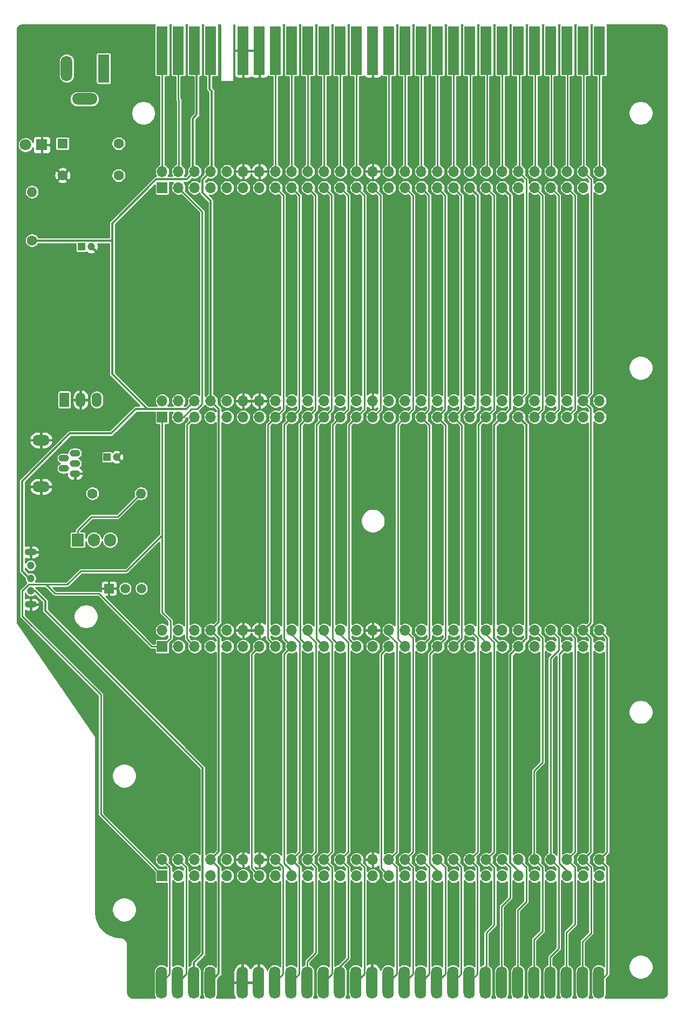
<source format=gbr>
%TF.GenerationSoftware,KiCad,Pcbnew,5.1.12~sunspark9.18*%
%TF.CreationDate,2023-11-23T01:00:00+01:00*%
%TF.ProjectId,ZX_Spectrum_Bus_Expander_1.00,5a585f53-7065-4637-9472-756d5f427573,1.00*%
%TF.SameCoordinates,Original*%
%TF.FileFunction,Copper,L2,Bot*%
%TF.FilePolarity,Positive*%
%FSLAX46Y46*%
G04 Gerber Fmt 4.6, Leading zero omitted, Abs format (unit mm)*
G04 Created by KiCad (PCBNEW 5.1.12~sunspark9.18) date 2023-11-23 01:00:00*
%MOMM*%
%LPD*%
G01*
G04 APERTURE LIST*
%TA.AperFunction,ComponentPad*%
%ADD10O,2.700000X1.700000*%
%TD*%
%TA.AperFunction,ComponentPad*%
%ADD11O,1.650000X1.100000*%
%TD*%
%TA.AperFunction,ComponentPad*%
%ADD12C,1.600000*%
%TD*%
%TA.AperFunction,ComponentPad*%
%ADD13O,1.600000X1.600000*%
%TD*%
%TA.AperFunction,ComponentPad*%
%ADD14O,1.700000X1.700000*%
%TD*%
%TA.AperFunction,ComponentPad*%
%ADD15R,1.700000X1.700000*%
%TD*%
%TA.AperFunction,ConnectorPad*%
%ADD16O,1.778000X5.080000*%
%TD*%
%TA.AperFunction,ConnectorPad*%
%ADD17R,1.778000X7.620000*%
%TD*%
%TA.AperFunction,ComponentPad*%
%ADD18R,1.800000X1.800000*%
%TD*%
%TA.AperFunction,ComponentPad*%
%ADD19C,1.800000*%
%TD*%
%TA.AperFunction,ComponentPad*%
%ADD20R,1.600000X1.600000*%
%TD*%
%TA.AperFunction,ComponentPad*%
%ADD21O,4.000000X1.800000*%
%TD*%
%TA.AperFunction,ComponentPad*%
%ADD22O,1.800000X4.000000*%
%TD*%
%TA.AperFunction,ComponentPad*%
%ADD23R,1.800000X4.400000*%
%TD*%
%TA.AperFunction,ComponentPad*%
%ADD24C,1.200000*%
%TD*%
%TA.AperFunction,ComponentPad*%
%ADD25O,1.900000X1.100000*%
%TD*%
%TA.AperFunction,ComponentPad*%
%ADD26R,1.500000X2.300000*%
%TD*%
%TA.AperFunction,ComponentPad*%
%ADD27O,1.500000X2.300000*%
%TD*%
%TA.AperFunction,ComponentPad*%
%ADD28R,1.200000X1.200000*%
%TD*%
%TA.AperFunction,ComponentPad*%
%ADD29R,1.905000X2.000000*%
%TD*%
%TA.AperFunction,ComponentPad*%
%ADD30O,1.905000X2.000000*%
%TD*%
%TA.AperFunction,ComponentPad*%
%ADD31C,1.500000*%
%TD*%
%TA.AperFunction,ComponentPad*%
%ADD32R,1.500000X1.500000*%
%TD*%
%TA.AperFunction,ViaPad*%
%ADD33C,0.600000*%
%TD*%
%TA.AperFunction,Conductor*%
%ADD34C,0.250000*%
%TD*%
%TA.AperFunction,Conductor*%
%ADD35C,0.350000*%
%TD*%
%TA.AperFunction,Conductor*%
%ADD36C,0.254000*%
%TD*%
%TA.AperFunction,Conductor*%
%ADD37C,0.100000*%
%TD*%
G04 APERTURE END LIST*
D10*
%TO.P,J3,6*%
%TO.N,GND*%
X3950000Y-72625000D03*
X3950000Y-65325000D03*
D11*
%TO.P,J3,4*%
%TO.N,Net-(J3-Pad4)*%
X7525000Y-69775000D03*
%TO.P,J3,2*%
%TO.N,Net-(J3-Pad2)*%
X7525000Y-68175000D03*
%TO.P,J3,5*%
%TO.N,GND*%
X9275000Y-70575000D03*
%TO.P,J3,1*%
%TO.N,+VUSB*%
X9275000Y-67375000D03*
%TO.P,J3,3*%
%TO.N,Net-(J3-Pad3)*%
X9275000Y-68975000D03*
%TD*%
D12*
%TO.P,R1,1*%
%TO.N,VCC*%
X2525000Y-34000000D03*
D13*
%TO.P,R1,2*%
%TO.N,Net-(D1-Pad2)*%
X2525000Y-26380000D03*
%TD*%
D14*
%TO.P,J5,56*%
%TO.N,A11*%
X91539000Y-59164000D03*
%TO.P,J5,55*%
%TO.N,RESET*%
X91539000Y-61704000D03*
%TO.P,J5,54*%
%TO.N,A9*%
X88999000Y-59164000D03*
%TO.P,J5,53*%
%TO.N,A10*%
X88999000Y-61704000D03*
%TO.P,J5,52*%
%TO.N,~BUSACK*%
X86459000Y-59164000D03*
%TO.P,J5,51*%
%TO.N,A8*%
X86459000Y-61704000D03*
%TO.P,J5,50*%
%TO.N,~ROMCS*%
X83919000Y-59164000D03*
%TO.P,J5,49*%
%TO.N,~RFSH*%
X83919000Y-61704000D03*
%TO.P,J5,48*%
%TO.N,A4*%
X81379000Y-59164000D03*
%TO.P,J5,47*%
%TO.N,~M1*%
X81379000Y-61704000D03*
%TO.P,J5,46*%
%TO.N,A5*%
X78839000Y-59164000D03*
%TO.P,J5,45*%
%TO.N,12VAC*%
X78839000Y-61704000D03*
%TO.P,J5,44*%
%TO.N,A6*%
X76299000Y-59164000D03*
%TO.P,J5,43*%
%TO.N,+12V*%
X76299000Y-61704000D03*
%TO.P,J5,42*%
%TO.N,A7*%
X73759000Y-59164000D03*
%TO.P,J5,41*%
%TO.N,~WAIT*%
X73759000Y-61704000D03*
%TO.P,J5,40*%
%TO.N,~RESET*%
X71219000Y-59164000D03*
%TO.P,J5,39*%
%TO.N,-5V*%
X71219000Y-61704000D03*
%TO.P,J5,38*%
%TO.N,~BUSRQ*%
X68679000Y-59164000D03*
%TO.P,J5,37*%
%TO.N,~WR*%
X68679000Y-61704000D03*
%TO.P,J5,36*%
%TO.N,U*%
X66139000Y-59164000D03*
%TO.P,J5,35*%
%TO.N,~RD*%
X66139000Y-61704000D03*
%TO.P,J5,34*%
%TO.N,V*%
X63599000Y-59164000D03*
%TO.P,J5,33*%
%TO.N,~IORQ*%
X63599000Y-61704000D03*
%TO.P,J5,32*%
%TO.N,Y*%
X61059000Y-59164000D03*
%TO.P,J5,31*%
%TO.N,~MREQ*%
X61059000Y-61704000D03*
%TO.P,J5,30*%
%TO.N,~OE_ROM2*%
X58519000Y-59164000D03*
%TO.P,J5,29*%
%TO.N,~HALT*%
X58519000Y-61704000D03*
%TO.P,J5,28*%
%TO.N,GND*%
X55979000Y-59164000D03*
%TO.P,J5,27*%
%TO.N,~NMI*%
X55979000Y-61704000D03*
%TO.P,J5,26*%
%TO.N,~IOREQGE*%
X53439000Y-59164000D03*
%TO.P,J5,25*%
%TO.N,~INT*%
X53439000Y-61704000D03*
%TO.P,J5,24*%
%TO.N,A3*%
X50899000Y-59164000D03*
%TO.P,J5,23*%
%TO.N,D4*%
X50899000Y-61704000D03*
%TO.P,J5,22*%
%TO.N,A2*%
X48359000Y-59164000D03*
%TO.P,J5,21*%
%TO.N,D3*%
X48359000Y-61704000D03*
%TO.P,J5,20*%
%TO.N,A1*%
X45819000Y-59164000D03*
%TO.P,J5,19*%
%TO.N,D5*%
X45819000Y-61704000D03*
%TO.P,J5,18*%
%TO.N,A0*%
X43279000Y-59164000D03*
%TO.P,J5,17*%
%TO.N,D6*%
X43279000Y-61704000D03*
%TO.P,J5,16*%
%TO.N,~CLK*%
X40739000Y-59164000D03*
%TO.P,J5,15*%
%TO.N,D2*%
X40739000Y-61704000D03*
%TO.P,J5,14*%
%TO.N,GND*%
X38199000Y-59164000D03*
%TO.P,J5,13*%
%TO.N,D1*%
X38199000Y-61704000D03*
%TO.P,J5,12*%
%TO.N,GND*%
X35659000Y-59164000D03*
%TO.P,J5,11*%
%TO.N,D0*%
X35659000Y-61704000D03*
%TO.P,J5,10*%
%TO.N,Net-(J5-Pad10)*%
X33119000Y-59164000D03*
%TO.P,J5,9*%
%TO.N,Net-(J5-Pad9)*%
X33119000Y-61704000D03*
%TO.P,J5,8*%
%TO.N,+9V*%
X30579000Y-59164000D03*
%TO.P,J5,7*%
%TO.N,~OE_ROM1*%
X30579000Y-61704000D03*
%TO.P,J5,6*%
%TO.N,VCC*%
X28039000Y-59164000D03*
%TO.P,J5,5*%
%TO.N,D7*%
X28039000Y-61704000D03*
%TO.P,J5,4*%
%TO.N,A12*%
X25499000Y-59164000D03*
%TO.P,J5,3*%
%TO.N,A13*%
X25499000Y-61704000D03*
%TO.P,J5,2*%
%TO.N,A14*%
X22959000Y-59164000D03*
D15*
%TO.P,J5,1*%
%TO.N,A15*%
X22959000Y-61704000D03*
%TD*%
D14*
%TO.P,J6,56*%
%TO.N,A11*%
X91539000Y-95164000D03*
%TO.P,J6,55*%
%TO.N,RESET*%
X91539000Y-97704000D03*
%TO.P,J6,54*%
%TO.N,A9*%
X88999000Y-95164000D03*
%TO.P,J6,53*%
%TO.N,A10*%
X88999000Y-97704000D03*
%TO.P,J6,52*%
%TO.N,~BUSACK*%
X86459000Y-95164000D03*
%TO.P,J6,51*%
%TO.N,A8*%
X86459000Y-97704000D03*
%TO.P,J6,50*%
%TO.N,~ROMCS*%
X83919000Y-95164000D03*
%TO.P,J6,49*%
%TO.N,~RFSH*%
X83919000Y-97704000D03*
%TO.P,J6,48*%
%TO.N,A4*%
X81379000Y-95164000D03*
%TO.P,J6,47*%
%TO.N,~M1*%
X81379000Y-97704000D03*
%TO.P,J6,46*%
%TO.N,A5*%
X78839000Y-95164000D03*
%TO.P,J6,45*%
%TO.N,12VAC*%
X78839000Y-97704000D03*
%TO.P,J6,44*%
%TO.N,A6*%
X76299000Y-95164000D03*
%TO.P,J6,43*%
%TO.N,+12V*%
X76299000Y-97704000D03*
%TO.P,J6,42*%
%TO.N,A7*%
X73759000Y-95164000D03*
%TO.P,J6,41*%
%TO.N,~WAIT*%
X73759000Y-97704000D03*
%TO.P,J6,40*%
%TO.N,~RESET*%
X71219000Y-95164000D03*
%TO.P,J6,39*%
%TO.N,-5V*%
X71219000Y-97704000D03*
%TO.P,J6,38*%
%TO.N,~BUSRQ*%
X68679000Y-95164000D03*
%TO.P,J6,37*%
%TO.N,~WR*%
X68679000Y-97704000D03*
%TO.P,J6,36*%
%TO.N,U*%
X66139000Y-95164000D03*
%TO.P,J6,35*%
%TO.N,~RD*%
X66139000Y-97704000D03*
%TO.P,J6,34*%
%TO.N,V*%
X63599000Y-95164000D03*
%TO.P,J6,33*%
%TO.N,~IORQ*%
X63599000Y-97704000D03*
%TO.P,J6,32*%
%TO.N,Y*%
X61059000Y-95164000D03*
%TO.P,J6,31*%
%TO.N,~MREQ*%
X61059000Y-97704000D03*
%TO.P,J6,30*%
%TO.N,~OE_ROM2*%
X58519000Y-95164000D03*
%TO.P,J6,29*%
%TO.N,~HALT*%
X58519000Y-97704000D03*
%TO.P,J6,28*%
%TO.N,GND*%
X55979000Y-95164000D03*
%TO.P,J6,27*%
%TO.N,~NMI*%
X55979000Y-97704000D03*
%TO.P,J6,26*%
%TO.N,~IOREQGE*%
X53439000Y-95164000D03*
%TO.P,J6,25*%
%TO.N,~INT*%
X53439000Y-97704000D03*
%TO.P,J6,24*%
%TO.N,A3*%
X50899000Y-95164000D03*
%TO.P,J6,23*%
%TO.N,D4*%
X50899000Y-97704000D03*
%TO.P,J6,22*%
%TO.N,A2*%
X48359000Y-95164000D03*
%TO.P,J6,21*%
%TO.N,D3*%
X48359000Y-97704000D03*
%TO.P,J6,20*%
%TO.N,A1*%
X45819000Y-95164000D03*
%TO.P,J6,19*%
%TO.N,D5*%
X45819000Y-97704000D03*
%TO.P,J6,18*%
%TO.N,A0*%
X43279000Y-95164000D03*
%TO.P,J6,17*%
%TO.N,D6*%
X43279000Y-97704000D03*
%TO.P,J6,16*%
%TO.N,~CLK*%
X40739000Y-95164000D03*
%TO.P,J6,15*%
%TO.N,D2*%
X40739000Y-97704000D03*
%TO.P,J6,14*%
%TO.N,GND*%
X38199000Y-95164000D03*
%TO.P,J6,13*%
%TO.N,D1*%
X38199000Y-97704000D03*
%TO.P,J6,12*%
%TO.N,GND*%
X35659000Y-95164000D03*
%TO.P,J6,11*%
%TO.N,D0*%
X35659000Y-97704000D03*
%TO.P,J6,10*%
%TO.N,Net-(J6-Pad10)*%
X33119000Y-95164000D03*
%TO.P,J6,9*%
%TO.N,Net-(J6-Pad9)*%
X33119000Y-97704000D03*
%TO.P,J6,8*%
%TO.N,+9V*%
X30579000Y-95164000D03*
%TO.P,J6,7*%
%TO.N,~OE_ROM1*%
X30579000Y-97704000D03*
%TO.P,J6,6*%
%TO.N,VCC*%
X28039000Y-95164000D03*
%TO.P,J6,5*%
%TO.N,D7*%
X28039000Y-97704000D03*
%TO.P,J6,4*%
%TO.N,A12*%
X25499000Y-95164000D03*
%TO.P,J6,3*%
%TO.N,A13*%
X25499000Y-97704000D03*
%TO.P,J6,2*%
%TO.N,A14*%
X22959000Y-95164000D03*
D15*
%TO.P,J6,1*%
%TO.N,A15*%
X22959000Y-97704000D03*
%TD*%
D14*
%TO.P,J7,56*%
%TO.N,A11*%
X91539000Y-131164000D03*
%TO.P,J7,55*%
%TO.N,RESET*%
X91539000Y-133704000D03*
%TO.P,J7,54*%
%TO.N,A9*%
X88999000Y-131164000D03*
%TO.P,J7,53*%
%TO.N,A10*%
X88999000Y-133704000D03*
%TO.P,J7,52*%
%TO.N,~BUSACK*%
X86459000Y-131164000D03*
%TO.P,J7,51*%
%TO.N,A8*%
X86459000Y-133704000D03*
%TO.P,J7,50*%
%TO.N,~ROMCS*%
X83919000Y-131164000D03*
%TO.P,J7,49*%
%TO.N,~RFSH*%
X83919000Y-133704000D03*
%TO.P,J7,48*%
%TO.N,A4*%
X81379000Y-131164000D03*
%TO.P,J7,47*%
%TO.N,~M1*%
X81379000Y-133704000D03*
%TO.P,J7,46*%
%TO.N,A5*%
X78839000Y-131164000D03*
%TO.P,J7,45*%
%TO.N,12VAC*%
X78839000Y-133704000D03*
%TO.P,J7,44*%
%TO.N,A6*%
X76299000Y-131164000D03*
%TO.P,J7,43*%
%TO.N,+12V*%
X76299000Y-133704000D03*
%TO.P,J7,42*%
%TO.N,A7*%
X73759000Y-131164000D03*
%TO.P,J7,41*%
%TO.N,~WAIT*%
X73759000Y-133704000D03*
%TO.P,J7,40*%
%TO.N,~RESET*%
X71219000Y-131164000D03*
%TO.P,J7,39*%
%TO.N,-5V*%
X71219000Y-133704000D03*
%TO.P,J7,38*%
%TO.N,~BUSRQ*%
X68679000Y-131164000D03*
%TO.P,J7,37*%
%TO.N,~WR*%
X68679000Y-133704000D03*
%TO.P,J7,36*%
%TO.N,U*%
X66139000Y-131164000D03*
%TO.P,J7,35*%
%TO.N,~RD*%
X66139000Y-133704000D03*
%TO.P,J7,34*%
%TO.N,V*%
X63599000Y-131164000D03*
%TO.P,J7,33*%
%TO.N,~IORQ*%
X63599000Y-133704000D03*
%TO.P,J7,32*%
%TO.N,Y*%
X61059000Y-131164000D03*
%TO.P,J7,31*%
%TO.N,~MREQ*%
X61059000Y-133704000D03*
%TO.P,J7,30*%
%TO.N,~OE_ROM2*%
X58519000Y-131164000D03*
%TO.P,J7,29*%
%TO.N,~HALT*%
X58519000Y-133704000D03*
%TO.P,J7,28*%
%TO.N,GND*%
X55979000Y-131164000D03*
%TO.P,J7,27*%
%TO.N,~NMI*%
X55979000Y-133704000D03*
%TO.P,J7,26*%
%TO.N,~IOREQGE*%
X53439000Y-131164000D03*
%TO.P,J7,25*%
%TO.N,~INT*%
X53439000Y-133704000D03*
%TO.P,J7,24*%
%TO.N,A3*%
X50899000Y-131164000D03*
%TO.P,J7,23*%
%TO.N,D4*%
X50899000Y-133704000D03*
%TO.P,J7,22*%
%TO.N,A2*%
X48359000Y-131164000D03*
%TO.P,J7,21*%
%TO.N,D3*%
X48359000Y-133704000D03*
%TO.P,J7,20*%
%TO.N,A1*%
X45819000Y-131164000D03*
%TO.P,J7,19*%
%TO.N,D5*%
X45819000Y-133704000D03*
%TO.P,J7,18*%
%TO.N,A0*%
X43279000Y-131164000D03*
%TO.P,J7,17*%
%TO.N,D6*%
X43279000Y-133704000D03*
%TO.P,J7,16*%
%TO.N,~CLK*%
X40739000Y-131164000D03*
%TO.P,J7,15*%
%TO.N,D2*%
X40739000Y-133704000D03*
%TO.P,J7,14*%
%TO.N,GND*%
X38199000Y-131164000D03*
%TO.P,J7,13*%
%TO.N,D1*%
X38199000Y-133704000D03*
%TO.P,J7,12*%
%TO.N,GND*%
X35659000Y-131164000D03*
%TO.P,J7,11*%
%TO.N,D0*%
X35659000Y-133704000D03*
%TO.P,J7,10*%
%TO.N,Net-(J7-Pad10)*%
X33119000Y-131164000D03*
%TO.P,J7,9*%
%TO.N,Net-(J7-Pad9)*%
X33119000Y-133704000D03*
%TO.P,J7,8*%
%TO.N,+9V*%
X30579000Y-131164000D03*
%TO.P,J7,7*%
%TO.N,~OE_ROM1*%
X30579000Y-133704000D03*
%TO.P,J7,6*%
%TO.N,VCC*%
X28039000Y-131164000D03*
%TO.P,J7,5*%
%TO.N,D7*%
X28039000Y-133704000D03*
%TO.P,J7,4*%
%TO.N,A12*%
X25499000Y-131164000D03*
%TO.P,J7,3*%
%TO.N,A13*%
X25499000Y-133704000D03*
%TO.P,J7,2*%
%TO.N,A14*%
X22959000Y-131164000D03*
D15*
%TO.P,J7,1*%
%TO.N,A15*%
X22959000Y-133704000D03*
%TD*%
D14*
%TO.P,J4,56*%
%TO.N,A11*%
X91539000Y-23164000D03*
%TO.P,J4,55*%
%TO.N,RESET*%
X91539000Y-25704000D03*
%TO.P,J4,54*%
%TO.N,A9*%
X88999000Y-23164000D03*
%TO.P,J4,53*%
%TO.N,A10*%
X88999000Y-25704000D03*
%TO.P,J4,52*%
%TO.N,~BUSACK*%
X86459000Y-23164000D03*
%TO.P,J4,51*%
%TO.N,A8*%
X86459000Y-25704000D03*
%TO.P,J4,50*%
%TO.N,~ROMCS*%
X83919000Y-23164000D03*
%TO.P,J4,49*%
%TO.N,~RFSH*%
X83919000Y-25704000D03*
%TO.P,J4,48*%
%TO.N,A4*%
X81379000Y-23164000D03*
%TO.P,J4,47*%
%TO.N,~M1*%
X81379000Y-25704000D03*
%TO.P,J4,46*%
%TO.N,A5*%
X78839000Y-23164000D03*
%TO.P,J4,45*%
%TO.N,12VAC*%
X78839000Y-25704000D03*
%TO.P,J4,44*%
%TO.N,A6*%
X76299000Y-23164000D03*
%TO.P,J4,43*%
%TO.N,+12V*%
X76299000Y-25704000D03*
%TO.P,J4,42*%
%TO.N,A7*%
X73759000Y-23164000D03*
%TO.P,J4,41*%
%TO.N,~WAIT*%
X73759000Y-25704000D03*
%TO.P,J4,40*%
%TO.N,~RESET*%
X71219000Y-23164000D03*
%TO.P,J4,39*%
%TO.N,-5V*%
X71219000Y-25704000D03*
%TO.P,J4,38*%
%TO.N,~BUSRQ*%
X68679000Y-23164000D03*
%TO.P,J4,37*%
%TO.N,~WR*%
X68679000Y-25704000D03*
%TO.P,J4,36*%
%TO.N,U*%
X66139000Y-23164000D03*
%TO.P,J4,35*%
%TO.N,~RD*%
X66139000Y-25704000D03*
%TO.P,J4,34*%
%TO.N,V*%
X63599000Y-23164000D03*
%TO.P,J4,33*%
%TO.N,~IORQ*%
X63599000Y-25704000D03*
%TO.P,J4,32*%
%TO.N,Y*%
X61059000Y-23164000D03*
%TO.P,J4,31*%
%TO.N,~MREQ*%
X61059000Y-25704000D03*
%TO.P,J4,30*%
%TO.N,~OE_ROM2*%
X58519000Y-23164000D03*
%TO.P,J4,29*%
%TO.N,~HALT*%
X58519000Y-25704000D03*
%TO.P,J4,28*%
%TO.N,GND*%
X55979000Y-23164000D03*
%TO.P,J4,27*%
%TO.N,~NMI*%
X55979000Y-25704000D03*
%TO.P,J4,26*%
%TO.N,~IOREQGE*%
X53439000Y-23164000D03*
%TO.P,J4,25*%
%TO.N,~INT*%
X53439000Y-25704000D03*
%TO.P,J4,24*%
%TO.N,A3*%
X50899000Y-23164000D03*
%TO.P,J4,23*%
%TO.N,D4*%
X50899000Y-25704000D03*
%TO.P,J4,22*%
%TO.N,A2*%
X48359000Y-23164000D03*
%TO.P,J4,21*%
%TO.N,D3*%
X48359000Y-25704000D03*
%TO.P,J4,20*%
%TO.N,A1*%
X45819000Y-23164000D03*
%TO.P,J4,19*%
%TO.N,D5*%
X45819000Y-25704000D03*
%TO.P,J4,18*%
%TO.N,A0*%
X43279000Y-23164000D03*
%TO.P,J4,17*%
%TO.N,D6*%
X43279000Y-25704000D03*
%TO.P,J4,16*%
%TO.N,~CLK*%
X40739000Y-23164000D03*
%TO.P,J4,15*%
%TO.N,D2*%
X40739000Y-25704000D03*
%TO.P,J4,14*%
%TO.N,GND*%
X38199000Y-23164000D03*
%TO.P,J4,13*%
%TO.N,D1*%
X38199000Y-25704000D03*
%TO.P,J4,12*%
%TO.N,GND*%
X35659000Y-23164000D03*
%TO.P,J4,11*%
%TO.N,D0*%
X35659000Y-25704000D03*
%TO.P,J4,10*%
%TO.N,Net-(J4-Pad10)*%
X33119000Y-23164000D03*
%TO.P,J4,9*%
%TO.N,Net-(J4-Pad9)*%
X33119000Y-25704000D03*
%TO.P,J4,8*%
%TO.N,+9V*%
X30579000Y-23164000D03*
%TO.P,J4,7*%
%TO.N,~OE_ROM1*%
X30579000Y-25704000D03*
%TO.P,J4,6*%
%TO.N,VCC*%
X28039000Y-23164000D03*
%TO.P,J4,5*%
%TO.N,D7*%
X28039000Y-25704000D03*
%TO.P,J4,4*%
%TO.N,A12*%
X25499000Y-23164000D03*
%TO.P,J4,3*%
%TO.N,A13*%
X25499000Y-25704000D03*
%TO.P,J4,2*%
%TO.N,A14*%
X22959000Y-23164000D03*
D15*
%TO.P,J4,1*%
%TO.N,A15*%
X22959000Y-25704000D03*
%TD*%
D16*
%TO.P,J8,L28*%
%TO.N,A11*%
X91412000Y-150434000D03*
%TO.P,J8,L27*%
%TO.N,A9*%
X88872000Y-150434000D03*
%TO.P,J8,L26*%
%TO.N,~BUSACK*%
X86332000Y-150434000D03*
%TO.P,J8,L25*%
%TO.N,~ROMCS*%
X83792000Y-150434000D03*
%TO.P,J8,L24*%
%TO.N,A4*%
X81252000Y-150434000D03*
%TO.P,J8,L23*%
%TO.N,A5*%
X78712000Y-150434000D03*
%TO.P,J8,L22*%
%TO.N,A6*%
X76172000Y-150434000D03*
%TO.P,J8,L21*%
%TO.N,A7*%
X73632000Y-150434000D03*
%TO.P,J8,L20*%
%TO.N,~RESET*%
X71092000Y-150434000D03*
%TO.P,J8,L19*%
%TO.N,~BUSRQ*%
X68552000Y-150434000D03*
%TO.P,J8,L18*%
%TO.N,U*%
X66012000Y-150434000D03*
%TO.P,J8,L17*%
%TO.N,V*%
X63472000Y-150434000D03*
%TO.P,J8,L16*%
%TO.N,Y*%
X60932000Y-150434000D03*
%TO.P,J8,L15*%
%TO.N,~OE_ROM2*%
X58392000Y-150434000D03*
%TO.P,J8,L14*%
%TO.N,GND*%
X55852000Y-150434000D03*
%TO.P,J8,L13*%
%TO.N,~IOREQGE*%
X53312000Y-150434000D03*
%TO.P,J8,L12*%
%TO.N,A3*%
X50772000Y-150434000D03*
%TO.P,J8,L11*%
%TO.N,A2*%
X48232000Y-150434000D03*
%TO.P,J8,L10*%
%TO.N,A1*%
X45692000Y-150434000D03*
%TO.P,J8,L9*%
%TO.N,A0*%
X43152000Y-150434000D03*
%TO.P,J8,L8*%
%TO.N,~CLK*%
X40612000Y-150434000D03*
%TO.P,J8,L7*%
%TO.N,GND*%
X38072000Y-150434000D03*
%TO.P,J8,L6*%
X35532000Y-150434000D03*
%TO.P,J8,L4*%
%TO.N,+9V*%
X30452000Y-150434000D03*
%TO.P,J8,L3*%
%TO.N,+5V*%
X27912000Y-150434000D03*
%TO.P,J8,L2*%
%TO.N,A12*%
X25372000Y-150434000D03*
%TO.P,J8,L1*%
%TO.N,A14*%
X22832000Y-150434000D03*
%TD*%
D17*
%TO.P,J2,L1*%
%TO.N,A14*%
X22959000Y-4191000D03*
%TO.P,J2,L2*%
%TO.N,A12*%
X25499000Y-4191000D03*
%TO.P,J2,L3*%
%TO.N,VCC*%
X28039000Y-4191000D03*
%TO.P,J2,L4*%
%TO.N,+9V*%
X30579000Y-4191000D03*
%TO.P,J2,L6*%
%TO.N,GND*%
X35659000Y-4191000D03*
%TO.P,J2,L7*%
X38199000Y-4191000D03*
%TO.P,J2,L8*%
%TO.N,~CLK*%
X40739000Y-4191000D03*
%TO.P,J2,L9*%
%TO.N,A0*%
X43279000Y-4191000D03*
%TO.P,J2,L10*%
%TO.N,A1*%
X45819000Y-4191000D03*
%TO.P,J2,L11*%
%TO.N,A2*%
X48359000Y-4191000D03*
%TO.P,J2,L12*%
%TO.N,A3*%
X50899000Y-4191000D03*
%TO.P,J2,L13*%
%TO.N,~IOREQGE*%
X53439000Y-4191000D03*
%TO.P,J2,L14*%
%TO.N,GND*%
X55979000Y-4191000D03*
%TO.P,J2,L15*%
%TO.N,~OE_ROM2*%
X58519000Y-4191000D03*
%TO.P,J2,L16*%
%TO.N,Y*%
X61059000Y-4191000D03*
%TO.P,J2,L17*%
%TO.N,V*%
X63599000Y-4191000D03*
%TO.P,J2,L18*%
%TO.N,U*%
X66139000Y-4191000D03*
%TO.P,J2,L19*%
%TO.N,~BUSRQ*%
X68679000Y-4191000D03*
%TO.P,J2,L20*%
%TO.N,~RESET*%
X71219000Y-4191000D03*
%TO.P,J2,L21*%
%TO.N,A7*%
X73759000Y-4191000D03*
%TO.P,J2,L22*%
%TO.N,A6*%
X76299000Y-4191000D03*
%TO.P,J2,L23*%
%TO.N,A5*%
X78839000Y-4191000D03*
%TO.P,J2,L24*%
%TO.N,A4*%
X81379000Y-4191000D03*
%TO.P,J2,L25*%
%TO.N,~ROMCS*%
X83919000Y-4191000D03*
%TO.P,J2,L26*%
%TO.N,~BUSACK*%
X86459000Y-4191000D03*
%TO.P,J2,L27*%
%TO.N,A9*%
X88999000Y-4191000D03*
%TO.P,J2,L28*%
%TO.N,A11*%
X91539000Y-4191000D03*
%TD*%
D18*
%TO.P,D1,1*%
%TO.N,GND*%
X4065000Y-19000000D03*
D19*
%TO.P,D1,2*%
%TO.N,Net-(D1-Pad2)*%
X1525000Y-19000000D03*
%TD*%
D20*
%TO.P,D2,1*%
%TO.N,VIN*%
X7325000Y-18780000D03*
D12*
%TO.P,D2,2*%
%TO.N,GND*%
X7325000Y-23780000D03*
%TO.P,D2,3*%
%TO.N,Net-(D2-Pad3)*%
X16125000Y-23780000D03*
%TO.P,D2,4*%
%TO.N,Net-(D2-Pad4)*%
X16125000Y-18780000D03*
%TD*%
D21*
%TO.P,J1,3*%
%TO.N,N/C*%
X10775000Y-11800000D03*
D22*
%TO.P,J1,2*%
%TO.N,Net-(D2-Pad3)*%
X7975000Y-7000000D03*
D23*
%TO.P,J1,1*%
%TO.N,Net-(D2-Pad4)*%
X13775000Y-7000000D03*
%TD*%
D24*
%TO.P,SW1,1*%
%TO.N,+5V*%
X2325000Y-89000000D03*
%TO.P,SW1,2*%
%TO.N,VCC*%
X2325000Y-87000000D03*
%TO.P,SW1,3*%
%TO.N,Net-(Q1-Pad2)*%
X2325000Y-85000000D03*
D25*
%TO.P,SW1,S*%
%TO.N,GND*%
X2325000Y-91100000D03*
X2325000Y-82900000D03*
%TD*%
D26*
%TO.P,VR1,1*%
%TO.N,VIN*%
X7610000Y-59000000D03*
D27*
%TO.P,VR1,2*%
%TO.N,GND*%
X10150000Y-59000000D03*
%TO.P,VR1,3*%
%TO.N,+VUSB*%
X12690000Y-59000000D03*
%TD*%
D28*
%TO.P,C1,1*%
%TO.N,VIN*%
X10325000Y-35000000D03*
D24*
%TO.P,C1,2*%
%TO.N,GND*%
X11825000Y-35000000D03*
%TD*%
%TO.P,C2,2*%
%TO.N,GND*%
X15825000Y-68000000D03*
D28*
%TO.P,C2,1*%
%TO.N,+VUSB*%
X14325000Y-68000000D03*
%TD*%
D29*
%TO.P,Q1,1*%
%TO.N,Net-(Q1-Pad1)*%
X9700000Y-81000000D03*
D30*
%TO.P,Q1,2*%
%TO.N,Net-(Q1-Pad2)*%
X12240000Y-81000000D03*
%TO.P,Q1,3*%
%TO.N,+VUSB*%
X14780000Y-81000000D03*
%TD*%
D31*
%TO.P,Q2,2*%
%TO.N,+5V*%
X17140000Y-88600000D03*
%TO.P,Q2,3*%
%TO.N,Net-(Q1-Pad1)*%
X19680000Y-88600000D03*
D32*
%TO.P,Q2,1*%
%TO.N,GND*%
X14600000Y-88600000D03*
%TD*%
D12*
%TO.P,R2,1*%
%TO.N,+VUSB*%
X12000000Y-73700000D03*
D13*
%TO.P,R2,2*%
%TO.N,Net-(Q1-Pad1)*%
X19620000Y-73700000D03*
%TD*%
D33*
%TO.N,GND*%
X18000000Y-38000000D03*
X28000000Y-41000000D03*
X26000000Y-44000000D03*
X33000000Y-44000000D03*
X43000000Y-42000000D03*
X46000000Y-40000000D03*
X48000000Y-47000000D03*
X51000000Y-39000000D03*
X59000000Y-43000000D03*
X61000000Y-36000000D03*
X63000000Y-50000000D03*
X66000000Y-40000000D03*
X69000000Y-45000000D03*
X71000000Y-35000000D03*
X74000000Y-41000000D03*
X76439000Y-37048000D03*
X33000000Y-10000000D03*
X41400000Y-10800000D03*
X42600000Y-12400000D03*
X45180000Y-17308000D03*
X47714000Y-10864000D03*
X50268000Y-13710000D03*
X52799000Y-8992000D03*
X22045000Y-48940000D03*
X23622000Y-46222000D03*
X57880000Y-9349000D03*
X60393000Y-13935000D03*
X62945000Y-17891000D03*
X65486000Y-8635000D03*
X68034000Y-11181000D03*
X31091000Y-9100000D03*
X29878000Y-12638000D03*
X23639000Y-9238000D03*
X24930000Y-15856000D03*
X26161000Y-11319000D03*
X27616000Y-8725000D03*
X28462000Y-15642000D03*
X70624000Y-13928000D03*
X73207000Y-17843000D03*
X53970000Y-45949000D03*
X20100000Y-71382000D03*
X25567000Y-76951000D03*
X23022000Y-123535000D03*
X23055000Y-115041000D03*
X24862000Y-104567000D03*
X26209000Y-119782000D03*
X28040000Y-110235000D03*
X30629000Y-116759000D03*
X33333000Y-113770000D03*
X40779000Y-107623000D03*
X22957000Y-146829000D03*
X24772000Y-139961000D03*
X26060000Y-140291000D03*
X32928000Y-150379000D03*
X41239000Y-139068000D03*
X42556000Y-141490000D03*
X45081000Y-146907000D03*
X46386000Y-139006000D03*
X46940000Y-147726000D03*
X48928000Y-139937000D03*
X50187000Y-141132000D03*
X28538000Y-139066000D03*
X29188000Y-147621000D03*
X51459000Y-139207000D03*
X52067000Y-147723000D03*
X57557000Y-142485000D03*
X38428000Y-115580000D03*
X40967000Y-121208000D03*
X43343000Y-111594000D03*
X45657000Y-103885000D03*
X48330000Y-123577000D03*
X50222000Y-108088000D03*
X53691000Y-103245000D03*
X52807000Y-129475000D03*
X58593000Y-114021000D03*
X40753000Y-73874000D03*
X43142000Y-70635000D03*
X45668000Y-68713000D03*
X48303000Y-66956000D03*
X50742000Y-88011000D03*
X61038000Y-83284000D03*
X63543000Y-77136000D03*
X54769000Y-70974000D03*
X58632000Y-82010000D03*
X33269000Y-74671000D03*
X30450000Y-87910000D03*
X28078000Y-67089000D03*
X60343000Y-144533000D03*
X61627000Y-147258000D03*
X76933000Y-12361000D03*
X78301000Y-8642000D03*
X79563000Y-16960000D03*
X80814000Y-13792000D03*
X83337000Y-9084000D03*
X85877000Y-11632000D03*
X88417000Y-17931000D03*
X89705000Y-13506000D03*
X94413000Y-10159000D03*
X64229000Y-88963000D03*
X66505000Y-66818000D03*
X66773000Y-91255000D03*
X78209000Y-41280000D03*
X78973000Y-53332000D03*
X81328000Y-37720000D03*
X83757000Y-34437000D03*
X86319000Y-41600000D03*
X91582000Y-44455000D03*
X88276000Y-48241000D03*
X89556000Y-54346000D03*
X61123000Y-126496000D03*
X63078000Y-132428000D03*
X66172000Y-106601000D03*
X63430000Y-119155000D03*
X68033000Y-71675000D03*
X69316000Y-74742000D03*
X70878000Y-69656000D03*
X71482000Y-81394000D03*
X71936000Y-85869000D03*
X73963000Y-90293000D03*
X78120000Y-87121000D03*
X79379000Y-71413000D03*
X71173000Y-121596000D03*
X67943000Y-103858000D03*
X69203000Y-113622000D03*
X62886000Y-144084000D03*
X64171000Y-141206000D03*
X65426000Y-147087000D03*
X67972000Y-139549000D03*
X74298000Y-124993000D03*
X74323000Y-107145000D03*
X76451000Y-113089000D03*
X79005000Y-117672000D03*
X81323000Y-103855000D03*
X73132000Y-147096000D03*
X81395000Y-67869000D03*
X82932000Y-71626000D03*
X84127000Y-75668000D03*
X85134000Y-80635000D03*
X86438000Y-83609000D03*
X88129000Y-88364000D03*
X89495000Y-73493000D03*
X92033000Y-75540000D03*
X74402000Y-140580000D03*
X74967000Y-143647000D03*
X77791000Y-147244000D03*
X80236000Y-144383000D03*
X81933000Y-142018000D03*
X82463000Y-144419000D03*
X84476000Y-144852000D03*
X85071000Y-147785000D03*
X87003000Y-140875000D03*
X87603000Y-144447000D03*
X89553000Y-142404000D03*
X90343000Y-145899000D03*
X81902000Y-120847000D03*
X83206000Y-116689000D03*
X84490000Y-107888000D03*
X86416000Y-112729000D03*
X89189000Y-125521000D03*
X91572000Y-108546000D03*
X71769000Y-144384000D03*
X70498000Y-140070000D03*
X18045000Y-99638000D03*
X22254000Y-79745000D03*
X23661000Y-87671000D03*
%TD*%
D34*
%TO.N,A11*%
X91539000Y-131164000D02*
X92716100Y-132341100D01*
X92716100Y-132341100D02*
X92716100Y-149129900D01*
X92716100Y-149129900D02*
X91412000Y-150434000D01*
X91539000Y-95164000D02*
X92726600Y-96351600D01*
X92726600Y-96351600D02*
X92726600Y-129976400D01*
X92726600Y-129976400D02*
X91539000Y-131164000D01*
X91539000Y-23164000D02*
X91539000Y-4191000D01*
%TO.N,A9*%
X88999000Y-59164000D02*
X90174200Y-60339200D01*
X90174200Y-60339200D02*
X90174200Y-93988800D01*
X90174200Y-93988800D02*
X88999000Y-95164000D01*
X88999000Y-23164000D02*
X90189600Y-24354600D01*
X90189600Y-24354600D02*
X90189600Y-57973400D01*
X90189600Y-57973400D02*
X88999000Y-59164000D01*
X88999000Y-131164000D02*
X90174200Y-129988800D01*
X90174200Y-129988800D02*
X90174200Y-96339200D01*
X90174200Y-96339200D02*
X88999000Y-95164000D01*
X89045000Y-23118000D02*
X89045000Y-4237000D01*
X89045000Y-4237000D02*
X88999000Y-4191000D01*
X88999000Y-23164000D02*
X89045000Y-23118000D01*
X88872000Y-144028000D02*
X88872000Y-150434000D01*
X90197800Y-142702200D02*
X88872000Y-144028000D01*
X90197800Y-132362800D02*
X90197800Y-142702200D01*
X88999000Y-131164000D02*
X90197800Y-132362800D01*
%TO.N,A4*%
X81439000Y-4251000D02*
X81379000Y-4191000D01*
X81439000Y-23104000D02*
X81439000Y-4251000D01*
X81379000Y-23164000D02*
X81439000Y-23104000D01*
X81252000Y-143709000D02*
X81252000Y-150434000D01*
X82577800Y-132362800D02*
X82577800Y-142383200D01*
X82577800Y-142383200D02*
X81252000Y-143709000D01*
X81379000Y-131164000D02*
X82577800Y-132362800D01*
X82569600Y-96354600D02*
X81379000Y-95164000D01*
X82569600Y-115921400D02*
X82569600Y-96354600D01*
X81261000Y-117230000D02*
X82569600Y-115921400D01*
X81261000Y-131046000D02*
X81261000Y-117230000D01*
X81379000Y-131164000D02*
X81261000Y-131046000D01*
%TO.N,A5*%
X78839000Y-23164000D02*
X80029200Y-24354200D01*
X80029200Y-24354200D02*
X80029200Y-57973800D01*
X80029200Y-57973800D02*
X78839000Y-59164000D01*
X78936000Y-4288000D02*
X78839000Y-4191000D01*
X78936000Y-23067000D02*
X78936000Y-4288000D01*
X78839000Y-23164000D02*
X78936000Y-23067000D01*
X78712000Y-139101000D02*
X78712000Y-150434000D01*
X80037800Y-137775200D02*
X78712000Y-139101000D01*
X80037800Y-132362800D02*
X80037800Y-137775200D01*
X78839000Y-131164000D02*
X80037800Y-132362800D01*
%TO.N,A6*%
X76299000Y-23164000D02*
X76299000Y-4191000D01*
X76172000Y-138488500D02*
X76172000Y-150434000D01*
X77497800Y-137162700D02*
X76172000Y-138488500D01*
X77497800Y-132362800D02*
X77497800Y-137162700D01*
X76299000Y-131164000D02*
X77497800Y-132362800D01*
%TO.N,A7*%
X73759000Y-95164000D02*
X73759000Y-95871400D01*
X73759000Y-95871400D02*
X74949600Y-97062000D01*
X74949600Y-97062000D02*
X74949600Y-129973400D01*
X74949600Y-129973400D02*
X73759000Y-131164000D01*
X73880000Y-4312000D02*
X73759000Y-4191000D01*
X73880000Y-23043000D02*
X73880000Y-4312000D01*
X73759000Y-23164000D02*
X73880000Y-23043000D01*
X73771000Y-150295000D02*
X73632000Y-150434000D01*
X73771000Y-142642000D02*
X73771000Y-150295000D01*
X75030000Y-141383000D02*
X73771000Y-142642000D01*
X75030000Y-132435000D02*
X75030000Y-141383000D01*
X73759000Y-131164000D02*
X75030000Y-132435000D01*
%TO.N,A8*%
X86459000Y-97704000D02*
X85251000Y-98912000D01*
X85251000Y-98912000D02*
X85251000Y-131738600D01*
X85251000Y-131738600D02*
X86459000Y-132946600D01*
X86459000Y-132946600D02*
X86459000Y-133704000D01*
X86459000Y-25704000D02*
X87649600Y-26894600D01*
X87649600Y-26894600D02*
X87649600Y-60513400D01*
X87649600Y-60513400D02*
X86459000Y-61704000D01*
D35*
%TO.N,+12V*%
X76299000Y-25704000D02*
X77531600Y-26936600D01*
X77531600Y-26936600D02*
X77531600Y-60471400D01*
X77531600Y-60471400D02*
X76299000Y-61704000D01*
X76299000Y-97704000D02*
X75029000Y-96434000D01*
X75029000Y-96434000D02*
X75029000Y-62974000D01*
X75029000Y-62974000D02*
X76299000Y-61704000D01*
%TO.N,-5V*%
X71219000Y-25704000D02*
X72475600Y-26960600D01*
X72475600Y-26960600D02*
X72475600Y-60447400D01*
X72475600Y-60447400D02*
X71219000Y-61704000D01*
D34*
%TO.N,U*%
X66139000Y-131164000D02*
X67337800Y-132362800D01*
X67337800Y-132362800D02*
X67337800Y-149108200D01*
X67337800Y-149108200D02*
X66012000Y-150434000D01*
X66139000Y-23164000D02*
X66139000Y-4191000D01*
%TO.N,V*%
X63599000Y-23164000D02*
X63599000Y-4191000D01*
X63599000Y-131164000D02*
X64797800Y-132362800D01*
X64797800Y-132362800D02*
X64797800Y-149108200D01*
X64797800Y-149108200D02*
X63472000Y-150434000D01*
%TO.N,Y*%
X61059000Y-95164000D02*
X62249400Y-96354400D01*
X62249400Y-96354400D02*
X62249400Y-129973600D01*
X62249400Y-129973600D02*
X61059000Y-131164000D01*
X61059000Y-23164000D02*
X61059000Y-4191000D01*
X61059000Y-131164000D02*
X62257800Y-132362800D01*
X62257800Y-132362800D02*
X62257800Y-149108200D01*
X62257800Y-149108200D02*
X60932000Y-150434000D01*
%TO.N,A3*%
X50899000Y-95164000D02*
X50899000Y-95800700D01*
X50899000Y-95800700D02*
X52089600Y-96991300D01*
X52089600Y-96991300D02*
X52089600Y-129973400D01*
X52089600Y-129973400D02*
X50899000Y-131164000D01*
X50899000Y-23164000D02*
X50899000Y-4191000D01*
X52097800Y-146627200D02*
X50772000Y-147953000D01*
X52097800Y-132362800D02*
X52097800Y-146627200D01*
X50772000Y-147953000D02*
X50772000Y-150434000D01*
X50899000Y-131164000D02*
X52097800Y-132362800D01*
%TO.N,A2*%
X48359000Y-4191000D02*
X48359000Y-23164000D01*
X48359000Y-95164000D02*
X48359000Y-95800700D01*
X48359000Y-95800700D02*
X49549600Y-96991300D01*
X49549600Y-96991300D02*
X49549600Y-129973400D01*
X49549600Y-129973400D02*
X48359000Y-131164000D01*
X48359000Y-131164000D02*
X49557800Y-132362800D01*
X49557800Y-132362800D02*
X49557800Y-149108200D01*
X49557800Y-149108200D02*
X48232000Y-150434000D01*
%TO.N,A1*%
X45819000Y-95164000D02*
X45819000Y-95800700D01*
X45819000Y-95800700D02*
X47009600Y-96991300D01*
X47009600Y-96991300D02*
X47009600Y-129973400D01*
X47009600Y-129973400D02*
X45819000Y-131164000D01*
X45819000Y-23164000D02*
X45819000Y-4191000D01*
X45692000Y-147155000D02*
X45692000Y-150434000D01*
X47017800Y-145829200D02*
X45692000Y-147155000D01*
X47017800Y-132362800D02*
X47017800Y-145829200D01*
X45819000Y-131164000D02*
X47017800Y-132362800D01*
%TO.N,A0*%
X43279000Y-95164000D02*
X43279000Y-95800700D01*
X43279000Y-95800700D02*
X44469600Y-96991300D01*
X44469600Y-96991300D02*
X44469600Y-129973400D01*
X44469600Y-129973400D02*
X43279000Y-131164000D01*
X43279000Y-23164000D02*
X43279000Y-4191000D01*
X44455000Y-149131000D02*
X43152000Y-150434000D01*
X44455000Y-132340000D02*
X44455000Y-149131000D01*
X43279000Y-131164000D02*
X44455000Y-132340000D01*
D35*
%TO.N,+9V*%
X30579000Y-59164000D02*
X31849000Y-60434000D01*
X31849000Y-60434000D02*
X31849000Y-93894000D01*
X31849000Y-93894000D02*
X30579000Y-95164000D01*
X30579000Y-23164000D02*
X29309000Y-24434000D01*
X29309000Y-24434000D02*
X29309000Y-26520700D01*
X29309000Y-26520700D02*
X30579000Y-27790700D01*
X30579000Y-27790700D02*
X30579000Y-59164000D01*
X30579000Y-95164000D02*
X31849000Y-96434000D01*
X31849000Y-96434000D02*
X31849000Y-129894000D01*
X31849000Y-129894000D02*
X30579000Y-131164000D01*
X30579000Y-131164000D02*
X31849000Y-132434000D01*
X31849000Y-132434000D02*
X31849000Y-149037000D01*
X31849000Y-149037000D02*
X30452000Y-150434000D01*
X30397000Y-10234000D02*
X30397000Y-4373000D01*
X30733000Y-10570000D02*
X30397000Y-10234000D01*
X30397000Y-4373000D02*
X30579000Y-4191000D01*
X30733000Y-23010000D02*
X30733000Y-10570000D01*
X30579000Y-23164000D02*
X30733000Y-23010000D01*
%TO.N,+5V*%
X27912000Y-147344000D02*
X27912000Y-150434000D01*
X29309000Y-145947000D02*
X27912000Y-147344000D01*
X4608000Y-92081000D02*
X29309000Y-116782000D01*
X29309000Y-116782000D02*
X29309000Y-145947000D01*
X4608000Y-90580000D02*
X4608000Y-92081000D01*
X3028000Y-89000000D02*
X4608000Y-90580000D01*
X2325000Y-89000000D02*
X3028000Y-89000000D01*
D34*
%TO.N,A12*%
X25499000Y-131164000D02*
X26689600Y-132354600D01*
X26689600Y-132354600D02*
X26689600Y-149116400D01*
X26689600Y-149116400D02*
X25372000Y-150434000D01*
X25469000Y-4221000D02*
X25499000Y-4191000D01*
X25469000Y-11842000D02*
X25469000Y-4221000D01*
X25572000Y-11945000D02*
X25469000Y-11842000D01*
X25572000Y-23091000D02*
X25572000Y-11945000D01*
X25499000Y-23164000D02*
X25572000Y-23091000D01*
%TO.N,A14*%
X22959000Y-4191000D02*
X22959000Y-23164000D01*
X22959000Y-131164000D02*
X24134200Y-132339200D01*
X24134200Y-132339200D02*
X24134200Y-149131800D01*
X24134200Y-149131800D02*
X22832000Y-150434000D01*
%TO.N,D4*%
X50899000Y-97704000D02*
X49708400Y-96513400D01*
X49708400Y-96513400D02*
X49708400Y-62894600D01*
X49708400Y-62894600D02*
X50899000Y-61704000D01*
X50899000Y-25704000D02*
X52089200Y-26894200D01*
X52089200Y-26894200D02*
X52089200Y-60513800D01*
X52089200Y-60513800D02*
X50899000Y-61704000D01*
%TO.N,D3*%
X48359000Y-25704000D02*
X49539800Y-26884800D01*
X49539800Y-26884800D02*
X49539800Y-60523200D01*
X49539800Y-60523200D02*
X48359000Y-61704000D01*
X48359000Y-97704000D02*
X47168800Y-96513800D01*
X47168800Y-96513800D02*
X47168800Y-62894200D01*
X47168800Y-62894200D02*
X48359000Y-61704000D01*
%TO.N,D5*%
X45819000Y-25704000D02*
X47000200Y-26885200D01*
X47000200Y-26885200D02*
X47000200Y-60522800D01*
X47000200Y-60522800D02*
X45819000Y-61704000D01*
X45819000Y-97704000D02*
X44628400Y-96513400D01*
X44628400Y-96513400D02*
X44628400Y-62894600D01*
X44628400Y-62894600D02*
X45819000Y-61704000D01*
%TO.N,D6*%
X43279000Y-97704000D02*
X42088400Y-98894600D01*
X42088400Y-98894600D02*
X42088400Y-131756000D01*
X42088400Y-131756000D02*
X43279000Y-132946600D01*
X43279000Y-132946600D02*
X43279000Y-133704000D01*
X43279000Y-97704000D02*
X42088400Y-96513400D01*
X42088400Y-96513400D02*
X42088400Y-62894600D01*
X42088400Y-62894600D02*
X43279000Y-61704000D01*
X43279000Y-25704000D02*
X44459800Y-26884800D01*
X44459800Y-26884800D02*
X44459800Y-60523200D01*
X44459800Y-60523200D02*
X43279000Y-61704000D01*
%TO.N,D2*%
X40739000Y-25704000D02*
X41929200Y-26894200D01*
X41929200Y-26894200D02*
X41929200Y-60513800D01*
X41929200Y-60513800D02*
X40739000Y-61704000D01*
X40739000Y-97704000D02*
X39548400Y-96513400D01*
X39548400Y-96513400D02*
X39548400Y-62894600D01*
X39548400Y-62894600D02*
X40739000Y-61704000D01*
%TO.N,D1*%
X38199000Y-97704000D02*
X37008400Y-98894600D01*
X37008400Y-98894600D02*
X37008400Y-132513400D01*
X37008400Y-132513400D02*
X38199000Y-133704000D01*
%TO.N,D7*%
X28039000Y-97704000D02*
X26848400Y-96513400D01*
X26848400Y-96513400D02*
X26848400Y-62894600D01*
X26848400Y-62894600D02*
X28039000Y-61704000D01*
%TO.N,A13*%
X25499000Y-25704000D02*
X29217300Y-29422300D01*
X29217300Y-29422300D02*
X29217300Y-59697200D01*
X29217300Y-59697200D02*
X28430700Y-60483800D01*
X28430700Y-60483800D02*
X27511900Y-60483800D01*
X27511900Y-60483800D02*
X26291700Y-61704000D01*
X26291700Y-61704000D02*
X25499000Y-61704000D01*
%TO.N,A15*%
X21324000Y-97704000D02*
X22959000Y-97704000D01*
X13022000Y-89402000D02*
X21324000Y-97704000D01*
X6128000Y-89402000D02*
X13022000Y-89402000D01*
X4726000Y-88000000D02*
X6128000Y-89402000D01*
X13316000Y-105272000D02*
X13316000Y-124061000D01*
X1009600Y-92965600D02*
X13316000Y-105272000D01*
X1009600Y-88981300D02*
X1009600Y-92965600D01*
X1990900Y-88000000D02*
X1009600Y-88981300D01*
X13316000Y-124061000D02*
X22959000Y-133704000D01*
X4726000Y-88000000D02*
X1990900Y-88000000D01*
X17339000Y-85862000D02*
X22403000Y-80798000D01*
X10193000Y-85862000D02*
X17339000Y-85862000D01*
X8055000Y-88000000D02*
X10193000Y-85862000D01*
X4726000Y-88000000D02*
X8055000Y-88000000D01*
X22959000Y-80242000D02*
X22959000Y-61704000D01*
X22959000Y-92386000D02*
X22959000Y-80242000D01*
X24233000Y-93660000D02*
X22959000Y-92386000D01*
X24233000Y-96430000D02*
X24233000Y-93660000D01*
X22959000Y-97704000D02*
X24233000Y-96430000D01*
X22403000Y-80798000D02*
X22959000Y-80242000D01*
D35*
%TO.N,12VAC*%
X78839000Y-61704000D02*
X80071600Y-62936600D01*
X80071600Y-62936600D02*
X80071600Y-96471400D01*
X80071600Y-96471400D02*
X78839000Y-97704000D01*
X78839000Y-97704000D02*
X77569000Y-98974000D01*
X77569000Y-98974000D02*
X77569000Y-131676600D01*
X77569000Y-131676600D02*
X78839000Y-132946600D01*
X78839000Y-132946600D02*
X78839000Y-133704000D01*
%TO.N,VCC*%
X18777100Y-60434000D02*
X26769000Y-60434000D01*
X26769000Y-60434000D02*
X28039000Y-59164000D01*
X28039000Y-23164000D02*
X26813800Y-24389200D01*
X26813800Y-24389200D02*
X22020200Y-24389200D01*
X22020200Y-24389200D02*
X15114700Y-31294700D01*
X15114700Y-31294700D02*
X15114700Y-34000000D01*
X2525000Y-34000000D02*
X15114700Y-34000000D01*
X28379000Y-4531000D02*
X28039000Y-4191000D01*
X28379000Y-14254000D02*
X28379000Y-4531000D01*
X27779000Y-14854000D02*
X28379000Y-14254000D01*
X27779000Y-22904000D02*
X27779000Y-14854000D01*
X28039000Y-23164000D02*
X27779000Y-22904000D01*
X14920100Y-64291000D02*
X18777100Y-60434000D01*
X8456000Y-64291000D02*
X14920100Y-64291000D01*
X984000Y-71763000D02*
X8456000Y-64291000D01*
X984000Y-85863000D02*
X984000Y-71763000D01*
X2121000Y-87000000D02*
X984000Y-85863000D01*
X2325000Y-87000000D02*
X2121000Y-87000000D01*
X15114700Y-54952700D02*
X20596000Y-60434000D01*
X15114700Y-34000000D02*
X15114700Y-54952700D01*
D34*
%TO.N,~INT*%
X53439000Y-25704000D02*
X54633200Y-26898200D01*
X54633200Y-26898200D02*
X54633200Y-60509800D01*
X54633200Y-60509800D02*
X53439000Y-61704000D01*
X53439000Y-61704000D02*
X52248400Y-62894600D01*
X52248400Y-62894600D02*
X52248400Y-96513400D01*
X52248400Y-96513400D02*
X53439000Y-97704000D01*
%TO.N,~NMI*%
X55979000Y-25704000D02*
X57169600Y-26894600D01*
X57169600Y-26894600D02*
X57169600Y-60513400D01*
X57169600Y-60513400D02*
X55979000Y-61704000D01*
%TO.N,~HALT*%
X58519000Y-97704000D02*
X57328400Y-98894600D01*
X57328400Y-98894600D02*
X57328400Y-132513400D01*
X57328400Y-132513400D02*
X58519000Y-133704000D01*
%TO.N,~MREQ*%
X61059000Y-61704000D02*
X59881700Y-62881300D01*
X59881700Y-62881300D02*
X59881700Y-96526700D01*
X59881700Y-96526700D02*
X61059000Y-97704000D01*
X61059000Y-25704000D02*
X62249600Y-26894600D01*
X62249600Y-26894600D02*
X62249600Y-60513400D01*
X62249600Y-60513400D02*
X61059000Y-61704000D01*
%TO.N,~IORQ*%
X63599000Y-25704000D02*
X64779100Y-26884100D01*
X64779100Y-26884100D02*
X64779100Y-60523900D01*
X64779100Y-60523900D02*
X63599000Y-61704000D01*
X64857000Y-96446000D02*
X63599000Y-97704000D01*
X64857000Y-62962000D02*
X64857000Y-96446000D01*
X63599000Y-61704000D02*
X64857000Y-62962000D01*
%TO.N,~RD*%
X66139000Y-25704000D02*
X67322400Y-26887400D01*
X67322400Y-26887400D02*
X67322400Y-60520600D01*
X67322400Y-60520600D02*
X66139000Y-61704000D01*
X66139000Y-97704000D02*
X64931000Y-98912000D01*
X64931000Y-98912000D02*
X64931000Y-131738600D01*
X64931000Y-131738600D02*
X66139000Y-132946600D01*
X66139000Y-132946600D02*
X66139000Y-133704000D01*
X67398000Y-96445000D02*
X66139000Y-97704000D01*
X67398000Y-62963000D02*
X67398000Y-96445000D01*
X66139000Y-61704000D02*
X67398000Y-62963000D01*
%TO.N,~CLK*%
X40739000Y-23164000D02*
X40739000Y-4191000D01*
X41926000Y-132351000D02*
X41926000Y-149120000D01*
X41926000Y-149120000D02*
X40612000Y-150434000D01*
X40739000Y-131164000D02*
X41926000Y-132351000D01*
%TO.N,~IOREQGE*%
X53439000Y-23164000D02*
X53439000Y-4191000D01*
X53439000Y-131164000D02*
X54637800Y-132362800D01*
X54637800Y-132362800D02*
X54637800Y-149108200D01*
X54637800Y-149108200D02*
X53312000Y-150434000D01*
%TO.N,~OE_ROM2*%
X58519000Y-131164000D02*
X59709600Y-129973400D01*
X59709600Y-129973400D02*
X59709600Y-97112000D01*
X59709600Y-97112000D02*
X58519000Y-95921400D01*
X58519000Y-95921400D02*
X58519000Y-95164000D01*
X58519000Y-131164000D02*
X59717800Y-132362800D01*
X59717800Y-132362800D02*
X59717800Y-149108200D01*
X59717800Y-149108200D02*
X58392000Y-150434000D01*
X58519000Y-23164000D02*
X58519000Y-4191000D01*
%TO.N,~WR*%
X68679000Y-25704000D02*
X69859100Y-26884100D01*
X69859100Y-26884100D02*
X69859100Y-60523900D01*
X69859100Y-60523900D02*
X68679000Y-61704000D01*
X69942000Y-96441000D02*
X68679000Y-97704000D01*
X69942000Y-62967000D02*
X69942000Y-96441000D01*
X68679000Y-61704000D02*
X69942000Y-62967000D01*
%TO.N,~WAIT*%
X73759000Y-97704000D02*
X73759000Y-97067300D01*
X73759000Y-97067300D02*
X72568400Y-95876700D01*
X72568400Y-95876700D02*
X72568400Y-62894600D01*
X72568400Y-62894600D02*
X73759000Y-61704000D01*
X73759000Y-25704000D02*
X74949600Y-26894600D01*
X74949600Y-26894600D02*
X74949600Y-60513400D01*
X74949600Y-60513400D02*
X73759000Y-61704000D01*
%TO.N,~M1*%
X81379000Y-25704000D02*
X82569600Y-26894600D01*
X82569600Y-26894600D02*
X82569600Y-60513400D01*
X82569600Y-60513400D02*
X81379000Y-61704000D01*
%TO.N,~RFSH*%
X83919000Y-25704000D02*
X85109600Y-26894600D01*
X85109600Y-26894600D02*
X85109600Y-60513400D01*
X85109600Y-60513400D02*
X83919000Y-61704000D01*
%TO.N,~BUSRQ*%
X68679000Y-4191000D02*
X68679000Y-23164000D01*
X69866000Y-149120000D02*
X68552000Y-150434000D01*
X69866000Y-132351000D02*
X69866000Y-149120000D01*
X68679000Y-131164000D02*
X69866000Y-132351000D01*
%TO.N,~RESET*%
X71219000Y-95164000D02*
X72409600Y-96354600D01*
X72409600Y-96354600D02*
X72409600Y-129973400D01*
X72409600Y-129973400D02*
X71219000Y-131164000D01*
X71249000Y-4221000D02*
X71219000Y-4191000D01*
X71249000Y-23134000D02*
X71249000Y-4221000D01*
X71219000Y-23164000D02*
X71249000Y-23134000D01*
X71219000Y-131164000D02*
X72401000Y-132346000D01*
X72401000Y-132346000D02*
X72401000Y-149125000D01*
X72401000Y-149125000D02*
X71092000Y-150434000D01*
%TO.N,~ROMCS*%
X83965000Y-23118000D02*
X83965000Y-4237000D01*
X83965000Y-4237000D02*
X83919000Y-4191000D01*
X83919000Y-23164000D02*
X83965000Y-23118000D01*
X83792000Y-146458000D02*
X83792000Y-150434000D01*
X85117800Y-145132200D02*
X83792000Y-146458000D01*
X85117800Y-132362800D02*
X85117800Y-145132200D01*
X83919000Y-131164000D02*
X85117800Y-132362800D01*
X83850000Y-99555700D02*
X83850000Y-131095000D01*
X85126600Y-98279100D02*
X83850000Y-99555700D01*
X85126600Y-96371600D02*
X85126600Y-98279100D01*
X83850000Y-131095000D02*
X83919000Y-131164000D01*
X83919000Y-95164000D02*
X85126600Y-96371600D01*
%TO.N,~BUSACK*%
X86459000Y-95164000D02*
X87649600Y-96354600D01*
X87649600Y-96354600D02*
X87649600Y-129973400D01*
X87649600Y-129973400D02*
X86459000Y-131164000D01*
X86507000Y-4239000D02*
X86459000Y-4191000D01*
X86507000Y-23116000D02*
X86507000Y-4239000D01*
X86459000Y-23164000D02*
X86507000Y-23116000D01*
X86332000Y-142604000D02*
X86332000Y-150434000D01*
X87657800Y-141278200D02*
X86332000Y-142604000D01*
X87657800Y-132362800D02*
X87657800Y-141278200D01*
X86459000Y-131164000D02*
X87657800Y-132362800D01*
%TO.N,Net-(Q1-Pad1)*%
X9700000Y-81000000D02*
X9700000Y-79505000D01*
X9700000Y-79505000D02*
X11859000Y-77346000D01*
X15974000Y-77346000D02*
X19620000Y-73700000D01*
X11859000Y-77346000D02*
X15974000Y-77346000D01*
%TO.N,Net-(Q1-Pad2)*%
X2325000Y-84625000D02*
X2325000Y-85000000D01*
%TD*%
D36*
%TO.N,GND*%
X21766430Y-255257D02*
X21747732Y-316897D01*
X21741418Y-381000D01*
X21741418Y-8001000D01*
X21747732Y-8065103D01*
X21766430Y-8126743D01*
X21796794Y-8183550D01*
X21837657Y-8233343D01*
X21887450Y-8274206D01*
X21944257Y-8304570D01*
X22005897Y-8323268D01*
X22070000Y-8329582D01*
X22507000Y-8329582D01*
X22507001Y-22077248D01*
X22401481Y-22120956D01*
X22208706Y-22249764D01*
X22044764Y-22413706D01*
X21915956Y-22606481D01*
X21827231Y-22820682D01*
X21782000Y-23048076D01*
X21782000Y-23279924D01*
X21827231Y-23507318D01*
X21915956Y-23721519D01*
X22025380Y-23885283D01*
X22020200Y-23884773D01*
X21995557Y-23887200D01*
X21995547Y-23887200D01*
X21921791Y-23894464D01*
X21827164Y-23923169D01*
X21805056Y-23934986D01*
X21739954Y-23969783D01*
X21682664Y-24016800D01*
X21682656Y-24016808D01*
X21663516Y-24032516D01*
X21647808Y-24051656D01*
X14777168Y-30922298D01*
X14758016Y-30938016D01*
X14695283Y-31014455D01*
X14648669Y-31101665D01*
X14619964Y-31196292D01*
X14612700Y-31270048D01*
X14612700Y-31270057D01*
X14610273Y-31294700D01*
X14612700Y-31319343D01*
X14612701Y-33498000D01*
X3536921Y-33498000D01*
X3523734Y-33466165D01*
X3400398Y-33281579D01*
X3243421Y-33124602D01*
X3058835Y-33001266D01*
X2853734Y-32916310D01*
X2636000Y-32873000D01*
X2414000Y-32873000D01*
X2196266Y-32916310D01*
X1991165Y-33001266D01*
X1806579Y-33124602D01*
X1649602Y-33281579D01*
X1526266Y-33466165D01*
X1441310Y-33671266D01*
X1398000Y-33889000D01*
X1398000Y-34111000D01*
X1441310Y-34328734D01*
X1526266Y-34533835D01*
X1649602Y-34718421D01*
X1806579Y-34875398D01*
X1991165Y-34998734D01*
X2196266Y-35083690D01*
X2414000Y-35127000D01*
X2636000Y-35127000D01*
X2853734Y-35083690D01*
X3058835Y-34998734D01*
X3243421Y-34875398D01*
X3400398Y-34718421D01*
X3523734Y-34533835D01*
X3536921Y-34502000D01*
X9396418Y-34502000D01*
X9396418Y-35600000D01*
X9402732Y-35664103D01*
X9421430Y-35725743D01*
X9451794Y-35782550D01*
X9492657Y-35832343D01*
X9542450Y-35873206D01*
X9599257Y-35903570D01*
X9660897Y-35922268D01*
X9725000Y-35928582D01*
X10925000Y-35928582D01*
X10989103Y-35922268D01*
X11050743Y-35903570D01*
X11107550Y-35873206D01*
X11157343Y-35832343D01*
X11187589Y-35795488D01*
X11223021Y-35936586D01*
X11417306Y-36036030D01*
X11627259Y-36095661D01*
X11844811Y-36113185D01*
X12061602Y-36087930D01*
X12269301Y-36020867D01*
X12426979Y-35936586D01*
X12476115Y-35740917D01*
X11825000Y-35089803D01*
X11810858Y-35103945D01*
X11721055Y-35014142D01*
X11735197Y-35000000D01*
X11721055Y-34985858D01*
X11810858Y-34896055D01*
X11825000Y-34910197D01*
X11839142Y-34896055D01*
X11928945Y-34985858D01*
X11914803Y-35000000D01*
X12565917Y-35651115D01*
X12761586Y-35601979D01*
X12861030Y-35407694D01*
X12920661Y-35197741D01*
X12938185Y-34980189D01*
X12912930Y-34763398D01*
X12845867Y-34555699D01*
X12817164Y-34502000D01*
X14612700Y-34502000D01*
X14612701Y-54928047D01*
X14610273Y-54952700D01*
X14619965Y-55051109D01*
X14648670Y-55145736D01*
X14695284Y-55232945D01*
X14742301Y-55290235D01*
X14742304Y-55290238D01*
X14758017Y-55309384D01*
X14777163Y-55325097D01*
X19384064Y-59932000D01*
X18801743Y-59932000D01*
X18777100Y-59929573D01*
X18752457Y-59932000D01*
X18752447Y-59932000D01*
X18678691Y-59939264D01*
X18584064Y-59967969D01*
X18543468Y-59989668D01*
X18496854Y-60014583D01*
X18439564Y-60061600D01*
X18439556Y-60061608D01*
X18420416Y-60077316D01*
X18404707Y-60096457D01*
X14712166Y-63789000D01*
X8480643Y-63789000D01*
X8456000Y-63786573D01*
X8431357Y-63789000D01*
X8431347Y-63789000D01*
X8357591Y-63796264D01*
X8262964Y-63824969D01*
X8222368Y-63846668D01*
X8175754Y-63871583D01*
X8118464Y-63918600D01*
X8118456Y-63918608D01*
X8099316Y-63934316D01*
X8083608Y-63953456D01*
X646463Y-71390603D01*
X627317Y-71406316D01*
X611604Y-71425462D01*
X611601Y-71425465D01*
X564584Y-71482755D01*
X517970Y-71569964D01*
X489265Y-71664591D01*
X479573Y-71763000D01*
X482001Y-71787653D01*
X482000Y-85838357D01*
X479573Y-85863000D01*
X482000Y-85887643D01*
X482000Y-85887652D01*
X489264Y-85961408D01*
X517969Y-86056035D01*
X564583Y-86143245D01*
X627316Y-86219684D01*
X646467Y-86235401D01*
X1398000Y-86986935D01*
X1398000Y-87091301D01*
X1433624Y-87270396D01*
X1503504Y-87439099D01*
X1604952Y-87590928D01*
X1682442Y-87668418D01*
X1669741Y-87678841D01*
X1655581Y-87696095D01*
X705700Y-88645977D01*
X688441Y-88660141D01*
X631957Y-88728968D01*
X599068Y-88790500D01*
X589986Y-88807491D01*
X564140Y-88892693D01*
X555413Y-88981300D01*
X557600Y-89003505D01*
X557601Y-92943385D01*
X555413Y-92965600D01*
X564140Y-93054207D01*
X589986Y-93139409D01*
X589987Y-93139410D01*
X631958Y-93217933D01*
X688442Y-93286759D01*
X705696Y-93300919D01*
X12864000Y-105459224D01*
X12864001Y-124038785D01*
X12861813Y-124061000D01*
X12870540Y-124149607D01*
X12896386Y-124234809D01*
X12896387Y-124234810D01*
X12938358Y-124313333D01*
X12994842Y-124382159D01*
X13012096Y-124396319D01*
X21780418Y-133164643D01*
X21780418Y-134554000D01*
X21786732Y-134618103D01*
X21805430Y-134679743D01*
X21835794Y-134736550D01*
X21876657Y-134786343D01*
X21926450Y-134827206D01*
X21983257Y-134857570D01*
X22044897Y-134876268D01*
X22109000Y-134882582D01*
X23682200Y-134882582D01*
X23682201Y-147907672D01*
X23510841Y-147767041D01*
X23299593Y-147654127D01*
X23070377Y-147584595D01*
X22832000Y-147561117D01*
X22593622Y-147584595D01*
X22364406Y-147654127D01*
X22153158Y-147767041D01*
X21967998Y-147918998D01*
X21816041Y-148104159D01*
X21703127Y-148315407D01*
X21633595Y-148544623D01*
X21616000Y-148723269D01*
X21616001Y-152144732D01*
X21633596Y-152323378D01*
X21703128Y-152552594D01*
X21816042Y-152763842D01*
X21844075Y-152798000D01*
X18334880Y-152798000D01*
X18170188Y-152781852D01*
X18021272Y-152736891D01*
X17883929Y-152663864D01*
X17763383Y-152565548D01*
X17664231Y-152445695D01*
X17590246Y-152308862D01*
X17544248Y-152160265D01*
X17527000Y-151996170D01*
X17527000Y-144490080D01*
X17526101Y-144480948D01*
X17526144Y-144474710D01*
X17525869Y-144471903D01*
X17505468Y-144277807D01*
X17501791Y-144259891D01*
X17498356Y-144241889D01*
X17497541Y-144239189D01*
X17439829Y-144052751D01*
X17432733Y-144035869D01*
X17425876Y-144018898D01*
X17424552Y-144016408D01*
X17331727Y-143844731D01*
X17321492Y-143829557D01*
X17311463Y-143814232D01*
X17309681Y-143812047D01*
X17185277Y-143661669D01*
X17172282Y-143648764D01*
X17159477Y-143635688D01*
X17157304Y-143633890D01*
X17006062Y-143510540D01*
X16990800Y-143500400D01*
X16975706Y-143490065D01*
X16973230Y-143488727D01*
X16973226Y-143488724D01*
X16973222Y-143488722D01*
X16800903Y-143397098D01*
X16783941Y-143390107D01*
X16767148Y-143382910D01*
X16764455Y-143382076D01*
X16577618Y-143325666D01*
X16559642Y-143322107D01*
X16541750Y-143318304D01*
X16538947Y-143318009D01*
X16538945Y-143318009D01*
X16344712Y-143298964D01*
X15587488Y-143224718D01*
X14878062Y-143010529D01*
X14223758Y-142662630D01*
X13649480Y-142194261D01*
X13177117Y-141623271D01*
X12824656Y-140971408D01*
X12605521Y-140263498D01*
X12527060Y-139516995D01*
X12527000Y-139499586D01*
X12527000Y-138810207D01*
X15073000Y-138810207D01*
X15073000Y-139189793D01*
X15147053Y-139562085D01*
X15292315Y-139912777D01*
X15503201Y-140228391D01*
X15771609Y-140496799D01*
X16087223Y-140707685D01*
X16437915Y-140852947D01*
X16810207Y-140927000D01*
X17189793Y-140927000D01*
X17562085Y-140852947D01*
X17912777Y-140707685D01*
X18228391Y-140496799D01*
X18496799Y-140228391D01*
X18707685Y-139912777D01*
X18852947Y-139562085D01*
X18927000Y-139189793D01*
X18927000Y-138810207D01*
X18852947Y-138437915D01*
X18707685Y-138087223D01*
X18496799Y-137771609D01*
X18228391Y-137503201D01*
X17912777Y-137292315D01*
X17562085Y-137147053D01*
X17189793Y-137073000D01*
X16810207Y-137073000D01*
X16437915Y-137147053D01*
X16087223Y-137292315D01*
X15771609Y-137503201D01*
X15503201Y-137771609D01*
X15292315Y-138087223D01*
X15147053Y-138437915D01*
X15073000Y-138810207D01*
X12527000Y-138810207D01*
X12527000Y-112008758D01*
X12527963Y-111997696D01*
X12525922Y-111979132D01*
X12524077Y-111960401D01*
X12523740Y-111959290D01*
X12523614Y-111958144D01*
X12517979Y-111940298D01*
X12512526Y-111922324D01*
X12511980Y-111921303D01*
X12511632Y-111920200D01*
X12502609Y-111903771D01*
X12493769Y-111887232D01*
X12486718Y-111878640D01*
X202000Y-93937471D01*
X202000Y-65599924D01*
X2120120Y-65599924D01*
X2171071Y-65786018D01*
X2285585Y-66026666D01*
X2444847Y-66240350D01*
X2642737Y-66418857D01*
X2871649Y-66555328D01*
X3122787Y-66644518D01*
X3386500Y-66683000D01*
X3886500Y-66683000D01*
X3886500Y-65388500D01*
X4013500Y-65388500D01*
X4013500Y-66683000D01*
X4513500Y-66683000D01*
X4777213Y-66644518D01*
X5028351Y-66555328D01*
X5257263Y-66418857D01*
X5455153Y-66240350D01*
X5614415Y-66026666D01*
X5728929Y-65786018D01*
X5779880Y-65599924D01*
X5679361Y-65388500D01*
X4013500Y-65388500D01*
X3886500Y-65388500D01*
X2220639Y-65388500D01*
X2120120Y-65599924D01*
X202000Y-65599924D01*
X202000Y-65050076D01*
X2120120Y-65050076D01*
X2220639Y-65261500D01*
X3886500Y-65261500D01*
X3886500Y-63967000D01*
X4013500Y-63967000D01*
X4013500Y-65261500D01*
X5679361Y-65261500D01*
X5779880Y-65050076D01*
X5728929Y-64863982D01*
X5614415Y-64623334D01*
X5455153Y-64409650D01*
X5257263Y-64231143D01*
X5028351Y-64094672D01*
X4777213Y-64005482D01*
X4513500Y-63967000D01*
X4013500Y-63967000D01*
X3886500Y-63967000D01*
X3386500Y-63967000D01*
X3122787Y-64005482D01*
X2871649Y-64094672D01*
X2642737Y-64231143D01*
X2444847Y-64409650D01*
X2285585Y-64623334D01*
X2171071Y-64863982D01*
X2120120Y-65050076D01*
X202000Y-65050076D01*
X202000Y-57850000D01*
X6531418Y-57850000D01*
X6531418Y-60150000D01*
X6537732Y-60214103D01*
X6556430Y-60275743D01*
X6586794Y-60332550D01*
X6627657Y-60382343D01*
X6677450Y-60423206D01*
X6734257Y-60453570D01*
X6795897Y-60472268D01*
X6860000Y-60478582D01*
X8360000Y-60478582D01*
X8424103Y-60472268D01*
X8485743Y-60453570D01*
X8542550Y-60423206D01*
X8592343Y-60382343D01*
X8633206Y-60332550D01*
X8663570Y-60275743D01*
X8682268Y-60214103D01*
X8688582Y-60150000D01*
X8688582Y-59063500D01*
X8892000Y-59063500D01*
X8892000Y-59463500D01*
X8928560Y-59707703D01*
X9012060Y-59940082D01*
X9139290Y-60151706D01*
X9305361Y-60334442D01*
X9503891Y-60481268D01*
X9727251Y-60586541D01*
X9890738Y-60630994D01*
X10086500Y-60529216D01*
X10086500Y-59063500D01*
X10213500Y-59063500D01*
X10213500Y-60529216D01*
X10409262Y-60630994D01*
X10572749Y-60586541D01*
X10796109Y-60481268D01*
X10994639Y-60334442D01*
X11160710Y-60151706D01*
X11287940Y-59940082D01*
X11371440Y-59707703D01*
X11408000Y-59463500D01*
X11408000Y-59063500D01*
X10213500Y-59063500D01*
X10086500Y-59063500D01*
X8892000Y-59063500D01*
X8688582Y-59063500D01*
X8688582Y-58536500D01*
X8892000Y-58536500D01*
X8892000Y-58936500D01*
X10086500Y-58936500D01*
X10086500Y-57470784D01*
X10213500Y-57470784D01*
X10213500Y-58936500D01*
X11408000Y-58936500D01*
X11408000Y-58547092D01*
X11613000Y-58547092D01*
X11613000Y-59452909D01*
X11628583Y-59611129D01*
X11690168Y-59814144D01*
X11790175Y-60001244D01*
X11924762Y-60165239D01*
X12088757Y-60299826D01*
X12275857Y-60399833D01*
X12478872Y-60461417D01*
X12690000Y-60482211D01*
X12901129Y-60461417D01*
X13104144Y-60399833D01*
X13291244Y-60299826D01*
X13455239Y-60165239D01*
X13589826Y-60001244D01*
X13689833Y-59814144D01*
X13751417Y-59611128D01*
X13767000Y-59452908D01*
X13767000Y-58547091D01*
X13751417Y-58388871D01*
X13689833Y-58185856D01*
X13589826Y-57998756D01*
X13455239Y-57834761D01*
X13291244Y-57700174D01*
X13104143Y-57600167D01*
X12901128Y-57538583D01*
X12690000Y-57517789D01*
X12478871Y-57538583D01*
X12275856Y-57600167D01*
X12088756Y-57700174D01*
X11924761Y-57834761D01*
X11790174Y-57998756D01*
X11690167Y-58185857D01*
X11628583Y-58388872D01*
X11613000Y-58547092D01*
X11408000Y-58547092D01*
X11408000Y-58536500D01*
X11371440Y-58292297D01*
X11287940Y-58059918D01*
X11160710Y-57848294D01*
X10994639Y-57665558D01*
X10796109Y-57518732D01*
X10572749Y-57413459D01*
X10409262Y-57369006D01*
X10213500Y-57470784D01*
X10086500Y-57470784D01*
X9890738Y-57369006D01*
X9727251Y-57413459D01*
X9503891Y-57518732D01*
X9305361Y-57665558D01*
X9139290Y-57848294D01*
X9012060Y-58059918D01*
X8928560Y-58292297D01*
X8892000Y-58536500D01*
X8688582Y-58536500D01*
X8688582Y-57850000D01*
X8682268Y-57785897D01*
X8663570Y-57724257D01*
X8633206Y-57667450D01*
X8592343Y-57617657D01*
X8542550Y-57576794D01*
X8485743Y-57546430D01*
X8424103Y-57527732D01*
X8360000Y-57521418D01*
X6860000Y-57521418D01*
X6795897Y-57527732D01*
X6734257Y-57546430D01*
X6677450Y-57576794D01*
X6627657Y-57617657D01*
X6586794Y-57667450D01*
X6556430Y-57724257D01*
X6537732Y-57785897D01*
X6531418Y-57850000D01*
X202000Y-57850000D01*
X202000Y-26269000D01*
X1398000Y-26269000D01*
X1398000Y-26491000D01*
X1441310Y-26708734D01*
X1526266Y-26913835D01*
X1649602Y-27098421D01*
X1806579Y-27255398D01*
X1991165Y-27378734D01*
X2196266Y-27463690D01*
X2414000Y-27507000D01*
X2636000Y-27507000D01*
X2853734Y-27463690D01*
X3058835Y-27378734D01*
X3243421Y-27255398D01*
X3400398Y-27098421D01*
X3523734Y-26913835D01*
X3608690Y-26708734D01*
X3652000Y-26491000D01*
X3652000Y-26269000D01*
X3608690Y-26051266D01*
X3523734Y-25846165D01*
X3400398Y-25661579D01*
X3243421Y-25504602D01*
X3058835Y-25381266D01*
X2853734Y-25296310D01*
X2636000Y-25253000D01*
X2414000Y-25253000D01*
X2196266Y-25296310D01*
X1991165Y-25381266D01*
X1806579Y-25504602D01*
X1649602Y-25661579D01*
X1526266Y-25846165D01*
X1441310Y-26051266D01*
X1398000Y-26269000D01*
X202000Y-26269000D01*
X202000Y-24663268D01*
X6531534Y-24663268D01*
X6604731Y-24879397D01*
X6833052Y-24998790D01*
X7080279Y-25071345D01*
X7336911Y-25094275D01*
X7593084Y-25066698D01*
X7838955Y-24989674D01*
X8045269Y-24879397D01*
X8118466Y-24663268D01*
X7325000Y-23869803D01*
X6531534Y-24663268D01*
X202000Y-24663268D01*
X202000Y-23791911D01*
X6010725Y-23791911D01*
X6038302Y-24048084D01*
X6115326Y-24293955D01*
X6225603Y-24500269D01*
X6441732Y-24573466D01*
X7235197Y-23780000D01*
X7414803Y-23780000D01*
X8208268Y-24573466D01*
X8424397Y-24500269D01*
X8543790Y-24271948D01*
X8616345Y-24024721D01*
X8639275Y-23768089D01*
X8628609Y-23669000D01*
X14998000Y-23669000D01*
X14998000Y-23891000D01*
X15041310Y-24108734D01*
X15126266Y-24313835D01*
X15249602Y-24498421D01*
X15406579Y-24655398D01*
X15591165Y-24778734D01*
X15796266Y-24863690D01*
X16014000Y-24907000D01*
X16236000Y-24907000D01*
X16453734Y-24863690D01*
X16658835Y-24778734D01*
X16843421Y-24655398D01*
X17000398Y-24498421D01*
X17123734Y-24313835D01*
X17208690Y-24108734D01*
X17252000Y-23891000D01*
X17252000Y-23669000D01*
X17208690Y-23451266D01*
X17123734Y-23246165D01*
X17000398Y-23061579D01*
X16843421Y-22904602D01*
X16658835Y-22781266D01*
X16453734Y-22696310D01*
X16236000Y-22653000D01*
X16014000Y-22653000D01*
X15796266Y-22696310D01*
X15591165Y-22781266D01*
X15406579Y-22904602D01*
X15249602Y-23061579D01*
X15126266Y-23246165D01*
X15041310Y-23451266D01*
X14998000Y-23669000D01*
X8628609Y-23669000D01*
X8611698Y-23511916D01*
X8534674Y-23266045D01*
X8424397Y-23059731D01*
X8208268Y-22986534D01*
X7414803Y-23780000D01*
X7235197Y-23780000D01*
X6441732Y-22986534D01*
X6225603Y-23059731D01*
X6106210Y-23288052D01*
X6033655Y-23535279D01*
X6010725Y-23791911D01*
X202000Y-23791911D01*
X202000Y-22896732D01*
X6531534Y-22896732D01*
X7325000Y-23690197D01*
X8118466Y-22896732D01*
X8045269Y-22680603D01*
X7816948Y-22561210D01*
X7569721Y-22488655D01*
X7313089Y-22465725D01*
X7056916Y-22493302D01*
X6811045Y-22570326D01*
X6604731Y-22680603D01*
X6531534Y-22896732D01*
X202000Y-22896732D01*
X202000Y-18879151D01*
X298000Y-18879151D01*
X298000Y-19120849D01*
X345153Y-19357903D01*
X437647Y-19581202D01*
X571927Y-19782167D01*
X742833Y-19953073D01*
X943798Y-20087353D01*
X1167097Y-20179847D01*
X1404151Y-20227000D01*
X1645849Y-20227000D01*
X1882903Y-20179847D01*
X2106202Y-20087353D01*
X2307167Y-19953073D01*
X2478073Y-19782167D01*
X2612353Y-19581202D01*
X2656012Y-19475801D01*
X2654542Y-19900000D01*
X2664350Y-19999585D01*
X2693398Y-20095344D01*
X2740570Y-20183595D01*
X2804052Y-20260948D01*
X2881405Y-20324430D01*
X2969656Y-20371602D01*
X3065415Y-20400650D01*
X3165000Y-20410458D01*
X3874500Y-20408000D01*
X4001500Y-20281000D01*
X4001500Y-19063500D01*
X4128500Y-19063500D01*
X4128500Y-20281000D01*
X4255500Y-20408000D01*
X4965000Y-20410458D01*
X5064585Y-20400650D01*
X5160344Y-20371602D01*
X5248595Y-20324430D01*
X5325948Y-20260948D01*
X5389430Y-20183595D01*
X5436602Y-20095344D01*
X5465650Y-19999585D01*
X5475458Y-19900000D01*
X5473000Y-19190500D01*
X5346000Y-19063500D01*
X4128500Y-19063500D01*
X4001500Y-19063500D01*
X3981500Y-19063500D01*
X3981500Y-18936500D01*
X4001500Y-18936500D01*
X4001500Y-17719000D01*
X4128500Y-17719000D01*
X4128500Y-18936500D01*
X5346000Y-18936500D01*
X5473000Y-18809500D01*
X5475458Y-18100000D01*
X5465650Y-18000415D01*
X5459458Y-17980000D01*
X6196418Y-17980000D01*
X6196418Y-19580000D01*
X6202732Y-19644103D01*
X6221430Y-19705743D01*
X6251794Y-19762550D01*
X6292657Y-19812343D01*
X6342450Y-19853206D01*
X6399257Y-19883570D01*
X6460897Y-19902268D01*
X6525000Y-19908582D01*
X8125000Y-19908582D01*
X8189103Y-19902268D01*
X8250743Y-19883570D01*
X8307550Y-19853206D01*
X8357343Y-19812343D01*
X8398206Y-19762550D01*
X8428570Y-19705743D01*
X8447268Y-19644103D01*
X8453582Y-19580000D01*
X8453582Y-18669000D01*
X14998000Y-18669000D01*
X14998000Y-18891000D01*
X15041310Y-19108734D01*
X15126266Y-19313835D01*
X15249602Y-19498421D01*
X15406579Y-19655398D01*
X15591165Y-19778734D01*
X15796266Y-19863690D01*
X16014000Y-19907000D01*
X16236000Y-19907000D01*
X16453734Y-19863690D01*
X16658835Y-19778734D01*
X16843421Y-19655398D01*
X17000398Y-19498421D01*
X17123734Y-19313835D01*
X17208690Y-19108734D01*
X17252000Y-18891000D01*
X17252000Y-18669000D01*
X17208690Y-18451266D01*
X17123734Y-18246165D01*
X17000398Y-18061579D01*
X16843421Y-17904602D01*
X16658835Y-17781266D01*
X16453734Y-17696310D01*
X16236000Y-17653000D01*
X16014000Y-17653000D01*
X15796266Y-17696310D01*
X15591165Y-17781266D01*
X15406579Y-17904602D01*
X15249602Y-18061579D01*
X15126266Y-18246165D01*
X15041310Y-18451266D01*
X14998000Y-18669000D01*
X8453582Y-18669000D01*
X8453582Y-17980000D01*
X8447268Y-17915897D01*
X8428570Y-17854257D01*
X8398206Y-17797450D01*
X8357343Y-17747657D01*
X8307550Y-17706794D01*
X8250743Y-17676430D01*
X8189103Y-17657732D01*
X8125000Y-17651418D01*
X6525000Y-17651418D01*
X6460897Y-17657732D01*
X6399257Y-17676430D01*
X6342450Y-17706794D01*
X6292657Y-17747657D01*
X6251794Y-17797450D01*
X6221430Y-17854257D01*
X6202732Y-17915897D01*
X6196418Y-17980000D01*
X5459458Y-17980000D01*
X5436602Y-17904656D01*
X5389430Y-17816405D01*
X5325948Y-17739052D01*
X5248595Y-17675570D01*
X5160344Y-17628398D01*
X5064585Y-17599350D01*
X4965000Y-17589542D01*
X4255500Y-17592000D01*
X4128500Y-17719000D01*
X4001500Y-17719000D01*
X3874500Y-17592000D01*
X3165000Y-17589542D01*
X3065415Y-17599350D01*
X2969656Y-17628398D01*
X2881405Y-17675570D01*
X2804052Y-17739052D01*
X2740570Y-17816405D01*
X2693398Y-17904656D01*
X2664350Y-18000415D01*
X2654542Y-18100000D01*
X2656012Y-18524199D01*
X2612353Y-18418798D01*
X2478073Y-18217833D01*
X2307167Y-18046927D01*
X2106202Y-17912647D01*
X1882903Y-17820153D01*
X1645849Y-17773000D01*
X1404151Y-17773000D01*
X1167097Y-17820153D01*
X943798Y-17912647D01*
X742833Y-18046927D01*
X571927Y-18217833D01*
X437647Y-18418798D01*
X345153Y-18642097D01*
X298000Y-18879151D01*
X202000Y-18879151D01*
X202000Y-13810207D01*
X18073000Y-13810207D01*
X18073000Y-14189793D01*
X18147053Y-14562085D01*
X18292315Y-14912777D01*
X18503201Y-15228391D01*
X18771609Y-15496799D01*
X19087223Y-15707685D01*
X19437915Y-15852947D01*
X19810207Y-15927000D01*
X20189793Y-15927000D01*
X20562085Y-15852947D01*
X20912777Y-15707685D01*
X21228391Y-15496799D01*
X21496799Y-15228391D01*
X21707685Y-14912777D01*
X21852947Y-14562085D01*
X21927000Y-14189793D01*
X21927000Y-13810207D01*
X21852947Y-13437915D01*
X21707685Y-13087223D01*
X21496799Y-12771609D01*
X21228391Y-12503201D01*
X20912777Y-12292315D01*
X20562085Y-12147053D01*
X20189793Y-12073000D01*
X19810207Y-12073000D01*
X19437915Y-12147053D01*
X19087223Y-12292315D01*
X18771609Y-12503201D01*
X18503201Y-12771609D01*
X18292315Y-13087223D01*
X18147053Y-13437915D01*
X18073000Y-13810207D01*
X202000Y-13810207D01*
X202000Y-11800000D01*
X8442064Y-11800000D01*
X8465755Y-12040534D01*
X8535916Y-12271824D01*
X8649851Y-12484983D01*
X8803183Y-12671817D01*
X8990017Y-12825149D01*
X9203176Y-12939084D01*
X9434466Y-13009245D01*
X9614732Y-13027000D01*
X11935268Y-13027000D01*
X12115534Y-13009245D01*
X12346824Y-12939084D01*
X12559983Y-12825149D01*
X12746817Y-12671817D01*
X12900149Y-12484983D01*
X13014084Y-12271824D01*
X13084245Y-12040534D01*
X13107936Y-11800000D01*
X13084245Y-11559466D01*
X13014084Y-11328176D01*
X12900149Y-11115017D01*
X12746817Y-10928183D01*
X12559983Y-10774851D01*
X12346824Y-10660916D01*
X12115534Y-10590755D01*
X11935268Y-10573000D01*
X9614732Y-10573000D01*
X9434466Y-10590755D01*
X9203176Y-10660916D01*
X8990017Y-10774851D01*
X8803183Y-10928183D01*
X8649851Y-11115017D01*
X8535916Y-11328176D01*
X8465755Y-11559466D01*
X8442064Y-11800000D01*
X202000Y-11800000D01*
X202000Y-8160267D01*
X6748000Y-8160267D01*
X6765755Y-8340533D01*
X6835916Y-8571823D01*
X6949851Y-8784982D01*
X7103183Y-8971817D01*
X7290017Y-9125149D01*
X7503176Y-9239084D01*
X7734466Y-9309245D01*
X7975000Y-9332936D01*
X8215533Y-9309245D01*
X8446823Y-9239084D01*
X8659982Y-9125149D01*
X8846817Y-8971817D01*
X9000149Y-8784983D01*
X9114084Y-8571824D01*
X9184245Y-8340534D01*
X9202000Y-8160268D01*
X9202000Y-5839732D01*
X9184245Y-5659466D01*
X9114084Y-5428176D01*
X9000149Y-5215017D01*
X8846817Y-5028183D01*
X8659983Y-4874851D01*
X8519946Y-4800000D01*
X12546418Y-4800000D01*
X12546418Y-9200000D01*
X12552732Y-9264103D01*
X12571430Y-9325743D01*
X12601794Y-9382550D01*
X12642657Y-9432343D01*
X12692450Y-9473206D01*
X12749257Y-9503570D01*
X12810897Y-9522268D01*
X12875000Y-9528582D01*
X14675000Y-9528582D01*
X14739103Y-9522268D01*
X14800743Y-9503570D01*
X14857550Y-9473206D01*
X14907343Y-9432343D01*
X14948206Y-9382550D01*
X14978570Y-9325743D01*
X14997268Y-9264103D01*
X15003582Y-9200000D01*
X15003582Y-4800000D01*
X14997268Y-4735897D01*
X14978570Y-4674257D01*
X14948206Y-4617450D01*
X14907343Y-4567657D01*
X14857550Y-4526794D01*
X14800743Y-4496430D01*
X14739103Y-4477732D01*
X14675000Y-4471418D01*
X12875000Y-4471418D01*
X12810897Y-4477732D01*
X12749257Y-4496430D01*
X12692450Y-4526794D01*
X12642657Y-4567657D01*
X12601794Y-4617450D01*
X12571430Y-4674257D01*
X12552732Y-4735897D01*
X12546418Y-4800000D01*
X8519946Y-4800000D01*
X8446824Y-4760916D01*
X8215534Y-4690755D01*
X7975000Y-4667064D01*
X7734467Y-4690755D01*
X7503177Y-4760916D01*
X7290018Y-4874851D01*
X7103184Y-5028183D01*
X6949852Y-5215017D01*
X6835917Y-5428176D01*
X6765756Y-5659466D01*
X6748001Y-5839732D01*
X6748000Y-8160267D01*
X202000Y-8160267D01*
X202000Y-1009880D01*
X218148Y-845191D01*
X263108Y-696276D01*
X336137Y-558928D01*
X434451Y-438383D01*
X554308Y-339230D01*
X691138Y-265246D01*
X839735Y-219248D01*
X1003830Y-202000D01*
X21794896Y-202000D01*
X21766430Y-255257D01*
%TA.AperFunction,Conductor*%
D37*
G36*
X21766430Y-255257D02*
G01*
X21747732Y-316897D01*
X21741418Y-381000D01*
X21741418Y-8001000D01*
X21747732Y-8065103D01*
X21766430Y-8126743D01*
X21796794Y-8183550D01*
X21837657Y-8233343D01*
X21887450Y-8274206D01*
X21944257Y-8304570D01*
X22005897Y-8323268D01*
X22070000Y-8329582D01*
X22507000Y-8329582D01*
X22507001Y-22077248D01*
X22401481Y-22120956D01*
X22208706Y-22249764D01*
X22044764Y-22413706D01*
X21915956Y-22606481D01*
X21827231Y-22820682D01*
X21782000Y-23048076D01*
X21782000Y-23279924D01*
X21827231Y-23507318D01*
X21915956Y-23721519D01*
X22025380Y-23885283D01*
X22020200Y-23884773D01*
X21995557Y-23887200D01*
X21995547Y-23887200D01*
X21921791Y-23894464D01*
X21827164Y-23923169D01*
X21805056Y-23934986D01*
X21739954Y-23969783D01*
X21682664Y-24016800D01*
X21682656Y-24016808D01*
X21663516Y-24032516D01*
X21647808Y-24051656D01*
X14777168Y-30922298D01*
X14758016Y-30938016D01*
X14695283Y-31014455D01*
X14648669Y-31101665D01*
X14619964Y-31196292D01*
X14612700Y-31270048D01*
X14612700Y-31270057D01*
X14610273Y-31294700D01*
X14612700Y-31319343D01*
X14612701Y-33498000D01*
X3536921Y-33498000D01*
X3523734Y-33466165D01*
X3400398Y-33281579D01*
X3243421Y-33124602D01*
X3058835Y-33001266D01*
X2853734Y-32916310D01*
X2636000Y-32873000D01*
X2414000Y-32873000D01*
X2196266Y-32916310D01*
X1991165Y-33001266D01*
X1806579Y-33124602D01*
X1649602Y-33281579D01*
X1526266Y-33466165D01*
X1441310Y-33671266D01*
X1398000Y-33889000D01*
X1398000Y-34111000D01*
X1441310Y-34328734D01*
X1526266Y-34533835D01*
X1649602Y-34718421D01*
X1806579Y-34875398D01*
X1991165Y-34998734D01*
X2196266Y-35083690D01*
X2414000Y-35127000D01*
X2636000Y-35127000D01*
X2853734Y-35083690D01*
X3058835Y-34998734D01*
X3243421Y-34875398D01*
X3400398Y-34718421D01*
X3523734Y-34533835D01*
X3536921Y-34502000D01*
X9396418Y-34502000D01*
X9396418Y-35600000D01*
X9402732Y-35664103D01*
X9421430Y-35725743D01*
X9451794Y-35782550D01*
X9492657Y-35832343D01*
X9542450Y-35873206D01*
X9599257Y-35903570D01*
X9660897Y-35922268D01*
X9725000Y-35928582D01*
X10925000Y-35928582D01*
X10989103Y-35922268D01*
X11050743Y-35903570D01*
X11107550Y-35873206D01*
X11157343Y-35832343D01*
X11187589Y-35795488D01*
X11223021Y-35936586D01*
X11417306Y-36036030D01*
X11627259Y-36095661D01*
X11844811Y-36113185D01*
X12061602Y-36087930D01*
X12269301Y-36020867D01*
X12426979Y-35936586D01*
X12476115Y-35740917D01*
X11825000Y-35089803D01*
X11810858Y-35103945D01*
X11721055Y-35014142D01*
X11735197Y-35000000D01*
X11721055Y-34985858D01*
X11810858Y-34896055D01*
X11825000Y-34910197D01*
X11839142Y-34896055D01*
X11928945Y-34985858D01*
X11914803Y-35000000D01*
X12565917Y-35651115D01*
X12761586Y-35601979D01*
X12861030Y-35407694D01*
X12920661Y-35197741D01*
X12938185Y-34980189D01*
X12912930Y-34763398D01*
X12845867Y-34555699D01*
X12817164Y-34502000D01*
X14612700Y-34502000D01*
X14612701Y-54928047D01*
X14610273Y-54952700D01*
X14619965Y-55051109D01*
X14648670Y-55145736D01*
X14695284Y-55232945D01*
X14742301Y-55290235D01*
X14742304Y-55290238D01*
X14758017Y-55309384D01*
X14777163Y-55325097D01*
X19384064Y-59932000D01*
X18801743Y-59932000D01*
X18777100Y-59929573D01*
X18752457Y-59932000D01*
X18752447Y-59932000D01*
X18678691Y-59939264D01*
X18584064Y-59967969D01*
X18543468Y-59989668D01*
X18496854Y-60014583D01*
X18439564Y-60061600D01*
X18439556Y-60061608D01*
X18420416Y-60077316D01*
X18404707Y-60096457D01*
X14712166Y-63789000D01*
X8480643Y-63789000D01*
X8456000Y-63786573D01*
X8431357Y-63789000D01*
X8431347Y-63789000D01*
X8357591Y-63796264D01*
X8262964Y-63824969D01*
X8222368Y-63846668D01*
X8175754Y-63871583D01*
X8118464Y-63918600D01*
X8118456Y-63918608D01*
X8099316Y-63934316D01*
X8083608Y-63953456D01*
X646463Y-71390603D01*
X627317Y-71406316D01*
X611604Y-71425462D01*
X611601Y-71425465D01*
X564584Y-71482755D01*
X517970Y-71569964D01*
X489265Y-71664591D01*
X479573Y-71763000D01*
X482001Y-71787653D01*
X482000Y-85838357D01*
X479573Y-85863000D01*
X482000Y-85887643D01*
X482000Y-85887652D01*
X489264Y-85961408D01*
X517969Y-86056035D01*
X564583Y-86143245D01*
X627316Y-86219684D01*
X646467Y-86235401D01*
X1398000Y-86986935D01*
X1398000Y-87091301D01*
X1433624Y-87270396D01*
X1503504Y-87439099D01*
X1604952Y-87590928D01*
X1682442Y-87668418D01*
X1669741Y-87678841D01*
X1655581Y-87696095D01*
X705700Y-88645977D01*
X688441Y-88660141D01*
X631957Y-88728968D01*
X599068Y-88790500D01*
X589986Y-88807491D01*
X564140Y-88892693D01*
X555413Y-88981300D01*
X557600Y-89003505D01*
X557601Y-92943385D01*
X555413Y-92965600D01*
X564140Y-93054207D01*
X589986Y-93139409D01*
X589987Y-93139410D01*
X631958Y-93217933D01*
X688442Y-93286759D01*
X705696Y-93300919D01*
X12864000Y-105459224D01*
X12864001Y-124038785D01*
X12861813Y-124061000D01*
X12870540Y-124149607D01*
X12896386Y-124234809D01*
X12896387Y-124234810D01*
X12938358Y-124313333D01*
X12994842Y-124382159D01*
X13012096Y-124396319D01*
X21780418Y-133164643D01*
X21780418Y-134554000D01*
X21786732Y-134618103D01*
X21805430Y-134679743D01*
X21835794Y-134736550D01*
X21876657Y-134786343D01*
X21926450Y-134827206D01*
X21983257Y-134857570D01*
X22044897Y-134876268D01*
X22109000Y-134882582D01*
X23682200Y-134882582D01*
X23682201Y-147907672D01*
X23510841Y-147767041D01*
X23299593Y-147654127D01*
X23070377Y-147584595D01*
X22832000Y-147561117D01*
X22593622Y-147584595D01*
X22364406Y-147654127D01*
X22153158Y-147767041D01*
X21967998Y-147918998D01*
X21816041Y-148104159D01*
X21703127Y-148315407D01*
X21633595Y-148544623D01*
X21616000Y-148723269D01*
X21616001Y-152144732D01*
X21633596Y-152323378D01*
X21703128Y-152552594D01*
X21816042Y-152763842D01*
X21844075Y-152798000D01*
X18334880Y-152798000D01*
X18170188Y-152781852D01*
X18021272Y-152736891D01*
X17883929Y-152663864D01*
X17763383Y-152565548D01*
X17664231Y-152445695D01*
X17590246Y-152308862D01*
X17544248Y-152160265D01*
X17527000Y-151996170D01*
X17527000Y-144490080D01*
X17526101Y-144480948D01*
X17526144Y-144474710D01*
X17525869Y-144471903D01*
X17505468Y-144277807D01*
X17501791Y-144259891D01*
X17498356Y-144241889D01*
X17497541Y-144239189D01*
X17439829Y-144052751D01*
X17432733Y-144035869D01*
X17425876Y-144018898D01*
X17424552Y-144016408D01*
X17331727Y-143844731D01*
X17321492Y-143829557D01*
X17311463Y-143814232D01*
X17309681Y-143812047D01*
X17185277Y-143661669D01*
X17172282Y-143648764D01*
X17159477Y-143635688D01*
X17157304Y-143633890D01*
X17006062Y-143510540D01*
X16990800Y-143500400D01*
X16975706Y-143490065D01*
X16973230Y-143488727D01*
X16973226Y-143488724D01*
X16973222Y-143488722D01*
X16800903Y-143397098D01*
X16783941Y-143390107D01*
X16767148Y-143382910D01*
X16764455Y-143382076D01*
X16577618Y-143325666D01*
X16559642Y-143322107D01*
X16541750Y-143318304D01*
X16538947Y-143318009D01*
X16538945Y-143318009D01*
X16344712Y-143298964D01*
X15587488Y-143224718D01*
X14878062Y-143010529D01*
X14223758Y-142662630D01*
X13649480Y-142194261D01*
X13177117Y-141623271D01*
X12824656Y-140971408D01*
X12605521Y-140263498D01*
X12527060Y-139516995D01*
X12527000Y-139499586D01*
X12527000Y-138810207D01*
X15073000Y-138810207D01*
X15073000Y-139189793D01*
X15147053Y-139562085D01*
X15292315Y-139912777D01*
X15503201Y-140228391D01*
X15771609Y-140496799D01*
X16087223Y-140707685D01*
X16437915Y-140852947D01*
X16810207Y-140927000D01*
X17189793Y-140927000D01*
X17562085Y-140852947D01*
X17912777Y-140707685D01*
X18228391Y-140496799D01*
X18496799Y-140228391D01*
X18707685Y-139912777D01*
X18852947Y-139562085D01*
X18927000Y-139189793D01*
X18927000Y-138810207D01*
X18852947Y-138437915D01*
X18707685Y-138087223D01*
X18496799Y-137771609D01*
X18228391Y-137503201D01*
X17912777Y-137292315D01*
X17562085Y-137147053D01*
X17189793Y-137073000D01*
X16810207Y-137073000D01*
X16437915Y-137147053D01*
X16087223Y-137292315D01*
X15771609Y-137503201D01*
X15503201Y-137771609D01*
X15292315Y-138087223D01*
X15147053Y-138437915D01*
X15073000Y-138810207D01*
X12527000Y-138810207D01*
X12527000Y-112008758D01*
X12527963Y-111997696D01*
X12525922Y-111979132D01*
X12524077Y-111960401D01*
X12523740Y-111959290D01*
X12523614Y-111958144D01*
X12517979Y-111940298D01*
X12512526Y-111922324D01*
X12511980Y-111921303D01*
X12511632Y-111920200D01*
X12502609Y-111903771D01*
X12493769Y-111887232D01*
X12486718Y-111878640D01*
X202000Y-93937471D01*
X202000Y-65599924D01*
X2120120Y-65599924D01*
X2171071Y-65786018D01*
X2285585Y-66026666D01*
X2444847Y-66240350D01*
X2642737Y-66418857D01*
X2871649Y-66555328D01*
X3122787Y-66644518D01*
X3386500Y-66683000D01*
X3886500Y-66683000D01*
X3886500Y-65388500D01*
X4013500Y-65388500D01*
X4013500Y-66683000D01*
X4513500Y-66683000D01*
X4777213Y-66644518D01*
X5028351Y-66555328D01*
X5257263Y-66418857D01*
X5455153Y-66240350D01*
X5614415Y-66026666D01*
X5728929Y-65786018D01*
X5779880Y-65599924D01*
X5679361Y-65388500D01*
X4013500Y-65388500D01*
X3886500Y-65388500D01*
X2220639Y-65388500D01*
X2120120Y-65599924D01*
X202000Y-65599924D01*
X202000Y-65050076D01*
X2120120Y-65050076D01*
X2220639Y-65261500D01*
X3886500Y-65261500D01*
X3886500Y-63967000D01*
X4013500Y-63967000D01*
X4013500Y-65261500D01*
X5679361Y-65261500D01*
X5779880Y-65050076D01*
X5728929Y-64863982D01*
X5614415Y-64623334D01*
X5455153Y-64409650D01*
X5257263Y-64231143D01*
X5028351Y-64094672D01*
X4777213Y-64005482D01*
X4513500Y-63967000D01*
X4013500Y-63967000D01*
X3886500Y-63967000D01*
X3386500Y-63967000D01*
X3122787Y-64005482D01*
X2871649Y-64094672D01*
X2642737Y-64231143D01*
X2444847Y-64409650D01*
X2285585Y-64623334D01*
X2171071Y-64863982D01*
X2120120Y-65050076D01*
X202000Y-65050076D01*
X202000Y-57850000D01*
X6531418Y-57850000D01*
X6531418Y-60150000D01*
X6537732Y-60214103D01*
X6556430Y-60275743D01*
X6586794Y-60332550D01*
X6627657Y-60382343D01*
X6677450Y-60423206D01*
X6734257Y-60453570D01*
X6795897Y-60472268D01*
X6860000Y-60478582D01*
X8360000Y-60478582D01*
X8424103Y-60472268D01*
X8485743Y-60453570D01*
X8542550Y-60423206D01*
X8592343Y-60382343D01*
X8633206Y-60332550D01*
X8663570Y-60275743D01*
X8682268Y-60214103D01*
X8688582Y-60150000D01*
X8688582Y-59063500D01*
X8892000Y-59063500D01*
X8892000Y-59463500D01*
X8928560Y-59707703D01*
X9012060Y-59940082D01*
X9139290Y-60151706D01*
X9305361Y-60334442D01*
X9503891Y-60481268D01*
X9727251Y-60586541D01*
X9890738Y-60630994D01*
X10086500Y-60529216D01*
X10086500Y-59063500D01*
X10213500Y-59063500D01*
X10213500Y-60529216D01*
X10409262Y-60630994D01*
X10572749Y-60586541D01*
X10796109Y-60481268D01*
X10994639Y-60334442D01*
X11160710Y-60151706D01*
X11287940Y-59940082D01*
X11371440Y-59707703D01*
X11408000Y-59463500D01*
X11408000Y-59063500D01*
X10213500Y-59063500D01*
X10086500Y-59063500D01*
X8892000Y-59063500D01*
X8688582Y-59063500D01*
X8688582Y-58536500D01*
X8892000Y-58536500D01*
X8892000Y-58936500D01*
X10086500Y-58936500D01*
X10086500Y-57470784D01*
X10213500Y-57470784D01*
X10213500Y-58936500D01*
X11408000Y-58936500D01*
X11408000Y-58547092D01*
X11613000Y-58547092D01*
X11613000Y-59452909D01*
X11628583Y-59611129D01*
X11690168Y-59814144D01*
X11790175Y-60001244D01*
X11924762Y-60165239D01*
X12088757Y-60299826D01*
X12275857Y-60399833D01*
X12478872Y-60461417D01*
X12690000Y-60482211D01*
X12901129Y-60461417D01*
X13104144Y-60399833D01*
X13291244Y-60299826D01*
X13455239Y-60165239D01*
X13589826Y-60001244D01*
X13689833Y-59814144D01*
X13751417Y-59611128D01*
X13767000Y-59452908D01*
X13767000Y-58547091D01*
X13751417Y-58388871D01*
X13689833Y-58185856D01*
X13589826Y-57998756D01*
X13455239Y-57834761D01*
X13291244Y-57700174D01*
X13104143Y-57600167D01*
X12901128Y-57538583D01*
X12690000Y-57517789D01*
X12478871Y-57538583D01*
X12275856Y-57600167D01*
X12088756Y-57700174D01*
X11924761Y-57834761D01*
X11790174Y-57998756D01*
X11690167Y-58185857D01*
X11628583Y-58388872D01*
X11613000Y-58547092D01*
X11408000Y-58547092D01*
X11408000Y-58536500D01*
X11371440Y-58292297D01*
X11287940Y-58059918D01*
X11160710Y-57848294D01*
X10994639Y-57665558D01*
X10796109Y-57518732D01*
X10572749Y-57413459D01*
X10409262Y-57369006D01*
X10213500Y-57470784D01*
X10086500Y-57470784D01*
X9890738Y-57369006D01*
X9727251Y-57413459D01*
X9503891Y-57518732D01*
X9305361Y-57665558D01*
X9139290Y-57848294D01*
X9012060Y-58059918D01*
X8928560Y-58292297D01*
X8892000Y-58536500D01*
X8688582Y-58536500D01*
X8688582Y-57850000D01*
X8682268Y-57785897D01*
X8663570Y-57724257D01*
X8633206Y-57667450D01*
X8592343Y-57617657D01*
X8542550Y-57576794D01*
X8485743Y-57546430D01*
X8424103Y-57527732D01*
X8360000Y-57521418D01*
X6860000Y-57521418D01*
X6795897Y-57527732D01*
X6734257Y-57546430D01*
X6677450Y-57576794D01*
X6627657Y-57617657D01*
X6586794Y-57667450D01*
X6556430Y-57724257D01*
X6537732Y-57785897D01*
X6531418Y-57850000D01*
X202000Y-57850000D01*
X202000Y-26269000D01*
X1398000Y-26269000D01*
X1398000Y-26491000D01*
X1441310Y-26708734D01*
X1526266Y-26913835D01*
X1649602Y-27098421D01*
X1806579Y-27255398D01*
X1991165Y-27378734D01*
X2196266Y-27463690D01*
X2414000Y-27507000D01*
X2636000Y-27507000D01*
X2853734Y-27463690D01*
X3058835Y-27378734D01*
X3243421Y-27255398D01*
X3400398Y-27098421D01*
X3523734Y-26913835D01*
X3608690Y-26708734D01*
X3652000Y-26491000D01*
X3652000Y-26269000D01*
X3608690Y-26051266D01*
X3523734Y-25846165D01*
X3400398Y-25661579D01*
X3243421Y-25504602D01*
X3058835Y-25381266D01*
X2853734Y-25296310D01*
X2636000Y-25253000D01*
X2414000Y-25253000D01*
X2196266Y-25296310D01*
X1991165Y-25381266D01*
X1806579Y-25504602D01*
X1649602Y-25661579D01*
X1526266Y-25846165D01*
X1441310Y-26051266D01*
X1398000Y-26269000D01*
X202000Y-26269000D01*
X202000Y-24663268D01*
X6531534Y-24663268D01*
X6604731Y-24879397D01*
X6833052Y-24998790D01*
X7080279Y-25071345D01*
X7336911Y-25094275D01*
X7593084Y-25066698D01*
X7838955Y-24989674D01*
X8045269Y-24879397D01*
X8118466Y-24663268D01*
X7325000Y-23869803D01*
X6531534Y-24663268D01*
X202000Y-24663268D01*
X202000Y-23791911D01*
X6010725Y-23791911D01*
X6038302Y-24048084D01*
X6115326Y-24293955D01*
X6225603Y-24500269D01*
X6441732Y-24573466D01*
X7235197Y-23780000D01*
X7414803Y-23780000D01*
X8208268Y-24573466D01*
X8424397Y-24500269D01*
X8543790Y-24271948D01*
X8616345Y-24024721D01*
X8639275Y-23768089D01*
X8628609Y-23669000D01*
X14998000Y-23669000D01*
X14998000Y-23891000D01*
X15041310Y-24108734D01*
X15126266Y-24313835D01*
X15249602Y-24498421D01*
X15406579Y-24655398D01*
X15591165Y-24778734D01*
X15796266Y-24863690D01*
X16014000Y-24907000D01*
X16236000Y-24907000D01*
X16453734Y-24863690D01*
X16658835Y-24778734D01*
X16843421Y-24655398D01*
X17000398Y-24498421D01*
X17123734Y-24313835D01*
X17208690Y-24108734D01*
X17252000Y-23891000D01*
X17252000Y-23669000D01*
X17208690Y-23451266D01*
X17123734Y-23246165D01*
X17000398Y-23061579D01*
X16843421Y-22904602D01*
X16658835Y-22781266D01*
X16453734Y-22696310D01*
X16236000Y-22653000D01*
X16014000Y-22653000D01*
X15796266Y-22696310D01*
X15591165Y-22781266D01*
X15406579Y-22904602D01*
X15249602Y-23061579D01*
X15126266Y-23246165D01*
X15041310Y-23451266D01*
X14998000Y-23669000D01*
X8628609Y-23669000D01*
X8611698Y-23511916D01*
X8534674Y-23266045D01*
X8424397Y-23059731D01*
X8208268Y-22986534D01*
X7414803Y-23780000D01*
X7235197Y-23780000D01*
X6441732Y-22986534D01*
X6225603Y-23059731D01*
X6106210Y-23288052D01*
X6033655Y-23535279D01*
X6010725Y-23791911D01*
X202000Y-23791911D01*
X202000Y-22896732D01*
X6531534Y-22896732D01*
X7325000Y-23690197D01*
X8118466Y-22896732D01*
X8045269Y-22680603D01*
X7816948Y-22561210D01*
X7569721Y-22488655D01*
X7313089Y-22465725D01*
X7056916Y-22493302D01*
X6811045Y-22570326D01*
X6604731Y-22680603D01*
X6531534Y-22896732D01*
X202000Y-22896732D01*
X202000Y-18879151D01*
X298000Y-18879151D01*
X298000Y-19120849D01*
X345153Y-19357903D01*
X437647Y-19581202D01*
X571927Y-19782167D01*
X742833Y-19953073D01*
X943798Y-20087353D01*
X1167097Y-20179847D01*
X1404151Y-20227000D01*
X1645849Y-20227000D01*
X1882903Y-20179847D01*
X2106202Y-20087353D01*
X2307167Y-19953073D01*
X2478073Y-19782167D01*
X2612353Y-19581202D01*
X2656012Y-19475801D01*
X2654542Y-19900000D01*
X2664350Y-19999585D01*
X2693398Y-20095344D01*
X2740570Y-20183595D01*
X2804052Y-20260948D01*
X2881405Y-20324430D01*
X2969656Y-20371602D01*
X3065415Y-20400650D01*
X3165000Y-20410458D01*
X3874500Y-20408000D01*
X4001500Y-20281000D01*
X4001500Y-19063500D01*
X4128500Y-19063500D01*
X4128500Y-20281000D01*
X4255500Y-20408000D01*
X4965000Y-20410458D01*
X5064585Y-20400650D01*
X5160344Y-20371602D01*
X5248595Y-20324430D01*
X5325948Y-20260948D01*
X5389430Y-20183595D01*
X5436602Y-20095344D01*
X5465650Y-19999585D01*
X5475458Y-19900000D01*
X5473000Y-19190500D01*
X5346000Y-19063500D01*
X4128500Y-19063500D01*
X4001500Y-19063500D01*
X3981500Y-19063500D01*
X3981500Y-18936500D01*
X4001500Y-18936500D01*
X4001500Y-17719000D01*
X4128500Y-17719000D01*
X4128500Y-18936500D01*
X5346000Y-18936500D01*
X5473000Y-18809500D01*
X5475458Y-18100000D01*
X5465650Y-18000415D01*
X5459458Y-17980000D01*
X6196418Y-17980000D01*
X6196418Y-19580000D01*
X6202732Y-19644103D01*
X6221430Y-19705743D01*
X6251794Y-19762550D01*
X6292657Y-19812343D01*
X6342450Y-19853206D01*
X6399257Y-19883570D01*
X6460897Y-19902268D01*
X6525000Y-19908582D01*
X8125000Y-19908582D01*
X8189103Y-19902268D01*
X8250743Y-19883570D01*
X8307550Y-19853206D01*
X8357343Y-19812343D01*
X8398206Y-19762550D01*
X8428570Y-19705743D01*
X8447268Y-19644103D01*
X8453582Y-19580000D01*
X8453582Y-18669000D01*
X14998000Y-18669000D01*
X14998000Y-18891000D01*
X15041310Y-19108734D01*
X15126266Y-19313835D01*
X15249602Y-19498421D01*
X15406579Y-19655398D01*
X15591165Y-19778734D01*
X15796266Y-19863690D01*
X16014000Y-19907000D01*
X16236000Y-19907000D01*
X16453734Y-19863690D01*
X16658835Y-19778734D01*
X16843421Y-19655398D01*
X17000398Y-19498421D01*
X17123734Y-19313835D01*
X17208690Y-19108734D01*
X17252000Y-18891000D01*
X17252000Y-18669000D01*
X17208690Y-18451266D01*
X17123734Y-18246165D01*
X17000398Y-18061579D01*
X16843421Y-17904602D01*
X16658835Y-17781266D01*
X16453734Y-17696310D01*
X16236000Y-17653000D01*
X16014000Y-17653000D01*
X15796266Y-17696310D01*
X15591165Y-17781266D01*
X15406579Y-17904602D01*
X15249602Y-18061579D01*
X15126266Y-18246165D01*
X15041310Y-18451266D01*
X14998000Y-18669000D01*
X8453582Y-18669000D01*
X8453582Y-17980000D01*
X8447268Y-17915897D01*
X8428570Y-17854257D01*
X8398206Y-17797450D01*
X8357343Y-17747657D01*
X8307550Y-17706794D01*
X8250743Y-17676430D01*
X8189103Y-17657732D01*
X8125000Y-17651418D01*
X6525000Y-17651418D01*
X6460897Y-17657732D01*
X6399257Y-17676430D01*
X6342450Y-17706794D01*
X6292657Y-17747657D01*
X6251794Y-17797450D01*
X6221430Y-17854257D01*
X6202732Y-17915897D01*
X6196418Y-17980000D01*
X5459458Y-17980000D01*
X5436602Y-17904656D01*
X5389430Y-17816405D01*
X5325948Y-17739052D01*
X5248595Y-17675570D01*
X5160344Y-17628398D01*
X5064585Y-17599350D01*
X4965000Y-17589542D01*
X4255500Y-17592000D01*
X4128500Y-17719000D01*
X4001500Y-17719000D01*
X3874500Y-17592000D01*
X3165000Y-17589542D01*
X3065415Y-17599350D01*
X2969656Y-17628398D01*
X2881405Y-17675570D01*
X2804052Y-17739052D01*
X2740570Y-17816405D01*
X2693398Y-17904656D01*
X2664350Y-18000415D01*
X2654542Y-18100000D01*
X2656012Y-18524199D01*
X2612353Y-18418798D01*
X2478073Y-18217833D01*
X2307167Y-18046927D01*
X2106202Y-17912647D01*
X1882903Y-17820153D01*
X1645849Y-17773000D01*
X1404151Y-17773000D01*
X1167097Y-17820153D01*
X943798Y-17912647D01*
X742833Y-18046927D01*
X571927Y-18217833D01*
X437647Y-18418798D01*
X345153Y-18642097D01*
X298000Y-18879151D01*
X202000Y-18879151D01*
X202000Y-13810207D01*
X18073000Y-13810207D01*
X18073000Y-14189793D01*
X18147053Y-14562085D01*
X18292315Y-14912777D01*
X18503201Y-15228391D01*
X18771609Y-15496799D01*
X19087223Y-15707685D01*
X19437915Y-15852947D01*
X19810207Y-15927000D01*
X20189793Y-15927000D01*
X20562085Y-15852947D01*
X20912777Y-15707685D01*
X21228391Y-15496799D01*
X21496799Y-15228391D01*
X21707685Y-14912777D01*
X21852947Y-14562085D01*
X21927000Y-14189793D01*
X21927000Y-13810207D01*
X21852947Y-13437915D01*
X21707685Y-13087223D01*
X21496799Y-12771609D01*
X21228391Y-12503201D01*
X20912777Y-12292315D01*
X20562085Y-12147053D01*
X20189793Y-12073000D01*
X19810207Y-12073000D01*
X19437915Y-12147053D01*
X19087223Y-12292315D01*
X18771609Y-12503201D01*
X18503201Y-12771609D01*
X18292315Y-13087223D01*
X18147053Y-13437915D01*
X18073000Y-13810207D01*
X202000Y-13810207D01*
X202000Y-11800000D01*
X8442064Y-11800000D01*
X8465755Y-12040534D01*
X8535916Y-12271824D01*
X8649851Y-12484983D01*
X8803183Y-12671817D01*
X8990017Y-12825149D01*
X9203176Y-12939084D01*
X9434466Y-13009245D01*
X9614732Y-13027000D01*
X11935268Y-13027000D01*
X12115534Y-13009245D01*
X12346824Y-12939084D01*
X12559983Y-12825149D01*
X12746817Y-12671817D01*
X12900149Y-12484983D01*
X13014084Y-12271824D01*
X13084245Y-12040534D01*
X13107936Y-11800000D01*
X13084245Y-11559466D01*
X13014084Y-11328176D01*
X12900149Y-11115017D01*
X12746817Y-10928183D01*
X12559983Y-10774851D01*
X12346824Y-10660916D01*
X12115534Y-10590755D01*
X11935268Y-10573000D01*
X9614732Y-10573000D01*
X9434466Y-10590755D01*
X9203176Y-10660916D01*
X8990017Y-10774851D01*
X8803183Y-10928183D01*
X8649851Y-11115017D01*
X8535916Y-11328176D01*
X8465755Y-11559466D01*
X8442064Y-11800000D01*
X202000Y-11800000D01*
X202000Y-8160267D01*
X6748000Y-8160267D01*
X6765755Y-8340533D01*
X6835916Y-8571823D01*
X6949851Y-8784982D01*
X7103183Y-8971817D01*
X7290017Y-9125149D01*
X7503176Y-9239084D01*
X7734466Y-9309245D01*
X7975000Y-9332936D01*
X8215533Y-9309245D01*
X8446823Y-9239084D01*
X8659982Y-9125149D01*
X8846817Y-8971817D01*
X9000149Y-8784983D01*
X9114084Y-8571824D01*
X9184245Y-8340534D01*
X9202000Y-8160268D01*
X9202000Y-5839732D01*
X9184245Y-5659466D01*
X9114084Y-5428176D01*
X9000149Y-5215017D01*
X8846817Y-5028183D01*
X8659983Y-4874851D01*
X8519946Y-4800000D01*
X12546418Y-4800000D01*
X12546418Y-9200000D01*
X12552732Y-9264103D01*
X12571430Y-9325743D01*
X12601794Y-9382550D01*
X12642657Y-9432343D01*
X12692450Y-9473206D01*
X12749257Y-9503570D01*
X12810897Y-9522268D01*
X12875000Y-9528582D01*
X14675000Y-9528582D01*
X14739103Y-9522268D01*
X14800743Y-9503570D01*
X14857550Y-9473206D01*
X14907343Y-9432343D01*
X14948206Y-9382550D01*
X14978570Y-9325743D01*
X14997268Y-9264103D01*
X15003582Y-9200000D01*
X15003582Y-4800000D01*
X14997268Y-4735897D01*
X14978570Y-4674257D01*
X14948206Y-4617450D01*
X14907343Y-4567657D01*
X14857550Y-4526794D01*
X14800743Y-4496430D01*
X14739103Y-4477732D01*
X14675000Y-4471418D01*
X12875000Y-4471418D01*
X12810897Y-4477732D01*
X12749257Y-4496430D01*
X12692450Y-4526794D01*
X12642657Y-4567657D01*
X12601794Y-4617450D01*
X12571430Y-4674257D01*
X12552732Y-4735897D01*
X12546418Y-4800000D01*
X8519946Y-4800000D01*
X8446824Y-4760916D01*
X8215534Y-4690755D01*
X7975000Y-4667064D01*
X7734467Y-4690755D01*
X7503177Y-4760916D01*
X7290018Y-4874851D01*
X7103184Y-5028183D01*
X6949852Y-5215017D01*
X6835917Y-5428176D01*
X6765756Y-5659466D01*
X6748001Y-5839732D01*
X6748000Y-8160267D01*
X202000Y-8160267D01*
X202000Y-1009880D01*
X218148Y-845191D01*
X263108Y-696276D01*
X336137Y-558928D01*
X434451Y-438383D01*
X554308Y-339230D01*
X691138Y-265246D01*
X839735Y-219248D01*
X1003830Y-202000D01*
X21794896Y-202000D01*
X21766430Y-255257D01*
G37*
%TD.AperFunction*%
D36*
X85708706Y-134618236D02*
X85901481Y-134747044D01*
X86115682Y-134835769D01*
X86343076Y-134881000D01*
X86574924Y-134881000D01*
X86802318Y-134835769D01*
X87016519Y-134747044D01*
X87205800Y-134620570D01*
X87205801Y-141090974D01*
X86028100Y-142268677D01*
X86010841Y-142282841D01*
X85954357Y-142351668D01*
X85934046Y-142389668D01*
X85912386Y-142430191D01*
X85886540Y-142515393D01*
X85877813Y-142604000D01*
X85880000Y-142626205D01*
X85880001Y-147649396D01*
X85864406Y-147654127D01*
X85653158Y-147767041D01*
X85467998Y-147918998D01*
X85316041Y-148104159D01*
X85203127Y-148315407D01*
X85133595Y-148544623D01*
X85116000Y-148723269D01*
X85116001Y-152144732D01*
X85133596Y-152323378D01*
X85203128Y-152552594D01*
X85316042Y-152763842D01*
X85344075Y-152798000D01*
X84779926Y-152798000D01*
X84807959Y-152763842D01*
X84920873Y-152552594D01*
X84990405Y-152323378D01*
X85008000Y-152144732D01*
X85008000Y-148723268D01*
X84990405Y-148544622D01*
X84920873Y-148315406D01*
X84807959Y-148104158D01*
X84656002Y-147918998D01*
X84470841Y-147767041D01*
X84259593Y-147654127D01*
X84244000Y-147649397D01*
X84244000Y-146645223D01*
X85421710Y-145467515D01*
X85438959Y-145453359D01*
X85495443Y-145384533D01*
X85537414Y-145306010D01*
X85563260Y-145220807D01*
X85569800Y-145154405D01*
X85571987Y-145132201D01*
X85569800Y-145109996D01*
X85569800Y-134479330D01*
X85708706Y-134618236D01*
%TA.AperFunction,Conductor*%
D37*
G36*
X85708706Y-134618236D02*
G01*
X85901481Y-134747044D01*
X86115682Y-134835769D01*
X86343076Y-134881000D01*
X86574924Y-134881000D01*
X86802318Y-134835769D01*
X87016519Y-134747044D01*
X87205800Y-134620570D01*
X87205801Y-141090974D01*
X86028100Y-142268677D01*
X86010841Y-142282841D01*
X85954357Y-142351668D01*
X85934046Y-142389668D01*
X85912386Y-142430191D01*
X85886540Y-142515393D01*
X85877813Y-142604000D01*
X85880000Y-142626205D01*
X85880001Y-147649396D01*
X85864406Y-147654127D01*
X85653158Y-147767041D01*
X85467998Y-147918998D01*
X85316041Y-148104159D01*
X85203127Y-148315407D01*
X85133595Y-148544623D01*
X85116000Y-148723269D01*
X85116001Y-152144732D01*
X85133596Y-152323378D01*
X85203128Y-152552594D01*
X85316042Y-152763842D01*
X85344075Y-152798000D01*
X84779926Y-152798000D01*
X84807959Y-152763842D01*
X84920873Y-152552594D01*
X84990405Y-152323378D01*
X85008000Y-152144732D01*
X85008000Y-148723268D01*
X84990405Y-148544622D01*
X84920873Y-148315406D01*
X84807959Y-148104158D01*
X84656002Y-147918998D01*
X84470841Y-147767041D01*
X84259593Y-147654127D01*
X84244000Y-147649397D01*
X84244000Y-146645223D01*
X85421710Y-145467515D01*
X85438959Y-145453359D01*
X85495443Y-145384533D01*
X85537414Y-145306010D01*
X85563260Y-145220807D01*
X85569800Y-145154405D01*
X85571987Y-145132201D01*
X85569800Y-145109996D01*
X85569800Y-134479330D01*
X85708706Y-134618236D01*
G37*
%TD.AperFunction*%
D36*
X90346430Y-255257D02*
X90327732Y-316897D01*
X90321418Y-381000D01*
X90321418Y-8001000D01*
X90327732Y-8065103D01*
X90346430Y-8126743D01*
X90376794Y-8183550D01*
X90417657Y-8233343D01*
X90467450Y-8274206D01*
X90524257Y-8304570D01*
X90585897Y-8323268D01*
X90650000Y-8329582D01*
X91087001Y-8329582D01*
X91087000Y-22077249D01*
X90981481Y-22120956D01*
X90788706Y-22249764D01*
X90624764Y-22413706D01*
X90495956Y-22606481D01*
X90407231Y-22820682D01*
X90362000Y-23048076D01*
X90362000Y-23279924D01*
X90407231Y-23507318D01*
X90495956Y-23721519D01*
X90624764Y-23914294D01*
X90788706Y-24078236D01*
X90981481Y-24207044D01*
X91195682Y-24295769D01*
X91423076Y-24341000D01*
X91654924Y-24341000D01*
X91882318Y-24295769D01*
X92096519Y-24207044D01*
X92289294Y-24078236D01*
X92453236Y-23914294D01*
X92582044Y-23721519D01*
X92670769Y-23507318D01*
X92716000Y-23279924D01*
X92716000Y-23048076D01*
X92670769Y-22820682D01*
X92582044Y-22606481D01*
X92453236Y-22413706D01*
X92289294Y-22249764D01*
X92096519Y-22120956D01*
X91991000Y-22077249D01*
X91991000Y-13810207D01*
X96073000Y-13810207D01*
X96073000Y-14189793D01*
X96147053Y-14562085D01*
X96292315Y-14912777D01*
X96503201Y-15228391D01*
X96771609Y-15496799D01*
X97087223Y-15707685D01*
X97437915Y-15852947D01*
X97810207Y-15927000D01*
X98189793Y-15927000D01*
X98562085Y-15852947D01*
X98912777Y-15707685D01*
X99228391Y-15496799D01*
X99496799Y-15228391D01*
X99707685Y-14912777D01*
X99852947Y-14562085D01*
X99927000Y-14189793D01*
X99927000Y-13810207D01*
X99852947Y-13437915D01*
X99707685Y-13087223D01*
X99496799Y-12771609D01*
X99228391Y-12503201D01*
X98912777Y-12292315D01*
X98562085Y-12147053D01*
X98189793Y-12073000D01*
X97810207Y-12073000D01*
X97437915Y-12147053D01*
X97087223Y-12292315D01*
X96771609Y-12503201D01*
X96503201Y-12771609D01*
X96292315Y-13087223D01*
X96147053Y-13437915D01*
X96073000Y-13810207D01*
X91991000Y-13810207D01*
X91991000Y-8329582D01*
X92428000Y-8329582D01*
X92492103Y-8323268D01*
X92553743Y-8304570D01*
X92610550Y-8274206D01*
X92660343Y-8233343D01*
X92701206Y-8183550D01*
X92731570Y-8126743D01*
X92750268Y-8065103D01*
X92756582Y-8001000D01*
X92756582Y-381000D01*
X92750268Y-316897D01*
X92731570Y-255257D01*
X92703104Y-202000D01*
X101315120Y-202000D01*
X101479809Y-218148D01*
X101628724Y-263108D01*
X101766072Y-336137D01*
X101886617Y-434451D01*
X101985770Y-554308D01*
X102059754Y-691138D01*
X102105752Y-839735D01*
X102123000Y-1003830D01*
X102123001Y-151990110D01*
X102106852Y-152154812D01*
X102061891Y-152303728D01*
X101988864Y-152441071D01*
X101890548Y-152561617D01*
X101770695Y-152660769D01*
X101633862Y-152734754D01*
X101485265Y-152780752D01*
X101321170Y-152798000D01*
X92399926Y-152798000D01*
X92427959Y-152763842D01*
X92540873Y-152552594D01*
X92610405Y-152323378D01*
X92628000Y-152144732D01*
X92628000Y-149857224D01*
X93020005Y-149465219D01*
X93037259Y-149451059D01*
X93093743Y-149382233D01*
X93135714Y-149303710D01*
X93142297Y-149282010D01*
X93161560Y-149218508D01*
X93170287Y-149129900D01*
X93168100Y-149107695D01*
X93168100Y-147810207D01*
X96073000Y-147810207D01*
X96073000Y-148189793D01*
X96147053Y-148562085D01*
X96292315Y-148912777D01*
X96503201Y-149228391D01*
X96771609Y-149496799D01*
X97087223Y-149707685D01*
X97437915Y-149852947D01*
X97810207Y-149927000D01*
X98189793Y-149927000D01*
X98562085Y-149852947D01*
X98912777Y-149707685D01*
X99228391Y-149496799D01*
X99496799Y-149228391D01*
X99707685Y-148912777D01*
X99852947Y-148562085D01*
X99927000Y-148189793D01*
X99927000Y-147810207D01*
X99852947Y-147437915D01*
X99707685Y-147087223D01*
X99496799Y-146771609D01*
X99228391Y-146503201D01*
X98912777Y-146292315D01*
X98562085Y-146147053D01*
X98189793Y-146073000D01*
X97810207Y-146073000D01*
X97437915Y-146147053D01*
X97087223Y-146292315D01*
X96771609Y-146503201D01*
X96503201Y-146771609D01*
X96292315Y-147087223D01*
X96147053Y-147437915D01*
X96073000Y-147810207D01*
X93168100Y-147810207D01*
X93168100Y-132363305D01*
X93170287Y-132341100D01*
X93161560Y-132252492D01*
X93135714Y-132167290D01*
X93128479Y-132153754D01*
X93093743Y-132088767D01*
X93037259Y-132019941D01*
X93020006Y-132005782D01*
X92627061Y-131612838D01*
X92670769Y-131507318D01*
X92716000Y-131279924D01*
X92716000Y-131048076D01*
X92670769Y-130820682D01*
X92627061Y-130715162D01*
X93030505Y-130311719D01*
X93047759Y-130297559D01*
X93104243Y-130228733D01*
X93146214Y-130150210D01*
X93155088Y-130120956D01*
X93172060Y-130065008D01*
X93180787Y-129976401D01*
X93178600Y-129954196D01*
X93178600Y-107810207D01*
X96073000Y-107810207D01*
X96073000Y-108189793D01*
X96147053Y-108562085D01*
X96292315Y-108912777D01*
X96503201Y-109228391D01*
X96771609Y-109496799D01*
X97087223Y-109707685D01*
X97437915Y-109852947D01*
X97810207Y-109927000D01*
X98189793Y-109927000D01*
X98562085Y-109852947D01*
X98912777Y-109707685D01*
X99228391Y-109496799D01*
X99496799Y-109228391D01*
X99707685Y-108912777D01*
X99852947Y-108562085D01*
X99927000Y-108189793D01*
X99927000Y-107810207D01*
X99852947Y-107437915D01*
X99707685Y-107087223D01*
X99496799Y-106771609D01*
X99228391Y-106503201D01*
X98912777Y-106292315D01*
X98562085Y-106147053D01*
X98189793Y-106073000D01*
X97810207Y-106073000D01*
X97437915Y-106147053D01*
X97087223Y-106292315D01*
X96771609Y-106503201D01*
X96503201Y-106771609D01*
X96292315Y-107087223D01*
X96147053Y-107437915D01*
X96073000Y-107810207D01*
X93178600Y-107810207D01*
X93178600Y-96373804D01*
X93180787Y-96351599D01*
X93172060Y-96262992D01*
X93146214Y-96177790D01*
X93144888Y-96175310D01*
X93104243Y-96099267D01*
X93047759Y-96030441D01*
X93030506Y-96016282D01*
X92627061Y-95612838D01*
X92670769Y-95507318D01*
X92716000Y-95279924D01*
X92716000Y-95048076D01*
X92670769Y-94820682D01*
X92582044Y-94606481D01*
X92453236Y-94413706D01*
X92289294Y-94249764D01*
X92096519Y-94120956D01*
X91882318Y-94032231D01*
X91654924Y-93987000D01*
X91423076Y-93987000D01*
X91195682Y-94032231D01*
X90981481Y-94120956D01*
X90788706Y-94249764D01*
X90624764Y-94413706D01*
X90495956Y-94606481D01*
X90407231Y-94820682D01*
X90362000Y-95048076D01*
X90362000Y-95279924D01*
X90407231Y-95507318D01*
X90495956Y-95721519D01*
X90624764Y-95914294D01*
X90788706Y-96078236D01*
X90981481Y-96207044D01*
X91195682Y-96295769D01*
X91423076Y-96341000D01*
X91654924Y-96341000D01*
X91882318Y-96295769D01*
X91987838Y-96252061D01*
X92274600Y-96538824D01*
X92274600Y-96779946D01*
X92096519Y-96660956D01*
X91882318Y-96572231D01*
X91654924Y-96527000D01*
X91423076Y-96527000D01*
X91195682Y-96572231D01*
X90981481Y-96660956D01*
X90788706Y-96789764D01*
X90626200Y-96952270D01*
X90626200Y-96361405D01*
X90628387Y-96339200D01*
X90619660Y-96250592D01*
X90593814Y-96165390D01*
X90578189Y-96136158D01*
X90551843Y-96086867D01*
X90495359Y-96018041D01*
X90478105Y-96003881D01*
X90087061Y-95612838D01*
X90130769Y-95507318D01*
X90176000Y-95279924D01*
X90176000Y-95048076D01*
X90130769Y-94820682D01*
X90087061Y-94715162D01*
X90478105Y-94324119D01*
X90495359Y-94309959D01*
X90551843Y-94241133D01*
X90593814Y-94162610D01*
X90608503Y-94114187D01*
X90619660Y-94077408D01*
X90628387Y-93988800D01*
X90626200Y-93966595D01*
X90626200Y-62455730D01*
X90788706Y-62618236D01*
X90981481Y-62747044D01*
X91195682Y-62835769D01*
X91423076Y-62881000D01*
X91654924Y-62881000D01*
X91882318Y-62835769D01*
X92096519Y-62747044D01*
X92289294Y-62618236D01*
X92453236Y-62454294D01*
X92582044Y-62261519D01*
X92670769Y-62047318D01*
X92716000Y-61819924D01*
X92716000Y-61588076D01*
X92670769Y-61360682D01*
X92582044Y-61146481D01*
X92453236Y-60953706D01*
X92289294Y-60789764D01*
X92096519Y-60660956D01*
X91882318Y-60572231D01*
X91654924Y-60527000D01*
X91423076Y-60527000D01*
X91195682Y-60572231D01*
X90981481Y-60660956D01*
X90788706Y-60789764D01*
X90626200Y-60952270D01*
X90626200Y-60361405D01*
X90628387Y-60339200D01*
X90619660Y-60250592D01*
X90593814Y-60165390D01*
X90578189Y-60136158D01*
X90551843Y-60086867D01*
X90495359Y-60018041D01*
X90478106Y-60003882D01*
X90087061Y-59612838D01*
X90130769Y-59507318D01*
X90176000Y-59279924D01*
X90176000Y-59048076D01*
X90362000Y-59048076D01*
X90362000Y-59279924D01*
X90407231Y-59507318D01*
X90495956Y-59721519D01*
X90624764Y-59914294D01*
X90788706Y-60078236D01*
X90981481Y-60207044D01*
X91195682Y-60295769D01*
X91423076Y-60341000D01*
X91654924Y-60341000D01*
X91882318Y-60295769D01*
X92096519Y-60207044D01*
X92289294Y-60078236D01*
X92453236Y-59914294D01*
X92582044Y-59721519D01*
X92670769Y-59507318D01*
X92716000Y-59279924D01*
X92716000Y-59048076D01*
X92670769Y-58820682D01*
X92582044Y-58606481D01*
X92453236Y-58413706D01*
X92289294Y-58249764D01*
X92096519Y-58120956D01*
X91882318Y-58032231D01*
X91654924Y-57987000D01*
X91423076Y-57987000D01*
X91195682Y-58032231D01*
X90981481Y-58120956D01*
X90788706Y-58249764D01*
X90624764Y-58413706D01*
X90495956Y-58606481D01*
X90407231Y-58820682D01*
X90362000Y-59048076D01*
X90176000Y-59048076D01*
X90130769Y-58820682D01*
X90087061Y-58715162D01*
X90493505Y-58308719D01*
X90510759Y-58294559D01*
X90567243Y-58225733D01*
X90609214Y-58147210D01*
X90617178Y-58120956D01*
X90635060Y-58062008D01*
X90643787Y-57973400D01*
X90641600Y-57951195D01*
X90641600Y-53810207D01*
X96073000Y-53810207D01*
X96073000Y-54189793D01*
X96147053Y-54562085D01*
X96292315Y-54912777D01*
X96503201Y-55228391D01*
X96771609Y-55496799D01*
X97087223Y-55707685D01*
X97437915Y-55852947D01*
X97810207Y-55927000D01*
X98189793Y-55927000D01*
X98562085Y-55852947D01*
X98912777Y-55707685D01*
X99228391Y-55496799D01*
X99496799Y-55228391D01*
X99707685Y-54912777D01*
X99852947Y-54562085D01*
X99927000Y-54189793D01*
X99927000Y-53810207D01*
X99852947Y-53437915D01*
X99707685Y-53087223D01*
X99496799Y-52771609D01*
X99228391Y-52503201D01*
X98912777Y-52292315D01*
X98562085Y-52147053D01*
X98189793Y-52073000D01*
X97810207Y-52073000D01*
X97437915Y-52147053D01*
X97087223Y-52292315D01*
X96771609Y-52503201D01*
X96503201Y-52771609D01*
X96292315Y-53087223D01*
X96147053Y-53437915D01*
X96073000Y-53810207D01*
X90641600Y-53810207D01*
X90641600Y-26471130D01*
X90788706Y-26618236D01*
X90981481Y-26747044D01*
X91195682Y-26835769D01*
X91423076Y-26881000D01*
X91654924Y-26881000D01*
X91882318Y-26835769D01*
X92096519Y-26747044D01*
X92289294Y-26618236D01*
X92453236Y-26454294D01*
X92582044Y-26261519D01*
X92670769Y-26047318D01*
X92716000Y-25819924D01*
X92716000Y-25588076D01*
X92670769Y-25360682D01*
X92582044Y-25146481D01*
X92453236Y-24953706D01*
X92289294Y-24789764D01*
X92096519Y-24660956D01*
X91882318Y-24572231D01*
X91654924Y-24527000D01*
X91423076Y-24527000D01*
X91195682Y-24572231D01*
X90981481Y-24660956D01*
X90788706Y-24789764D01*
X90641600Y-24936870D01*
X90641600Y-24376805D01*
X90643787Y-24354600D01*
X90635060Y-24265992D01*
X90609214Y-24180790D01*
X90609000Y-24180390D01*
X90567243Y-24102267D01*
X90510759Y-24033441D01*
X90493506Y-24019282D01*
X90087061Y-23612838D01*
X90130769Y-23507318D01*
X90176000Y-23279924D01*
X90176000Y-23048076D01*
X90130769Y-22820682D01*
X90042044Y-22606481D01*
X89913236Y-22413706D01*
X89749294Y-22249764D01*
X89556519Y-22120956D01*
X89497000Y-22096302D01*
X89497000Y-8329582D01*
X89888000Y-8329582D01*
X89952103Y-8323268D01*
X90013743Y-8304570D01*
X90070550Y-8274206D01*
X90120343Y-8233343D01*
X90161206Y-8183550D01*
X90191570Y-8126743D01*
X90210268Y-8065103D01*
X90216582Y-8001000D01*
X90216582Y-381000D01*
X90210268Y-316897D01*
X90191570Y-255257D01*
X90163104Y-202000D01*
X90374896Y-202000D01*
X90346430Y-255257D01*
%TA.AperFunction,Conductor*%
D37*
G36*
X90346430Y-255257D02*
G01*
X90327732Y-316897D01*
X90321418Y-381000D01*
X90321418Y-8001000D01*
X90327732Y-8065103D01*
X90346430Y-8126743D01*
X90376794Y-8183550D01*
X90417657Y-8233343D01*
X90467450Y-8274206D01*
X90524257Y-8304570D01*
X90585897Y-8323268D01*
X90650000Y-8329582D01*
X91087001Y-8329582D01*
X91087000Y-22077249D01*
X90981481Y-22120956D01*
X90788706Y-22249764D01*
X90624764Y-22413706D01*
X90495956Y-22606481D01*
X90407231Y-22820682D01*
X90362000Y-23048076D01*
X90362000Y-23279924D01*
X90407231Y-23507318D01*
X90495956Y-23721519D01*
X90624764Y-23914294D01*
X90788706Y-24078236D01*
X90981481Y-24207044D01*
X91195682Y-24295769D01*
X91423076Y-24341000D01*
X91654924Y-24341000D01*
X91882318Y-24295769D01*
X92096519Y-24207044D01*
X92289294Y-24078236D01*
X92453236Y-23914294D01*
X92582044Y-23721519D01*
X92670769Y-23507318D01*
X92716000Y-23279924D01*
X92716000Y-23048076D01*
X92670769Y-22820682D01*
X92582044Y-22606481D01*
X92453236Y-22413706D01*
X92289294Y-22249764D01*
X92096519Y-22120956D01*
X91991000Y-22077249D01*
X91991000Y-13810207D01*
X96073000Y-13810207D01*
X96073000Y-14189793D01*
X96147053Y-14562085D01*
X96292315Y-14912777D01*
X96503201Y-15228391D01*
X96771609Y-15496799D01*
X97087223Y-15707685D01*
X97437915Y-15852947D01*
X97810207Y-15927000D01*
X98189793Y-15927000D01*
X98562085Y-15852947D01*
X98912777Y-15707685D01*
X99228391Y-15496799D01*
X99496799Y-15228391D01*
X99707685Y-14912777D01*
X99852947Y-14562085D01*
X99927000Y-14189793D01*
X99927000Y-13810207D01*
X99852947Y-13437915D01*
X99707685Y-13087223D01*
X99496799Y-12771609D01*
X99228391Y-12503201D01*
X98912777Y-12292315D01*
X98562085Y-12147053D01*
X98189793Y-12073000D01*
X97810207Y-12073000D01*
X97437915Y-12147053D01*
X97087223Y-12292315D01*
X96771609Y-12503201D01*
X96503201Y-12771609D01*
X96292315Y-13087223D01*
X96147053Y-13437915D01*
X96073000Y-13810207D01*
X91991000Y-13810207D01*
X91991000Y-8329582D01*
X92428000Y-8329582D01*
X92492103Y-8323268D01*
X92553743Y-8304570D01*
X92610550Y-8274206D01*
X92660343Y-8233343D01*
X92701206Y-8183550D01*
X92731570Y-8126743D01*
X92750268Y-8065103D01*
X92756582Y-8001000D01*
X92756582Y-381000D01*
X92750268Y-316897D01*
X92731570Y-255257D01*
X92703104Y-202000D01*
X101315120Y-202000D01*
X101479809Y-218148D01*
X101628724Y-263108D01*
X101766072Y-336137D01*
X101886617Y-434451D01*
X101985770Y-554308D01*
X102059754Y-691138D01*
X102105752Y-839735D01*
X102123000Y-1003830D01*
X102123001Y-151990110D01*
X102106852Y-152154812D01*
X102061891Y-152303728D01*
X101988864Y-152441071D01*
X101890548Y-152561617D01*
X101770695Y-152660769D01*
X101633862Y-152734754D01*
X101485265Y-152780752D01*
X101321170Y-152798000D01*
X92399926Y-152798000D01*
X92427959Y-152763842D01*
X92540873Y-152552594D01*
X92610405Y-152323378D01*
X92628000Y-152144732D01*
X92628000Y-149857224D01*
X93020005Y-149465219D01*
X93037259Y-149451059D01*
X93093743Y-149382233D01*
X93135714Y-149303710D01*
X93142297Y-149282010D01*
X93161560Y-149218508D01*
X93170287Y-149129900D01*
X93168100Y-149107695D01*
X93168100Y-147810207D01*
X96073000Y-147810207D01*
X96073000Y-148189793D01*
X96147053Y-148562085D01*
X96292315Y-148912777D01*
X96503201Y-149228391D01*
X96771609Y-149496799D01*
X97087223Y-149707685D01*
X97437915Y-149852947D01*
X97810207Y-149927000D01*
X98189793Y-149927000D01*
X98562085Y-149852947D01*
X98912777Y-149707685D01*
X99228391Y-149496799D01*
X99496799Y-149228391D01*
X99707685Y-148912777D01*
X99852947Y-148562085D01*
X99927000Y-148189793D01*
X99927000Y-147810207D01*
X99852947Y-147437915D01*
X99707685Y-147087223D01*
X99496799Y-146771609D01*
X99228391Y-146503201D01*
X98912777Y-146292315D01*
X98562085Y-146147053D01*
X98189793Y-146073000D01*
X97810207Y-146073000D01*
X97437915Y-146147053D01*
X97087223Y-146292315D01*
X96771609Y-146503201D01*
X96503201Y-146771609D01*
X96292315Y-147087223D01*
X96147053Y-147437915D01*
X96073000Y-147810207D01*
X93168100Y-147810207D01*
X93168100Y-132363305D01*
X93170287Y-132341100D01*
X93161560Y-132252492D01*
X93135714Y-132167290D01*
X93128479Y-132153754D01*
X93093743Y-132088767D01*
X93037259Y-132019941D01*
X93020006Y-132005782D01*
X92627061Y-131612838D01*
X92670769Y-131507318D01*
X92716000Y-131279924D01*
X92716000Y-131048076D01*
X92670769Y-130820682D01*
X92627061Y-130715162D01*
X93030505Y-130311719D01*
X93047759Y-130297559D01*
X93104243Y-130228733D01*
X93146214Y-130150210D01*
X93155088Y-130120956D01*
X93172060Y-130065008D01*
X93180787Y-129976401D01*
X93178600Y-129954196D01*
X93178600Y-107810207D01*
X96073000Y-107810207D01*
X96073000Y-108189793D01*
X96147053Y-108562085D01*
X96292315Y-108912777D01*
X96503201Y-109228391D01*
X96771609Y-109496799D01*
X97087223Y-109707685D01*
X97437915Y-109852947D01*
X97810207Y-109927000D01*
X98189793Y-109927000D01*
X98562085Y-109852947D01*
X98912777Y-109707685D01*
X99228391Y-109496799D01*
X99496799Y-109228391D01*
X99707685Y-108912777D01*
X99852947Y-108562085D01*
X99927000Y-108189793D01*
X99927000Y-107810207D01*
X99852947Y-107437915D01*
X99707685Y-107087223D01*
X99496799Y-106771609D01*
X99228391Y-106503201D01*
X98912777Y-106292315D01*
X98562085Y-106147053D01*
X98189793Y-106073000D01*
X97810207Y-106073000D01*
X97437915Y-106147053D01*
X97087223Y-106292315D01*
X96771609Y-106503201D01*
X96503201Y-106771609D01*
X96292315Y-107087223D01*
X96147053Y-107437915D01*
X96073000Y-107810207D01*
X93178600Y-107810207D01*
X93178600Y-96373804D01*
X93180787Y-96351599D01*
X93172060Y-96262992D01*
X93146214Y-96177790D01*
X93144888Y-96175310D01*
X93104243Y-96099267D01*
X93047759Y-96030441D01*
X93030506Y-96016282D01*
X92627061Y-95612838D01*
X92670769Y-95507318D01*
X92716000Y-95279924D01*
X92716000Y-95048076D01*
X92670769Y-94820682D01*
X92582044Y-94606481D01*
X92453236Y-94413706D01*
X92289294Y-94249764D01*
X92096519Y-94120956D01*
X91882318Y-94032231D01*
X91654924Y-93987000D01*
X91423076Y-93987000D01*
X91195682Y-94032231D01*
X90981481Y-94120956D01*
X90788706Y-94249764D01*
X90624764Y-94413706D01*
X90495956Y-94606481D01*
X90407231Y-94820682D01*
X90362000Y-95048076D01*
X90362000Y-95279924D01*
X90407231Y-95507318D01*
X90495956Y-95721519D01*
X90624764Y-95914294D01*
X90788706Y-96078236D01*
X90981481Y-96207044D01*
X91195682Y-96295769D01*
X91423076Y-96341000D01*
X91654924Y-96341000D01*
X91882318Y-96295769D01*
X91987838Y-96252061D01*
X92274600Y-96538824D01*
X92274600Y-96779946D01*
X92096519Y-96660956D01*
X91882318Y-96572231D01*
X91654924Y-96527000D01*
X91423076Y-96527000D01*
X91195682Y-96572231D01*
X90981481Y-96660956D01*
X90788706Y-96789764D01*
X90626200Y-96952270D01*
X90626200Y-96361405D01*
X90628387Y-96339200D01*
X90619660Y-96250592D01*
X90593814Y-96165390D01*
X90578189Y-96136158D01*
X90551843Y-96086867D01*
X90495359Y-96018041D01*
X90478105Y-96003881D01*
X90087061Y-95612838D01*
X90130769Y-95507318D01*
X90176000Y-95279924D01*
X90176000Y-95048076D01*
X90130769Y-94820682D01*
X90087061Y-94715162D01*
X90478105Y-94324119D01*
X90495359Y-94309959D01*
X90551843Y-94241133D01*
X90593814Y-94162610D01*
X90608503Y-94114187D01*
X90619660Y-94077408D01*
X90628387Y-93988800D01*
X90626200Y-93966595D01*
X90626200Y-62455730D01*
X90788706Y-62618236D01*
X90981481Y-62747044D01*
X91195682Y-62835769D01*
X91423076Y-62881000D01*
X91654924Y-62881000D01*
X91882318Y-62835769D01*
X92096519Y-62747044D01*
X92289294Y-62618236D01*
X92453236Y-62454294D01*
X92582044Y-62261519D01*
X92670769Y-62047318D01*
X92716000Y-61819924D01*
X92716000Y-61588076D01*
X92670769Y-61360682D01*
X92582044Y-61146481D01*
X92453236Y-60953706D01*
X92289294Y-60789764D01*
X92096519Y-60660956D01*
X91882318Y-60572231D01*
X91654924Y-60527000D01*
X91423076Y-60527000D01*
X91195682Y-60572231D01*
X90981481Y-60660956D01*
X90788706Y-60789764D01*
X90626200Y-60952270D01*
X90626200Y-60361405D01*
X90628387Y-60339200D01*
X90619660Y-60250592D01*
X90593814Y-60165390D01*
X90578189Y-60136158D01*
X90551843Y-60086867D01*
X90495359Y-60018041D01*
X90478106Y-60003882D01*
X90087061Y-59612838D01*
X90130769Y-59507318D01*
X90176000Y-59279924D01*
X90176000Y-59048076D01*
X90362000Y-59048076D01*
X90362000Y-59279924D01*
X90407231Y-59507318D01*
X90495956Y-59721519D01*
X90624764Y-59914294D01*
X90788706Y-60078236D01*
X90981481Y-60207044D01*
X91195682Y-60295769D01*
X91423076Y-60341000D01*
X91654924Y-60341000D01*
X91882318Y-60295769D01*
X92096519Y-60207044D01*
X92289294Y-60078236D01*
X92453236Y-59914294D01*
X92582044Y-59721519D01*
X92670769Y-59507318D01*
X92716000Y-59279924D01*
X92716000Y-59048076D01*
X92670769Y-58820682D01*
X92582044Y-58606481D01*
X92453236Y-58413706D01*
X92289294Y-58249764D01*
X92096519Y-58120956D01*
X91882318Y-58032231D01*
X91654924Y-57987000D01*
X91423076Y-57987000D01*
X91195682Y-58032231D01*
X90981481Y-58120956D01*
X90788706Y-58249764D01*
X90624764Y-58413706D01*
X90495956Y-58606481D01*
X90407231Y-58820682D01*
X90362000Y-59048076D01*
X90176000Y-59048076D01*
X90130769Y-58820682D01*
X90087061Y-58715162D01*
X90493505Y-58308719D01*
X90510759Y-58294559D01*
X90567243Y-58225733D01*
X90609214Y-58147210D01*
X90617178Y-58120956D01*
X90635060Y-58062008D01*
X90643787Y-57973400D01*
X90641600Y-57951195D01*
X90641600Y-53810207D01*
X96073000Y-53810207D01*
X96073000Y-54189793D01*
X96147053Y-54562085D01*
X96292315Y-54912777D01*
X96503201Y-55228391D01*
X96771609Y-55496799D01*
X97087223Y-55707685D01*
X97437915Y-55852947D01*
X97810207Y-55927000D01*
X98189793Y-55927000D01*
X98562085Y-55852947D01*
X98912777Y-55707685D01*
X99228391Y-55496799D01*
X99496799Y-55228391D01*
X99707685Y-54912777D01*
X99852947Y-54562085D01*
X99927000Y-54189793D01*
X99927000Y-53810207D01*
X99852947Y-53437915D01*
X99707685Y-53087223D01*
X99496799Y-52771609D01*
X99228391Y-52503201D01*
X98912777Y-52292315D01*
X98562085Y-52147053D01*
X98189793Y-52073000D01*
X97810207Y-52073000D01*
X97437915Y-52147053D01*
X97087223Y-52292315D01*
X96771609Y-52503201D01*
X96503201Y-52771609D01*
X96292315Y-53087223D01*
X96147053Y-53437915D01*
X96073000Y-53810207D01*
X90641600Y-53810207D01*
X90641600Y-26471130D01*
X90788706Y-26618236D01*
X90981481Y-26747044D01*
X91195682Y-26835769D01*
X91423076Y-26881000D01*
X91654924Y-26881000D01*
X91882318Y-26835769D01*
X92096519Y-26747044D01*
X92289294Y-26618236D01*
X92453236Y-26454294D01*
X92582044Y-26261519D01*
X92670769Y-26047318D01*
X92716000Y-25819924D01*
X92716000Y-25588076D01*
X92670769Y-25360682D01*
X92582044Y-25146481D01*
X92453236Y-24953706D01*
X92289294Y-24789764D01*
X92096519Y-24660956D01*
X91882318Y-24572231D01*
X91654924Y-24527000D01*
X91423076Y-24527000D01*
X91195682Y-24572231D01*
X90981481Y-24660956D01*
X90788706Y-24789764D01*
X90641600Y-24936870D01*
X90641600Y-24376805D01*
X90643787Y-24354600D01*
X90635060Y-24265992D01*
X90609214Y-24180790D01*
X90609000Y-24180390D01*
X90567243Y-24102267D01*
X90510759Y-24033441D01*
X90493506Y-24019282D01*
X90087061Y-23612838D01*
X90130769Y-23507318D01*
X90176000Y-23279924D01*
X90176000Y-23048076D01*
X90130769Y-22820682D01*
X90042044Y-22606481D01*
X89913236Y-22413706D01*
X89749294Y-22249764D01*
X89556519Y-22120956D01*
X89497000Y-22096302D01*
X89497000Y-8329582D01*
X89888000Y-8329582D01*
X89952103Y-8323268D01*
X90013743Y-8304570D01*
X90070550Y-8274206D01*
X90120343Y-8233343D01*
X90161206Y-8183550D01*
X90191570Y-8126743D01*
X90210268Y-8065103D01*
X90216582Y-8001000D01*
X90216582Y-381000D01*
X90210268Y-316897D01*
X90191570Y-255257D01*
X90163104Y-202000D01*
X90374896Y-202000D01*
X90346430Y-255257D01*
G37*
%TD.AperFunction*%
D36*
X31347001Y-147956770D02*
X31316002Y-147918998D01*
X31130841Y-147767041D01*
X30919593Y-147654127D01*
X30690377Y-147584595D01*
X30452000Y-147561117D01*
X30213622Y-147584595D01*
X29984406Y-147654127D01*
X29773158Y-147767041D01*
X29587998Y-147918998D01*
X29436041Y-148104159D01*
X29323127Y-148315407D01*
X29253595Y-148544623D01*
X29236000Y-148723269D01*
X29236001Y-152144732D01*
X29253596Y-152323378D01*
X29323128Y-152552594D01*
X29436042Y-152763842D01*
X29464075Y-152798000D01*
X28899926Y-152798000D01*
X28927959Y-152763842D01*
X29040873Y-152552594D01*
X29110405Y-152323378D01*
X29128000Y-152144732D01*
X29128000Y-148723268D01*
X29110405Y-148544622D01*
X29040873Y-148315406D01*
X28927959Y-148104158D01*
X28776002Y-147918998D01*
X28590841Y-147767041D01*
X28414000Y-147672518D01*
X28414000Y-147551934D01*
X29646538Y-146319397D01*
X29665684Y-146303684D01*
X29728417Y-146227245D01*
X29775031Y-146140036D01*
X29803736Y-146045409D01*
X29811000Y-145971653D01*
X29811000Y-145971644D01*
X29813427Y-145947001D01*
X29811000Y-145922358D01*
X29811000Y-134600530D01*
X29828706Y-134618236D01*
X30021481Y-134747044D01*
X30235682Y-134835769D01*
X30463076Y-134881000D01*
X30694924Y-134881000D01*
X30922318Y-134835769D01*
X31136519Y-134747044D01*
X31329294Y-134618236D01*
X31347000Y-134600530D01*
X31347001Y-147956770D01*
%TA.AperFunction,Conductor*%
D37*
G36*
X31347001Y-147956770D02*
G01*
X31316002Y-147918998D01*
X31130841Y-147767041D01*
X30919593Y-147654127D01*
X30690377Y-147584595D01*
X30452000Y-147561117D01*
X30213622Y-147584595D01*
X29984406Y-147654127D01*
X29773158Y-147767041D01*
X29587998Y-147918998D01*
X29436041Y-148104159D01*
X29323127Y-148315407D01*
X29253595Y-148544623D01*
X29236000Y-148723269D01*
X29236001Y-152144732D01*
X29253596Y-152323378D01*
X29323128Y-152552594D01*
X29436042Y-152763842D01*
X29464075Y-152798000D01*
X28899926Y-152798000D01*
X28927959Y-152763842D01*
X29040873Y-152552594D01*
X29110405Y-152323378D01*
X29128000Y-152144732D01*
X29128000Y-148723268D01*
X29110405Y-148544622D01*
X29040873Y-148315406D01*
X28927959Y-148104158D01*
X28776002Y-147918998D01*
X28590841Y-147767041D01*
X28414000Y-147672518D01*
X28414000Y-147551934D01*
X29646538Y-146319397D01*
X29665684Y-146303684D01*
X29728417Y-146227245D01*
X29775031Y-146140036D01*
X29803736Y-146045409D01*
X29811000Y-145971653D01*
X29811000Y-145971644D01*
X29813427Y-145947001D01*
X29811000Y-145922358D01*
X29811000Y-134600530D01*
X29828706Y-134618236D01*
X30021481Y-134747044D01*
X30235682Y-134835769D01*
X30463076Y-134881000D01*
X30694924Y-134881000D01*
X30922318Y-134835769D01*
X31136519Y-134747044D01*
X31329294Y-134618236D01*
X31347000Y-134600530D01*
X31347001Y-147956770D01*
G37*
%TD.AperFunction*%
D36*
X52688706Y-134618236D02*
X52881481Y-134747044D01*
X53095682Y-134835769D01*
X53323076Y-134881000D01*
X53554924Y-134881000D01*
X53782318Y-134835769D01*
X53996519Y-134747044D01*
X54185800Y-134620571D01*
X54185801Y-147930938D01*
X54176002Y-147918998D01*
X53990841Y-147767041D01*
X53779593Y-147654127D01*
X53550377Y-147584595D01*
X53312000Y-147561117D01*
X53073622Y-147584595D01*
X52844406Y-147654127D01*
X52633158Y-147767041D01*
X52447998Y-147918998D01*
X52296041Y-148104159D01*
X52183127Y-148315407D01*
X52113595Y-148544623D01*
X52096000Y-148723269D01*
X52096001Y-152144732D01*
X52113596Y-152323378D01*
X52183128Y-152552594D01*
X52296042Y-152763842D01*
X52324075Y-152798000D01*
X51759926Y-152798000D01*
X51787959Y-152763842D01*
X51900873Y-152552594D01*
X51970405Y-152323378D01*
X51988000Y-152144732D01*
X51988000Y-148723268D01*
X51970405Y-148544622D01*
X51900873Y-148315406D01*
X51787959Y-148104158D01*
X51636002Y-147918998D01*
X51531219Y-147833005D01*
X52401710Y-146962515D01*
X52418959Y-146948359D01*
X52475443Y-146879533D01*
X52517414Y-146801010D01*
X52543260Y-146715807D01*
X52549800Y-146649405D01*
X52551987Y-146627201D01*
X52549800Y-146604996D01*
X52549800Y-134479330D01*
X52688706Y-134618236D01*
%TA.AperFunction,Conductor*%
D37*
G36*
X52688706Y-134618236D02*
G01*
X52881481Y-134747044D01*
X53095682Y-134835769D01*
X53323076Y-134881000D01*
X53554924Y-134881000D01*
X53782318Y-134835769D01*
X53996519Y-134747044D01*
X54185800Y-134620571D01*
X54185801Y-147930938D01*
X54176002Y-147918998D01*
X53990841Y-147767041D01*
X53779593Y-147654127D01*
X53550377Y-147584595D01*
X53312000Y-147561117D01*
X53073622Y-147584595D01*
X52844406Y-147654127D01*
X52633158Y-147767041D01*
X52447998Y-147918998D01*
X52296041Y-148104159D01*
X52183127Y-148315407D01*
X52113595Y-148544623D01*
X52096000Y-148723269D01*
X52096001Y-152144732D01*
X52113596Y-152323378D01*
X52183128Y-152552594D01*
X52296042Y-152763842D01*
X52324075Y-152798000D01*
X51759926Y-152798000D01*
X51787959Y-152763842D01*
X51900873Y-152552594D01*
X51970405Y-152323378D01*
X51988000Y-152144732D01*
X51988000Y-148723268D01*
X51970405Y-148544622D01*
X51900873Y-148315406D01*
X51787959Y-148104158D01*
X51636002Y-147918998D01*
X51531219Y-147833005D01*
X52401710Y-146962515D01*
X52418959Y-146948359D01*
X52475443Y-146879533D01*
X52517414Y-146801010D01*
X52543260Y-146715807D01*
X52549800Y-146649405D01*
X52551987Y-146627201D01*
X52549800Y-146604996D01*
X52549800Y-134479330D01*
X52688706Y-134618236D01*
G37*
%TD.AperFunction*%
D36*
X47608706Y-134618236D02*
X47801481Y-134747044D01*
X48015682Y-134835769D01*
X48243076Y-134881000D01*
X48474924Y-134881000D01*
X48702318Y-134835769D01*
X48916519Y-134747044D01*
X49105800Y-134620571D01*
X49105801Y-147930938D01*
X49096002Y-147918998D01*
X48910841Y-147767041D01*
X48699593Y-147654127D01*
X48470377Y-147584595D01*
X48232000Y-147561117D01*
X47993622Y-147584595D01*
X47764406Y-147654127D01*
X47553158Y-147767041D01*
X47367998Y-147918998D01*
X47216041Y-148104159D01*
X47103127Y-148315407D01*
X47033595Y-148544623D01*
X47016000Y-148723269D01*
X47016001Y-152144732D01*
X47033596Y-152323378D01*
X47103128Y-152552594D01*
X47216042Y-152763842D01*
X47244075Y-152798000D01*
X46679926Y-152798000D01*
X46707959Y-152763842D01*
X46820873Y-152552594D01*
X46890405Y-152323378D01*
X46908000Y-152144732D01*
X46908000Y-148723268D01*
X46890405Y-148544622D01*
X46820873Y-148315406D01*
X46707959Y-148104158D01*
X46556002Y-147918998D01*
X46370841Y-147767041D01*
X46159593Y-147654127D01*
X46144000Y-147649397D01*
X46144000Y-147342223D01*
X47321710Y-146164515D01*
X47338959Y-146150359D01*
X47395443Y-146081533D01*
X47437414Y-146003010D01*
X47463260Y-145917807D01*
X47469800Y-145851405D01*
X47471987Y-145829201D01*
X47469800Y-145806996D01*
X47469800Y-134479330D01*
X47608706Y-134618236D01*
%TA.AperFunction,Conductor*%
D37*
G36*
X47608706Y-134618236D02*
G01*
X47801481Y-134747044D01*
X48015682Y-134835769D01*
X48243076Y-134881000D01*
X48474924Y-134881000D01*
X48702318Y-134835769D01*
X48916519Y-134747044D01*
X49105800Y-134620571D01*
X49105801Y-147930938D01*
X49096002Y-147918998D01*
X48910841Y-147767041D01*
X48699593Y-147654127D01*
X48470377Y-147584595D01*
X48232000Y-147561117D01*
X47993622Y-147584595D01*
X47764406Y-147654127D01*
X47553158Y-147767041D01*
X47367998Y-147918998D01*
X47216041Y-148104159D01*
X47103127Y-148315407D01*
X47033595Y-148544623D01*
X47016000Y-148723269D01*
X47016001Y-152144732D01*
X47033596Y-152323378D01*
X47103128Y-152552594D01*
X47216042Y-152763842D01*
X47244075Y-152798000D01*
X46679926Y-152798000D01*
X46707959Y-152763842D01*
X46820873Y-152552594D01*
X46890405Y-152323378D01*
X46908000Y-152144732D01*
X46908000Y-148723268D01*
X46890405Y-148544622D01*
X46820873Y-148315406D01*
X46707959Y-148104158D01*
X46556002Y-147918998D01*
X46370841Y-147767041D01*
X46159593Y-147654127D01*
X46144000Y-147649397D01*
X46144000Y-147342223D01*
X47321710Y-146164515D01*
X47338959Y-146150359D01*
X47395443Y-146081533D01*
X47437414Y-146003010D01*
X47463260Y-145917807D01*
X47469800Y-145851405D01*
X47471987Y-145829201D01*
X47469800Y-145806996D01*
X47469800Y-134479330D01*
X47608706Y-134618236D01*
G37*
%TD.AperFunction*%
D36*
X83168706Y-134618236D02*
X83361481Y-134747044D01*
X83575682Y-134835769D01*
X83803076Y-134881000D01*
X84034924Y-134881000D01*
X84262318Y-134835769D01*
X84476519Y-134747044D01*
X84665800Y-134620570D01*
X84665801Y-144944974D01*
X83488100Y-146122677D01*
X83470841Y-146136841D01*
X83414357Y-146205668D01*
X83391295Y-146248814D01*
X83372386Y-146284191D01*
X83346540Y-146369393D01*
X83337813Y-146458000D01*
X83340000Y-146480205D01*
X83340000Y-147649397D01*
X83324406Y-147654127D01*
X83113158Y-147767041D01*
X82927998Y-147918998D01*
X82776041Y-148104159D01*
X82663127Y-148315407D01*
X82593595Y-148544623D01*
X82576000Y-148723269D01*
X82576001Y-152144732D01*
X82593596Y-152323378D01*
X82663128Y-152552594D01*
X82776042Y-152763842D01*
X82804075Y-152798000D01*
X82239926Y-152798000D01*
X82267959Y-152763842D01*
X82380873Y-152552594D01*
X82450405Y-152323378D01*
X82468000Y-152144732D01*
X82468000Y-148723268D01*
X82450405Y-148544622D01*
X82380873Y-148315406D01*
X82267959Y-148104158D01*
X82116002Y-147918998D01*
X81930841Y-147767041D01*
X81719593Y-147654127D01*
X81704000Y-147649397D01*
X81704000Y-143896223D01*
X82881710Y-142718515D01*
X82898959Y-142704359D01*
X82955443Y-142635533D01*
X82997414Y-142557010D01*
X83023260Y-142471807D01*
X83029800Y-142405405D01*
X83031987Y-142383201D01*
X83029800Y-142360996D01*
X83029800Y-134479330D01*
X83168706Y-134618236D01*
%TA.AperFunction,Conductor*%
D37*
G36*
X83168706Y-134618236D02*
G01*
X83361481Y-134747044D01*
X83575682Y-134835769D01*
X83803076Y-134881000D01*
X84034924Y-134881000D01*
X84262318Y-134835769D01*
X84476519Y-134747044D01*
X84665800Y-134620570D01*
X84665801Y-144944974D01*
X83488100Y-146122677D01*
X83470841Y-146136841D01*
X83414357Y-146205668D01*
X83391295Y-146248814D01*
X83372386Y-146284191D01*
X83346540Y-146369393D01*
X83337813Y-146458000D01*
X83340000Y-146480205D01*
X83340000Y-147649397D01*
X83324406Y-147654127D01*
X83113158Y-147767041D01*
X82927998Y-147918998D01*
X82776041Y-148104159D01*
X82663127Y-148315407D01*
X82593595Y-148544623D01*
X82576000Y-148723269D01*
X82576001Y-152144732D01*
X82593596Y-152323378D01*
X82663128Y-152552594D01*
X82776042Y-152763842D01*
X82804075Y-152798000D01*
X82239926Y-152798000D01*
X82267959Y-152763842D01*
X82380873Y-152552594D01*
X82450405Y-152323378D01*
X82468000Y-152144732D01*
X82468000Y-148723268D01*
X82450405Y-148544622D01*
X82380873Y-148315406D01*
X82267959Y-148104158D01*
X82116002Y-147918998D01*
X81930841Y-147767041D01*
X81719593Y-147654127D01*
X81704000Y-147649397D01*
X81704000Y-143896223D01*
X82881710Y-142718515D01*
X82898959Y-142704359D01*
X82955443Y-142635533D01*
X82997414Y-142557010D01*
X83023260Y-142471807D01*
X83029800Y-142405405D01*
X83031987Y-142383201D01*
X83029800Y-142360996D01*
X83029800Y-134479330D01*
X83168706Y-134618236D01*
G37*
%TD.AperFunction*%
D36*
X80628706Y-134618236D02*
X80821481Y-134747044D01*
X81035682Y-134835769D01*
X81263076Y-134881000D01*
X81494924Y-134881000D01*
X81722318Y-134835769D01*
X81936519Y-134747044D01*
X82125800Y-134620570D01*
X82125801Y-142195974D01*
X80948100Y-143373677D01*
X80930841Y-143387841D01*
X80874357Y-143456668D01*
X80857223Y-143488724D01*
X80832386Y-143535191D01*
X80806540Y-143620393D01*
X80797813Y-143709000D01*
X80800000Y-143731205D01*
X80800001Y-147649396D01*
X80784406Y-147654127D01*
X80573158Y-147767041D01*
X80387998Y-147918998D01*
X80236041Y-148104159D01*
X80123127Y-148315407D01*
X80053595Y-148544623D01*
X80036000Y-148723269D01*
X80036001Y-152144732D01*
X80053596Y-152323378D01*
X80123128Y-152552594D01*
X80236042Y-152763842D01*
X80264075Y-152798000D01*
X79699926Y-152798000D01*
X79727959Y-152763842D01*
X79840873Y-152552594D01*
X79910405Y-152323378D01*
X79928000Y-152144732D01*
X79928000Y-148723268D01*
X79910405Y-148544622D01*
X79840873Y-148315406D01*
X79727959Y-148104158D01*
X79576002Y-147918998D01*
X79390841Y-147767041D01*
X79179593Y-147654127D01*
X79164000Y-147649397D01*
X79164000Y-139288223D01*
X80341710Y-138110515D01*
X80358959Y-138096359D01*
X80415443Y-138027533D01*
X80457414Y-137949010D01*
X80483260Y-137863807D01*
X80489800Y-137797405D01*
X80491987Y-137775201D01*
X80489800Y-137752996D01*
X80489800Y-134479330D01*
X80628706Y-134618236D01*
%TA.AperFunction,Conductor*%
D37*
G36*
X80628706Y-134618236D02*
G01*
X80821481Y-134747044D01*
X81035682Y-134835769D01*
X81263076Y-134881000D01*
X81494924Y-134881000D01*
X81722318Y-134835769D01*
X81936519Y-134747044D01*
X82125800Y-134620570D01*
X82125801Y-142195974D01*
X80948100Y-143373677D01*
X80930841Y-143387841D01*
X80874357Y-143456668D01*
X80857223Y-143488724D01*
X80832386Y-143535191D01*
X80806540Y-143620393D01*
X80797813Y-143709000D01*
X80800000Y-143731205D01*
X80800001Y-147649396D01*
X80784406Y-147654127D01*
X80573158Y-147767041D01*
X80387998Y-147918998D01*
X80236041Y-148104159D01*
X80123127Y-148315407D01*
X80053595Y-148544623D01*
X80036000Y-148723269D01*
X80036001Y-152144732D01*
X80053596Y-152323378D01*
X80123128Y-152552594D01*
X80236042Y-152763842D01*
X80264075Y-152798000D01*
X79699926Y-152798000D01*
X79727959Y-152763842D01*
X79840873Y-152552594D01*
X79910405Y-152323378D01*
X79928000Y-152144732D01*
X79928000Y-148723268D01*
X79910405Y-148544622D01*
X79840873Y-148315406D01*
X79727959Y-148104158D01*
X79576002Y-147918998D01*
X79390841Y-147767041D01*
X79179593Y-147654127D01*
X79164000Y-147649397D01*
X79164000Y-139288223D01*
X80341710Y-138110515D01*
X80358959Y-138096359D01*
X80415443Y-138027533D01*
X80457414Y-137949010D01*
X80483260Y-137863807D01*
X80489800Y-137797405D01*
X80491987Y-137775201D01*
X80489800Y-137752996D01*
X80489800Y-134479330D01*
X80628706Y-134618236D01*
G37*
%TD.AperFunction*%
D36*
X32028001Y-8880070D02*
X32027023Y-8890000D01*
X32030923Y-8929599D01*
X32042474Y-8967676D01*
X32061231Y-9002768D01*
X32086474Y-9033526D01*
X32117232Y-9058769D01*
X32152324Y-9077526D01*
X32190401Y-9089077D01*
X32220080Y-9092000D01*
X32230000Y-9092977D01*
X32239920Y-9092000D01*
X33998080Y-9092000D01*
X34008000Y-9092977D01*
X34017920Y-9092000D01*
X34047599Y-9089077D01*
X34085676Y-9077526D01*
X34120768Y-9058769D01*
X34151526Y-9033526D01*
X34176769Y-9002768D01*
X34195526Y-8967676D01*
X34207077Y-8929599D01*
X34210977Y-8890000D01*
X34210000Y-8880080D01*
X34210000Y-8001000D01*
X34259542Y-8001000D01*
X34269350Y-8100585D01*
X34298398Y-8196344D01*
X34345570Y-8284595D01*
X34409052Y-8361948D01*
X34486405Y-8425430D01*
X34574656Y-8472602D01*
X34670415Y-8501650D01*
X34770000Y-8511458D01*
X35468500Y-8509000D01*
X35595500Y-8382000D01*
X35595500Y-4254500D01*
X35722500Y-4254500D01*
X35722500Y-8382000D01*
X35849500Y-8509000D01*
X36548000Y-8511458D01*
X36647585Y-8501650D01*
X36743344Y-8472602D01*
X36831595Y-8425430D01*
X36908948Y-8361948D01*
X36929000Y-8337515D01*
X36949052Y-8361948D01*
X37026405Y-8425430D01*
X37114656Y-8472602D01*
X37210415Y-8501650D01*
X37310000Y-8511458D01*
X38008500Y-8509000D01*
X38135500Y-8382000D01*
X38135500Y-4254500D01*
X35722500Y-4254500D01*
X35595500Y-4254500D01*
X34389000Y-4254500D01*
X34262000Y-4381500D01*
X34259542Y-8001000D01*
X34210000Y-8001000D01*
X34210000Y-202000D01*
X34293440Y-202000D01*
X34269350Y-281415D01*
X34259542Y-381000D01*
X34262000Y-4000500D01*
X34389000Y-4127500D01*
X35595500Y-4127500D01*
X35595500Y-4107500D01*
X35722500Y-4107500D01*
X35722500Y-4127500D01*
X38135500Y-4127500D01*
X38135500Y-4107500D01*
X38262500Y-4107500D01*
X38262500Y-4127500D01*
X38282500Y-4127500D01*
X38282500Y-4254500D01*
X38262500Y-4254500D01*
X38262500Y-8382000D01*
X38389500Y-8509000D01*
X39088000Y-8511458D01*
X39187585Y-8501650D01*
X39283344Y-8472602D01*
X39371595Y-8425430D01*
X39448948Y-8361948D01*
X39512430Y-8284595D01*
X39559602Y-8196344D01*
X39568302Y-8167663D01*
X39576794Y-8183550D01*
X39617657Y-8233343D01*
X39667450Y-8274206D01*
X39724257Y-8304570D01*
X39785897Y-8323268D01*
X39850000Y-8329582D01*
X40287001Y-8329582D01*
X40287000Y-22077249D01*
X40181481Y-22120956D01*
X39988706Y-22249764D01*
X39824764Y-22413706D01*
X39695956Y-22606481D01*
X39607231Y-22820682D01*
X39562000Y-23048076D01*
X39562000Y-23279924D01*
X39607231Y-23507318D01*
X39695956Y-23721519D01*
X39824764Y-23914294D01*
X39988706Y-24078236D01*
X40181481Y-24207044D01*
X40395682Y-24295769D01*
X40623076Y-24341000D01*
X40854924Y-24341000D01*
X41082318Y-24295769D01*
X41296519Y-24207044D01*
X41489294Y-24078236D01*
X41653236Y-23914294D01*
X41782044Y-23721519D01*
X41870769Y-23507318D01*
X41916000Y-23279924D01*
X41916000Y-23048076D01*
X41870769Y-22820682D01*
X41782044Y-22606481D01*
X41653236Y-22413706D01*
X41489294Y-22249764D01*
X41296519Y-22120956D01*
X41191000Y-22077249D01*
X41191000Y-8329582D01*
X41628000Y-8329582D01*
X41692103Y-8323268D01*
X41753743Y-8304570D01*
X41810550Y-8274206D01*
X41860343Y-8233343D01*
X41901206Y-8183550D01*
X41931570Y-8126743D01*
X41950268Y-8065103D01*
X41956582Y-8001000D01*
X41956582Y-381000D01*
X41950268Y-316897D01*
X41931570Y-255257D01*
X41903104Y-202000D01*
X42114896Y-202000D01*
X42086430Y-255257D01*
X42067732Y-316897D01*
X42061418Y-381000D01*
X42061418Y-8001000D01*
X42067732Y-8065103D01*
X42086430Y-8126743D01*
X42116794Y-8183550D01*
X42157657Y-8233343D01*
X42207450Y-8274206D01*
X42264257Y-8304570D01*
X42325897Y-8323268D01*
X42390000Y-8329582D01*
X42827001Y-8329582D01*
X42827000Y-22077249D01*
X42721481Y-22120956D01*
X42528706Y-22249764D01*
X42364764Y-22413706D01*
X42235956Y-22606481D01*
X42147231Y-22820682D01*
X42102000Y-23048076D01*
X42102000Y-23279924D01*
X42147231Y-23507318D01*
X42235956Y-23721519D01*
X42364764Y-23914294D01*
X42528706Y-24078236D01*
X42721481Y-24207044D01*
X42935682Y-24295769D01*
X43163076Y-24341000D01*
X43394924Y-24341000D01*
X43622318Y-24295769D01*
X43836519Y-24207044D01*
X44029294Y-24078236D01*
X44193236Y-23914294D01*
X44322044Y-23721519D01*
X44410769Y-23507318D01*
X44456000Y-23279924D01*
X44456000Y-23048076D01*
X44410769Y-22820682D01*
X44322044Y-22606481D01*
X44193236Y-22413706D01*
X44029294Y-22249764D01*
X43836519Y-22120956D01*
X43731000Y-22077249D01*
X43731000Y-8329582D01*
X44168000Y-8329582D01*
X44232103Y-8323268D01*
X44293743Y-8304570D01*
X44350550Y-8274206D01*
X44400343Y-8233343D01*
X44441206Y-8183550D01*
X44471570Y-8126743D01*
X44490268Y-8065103D01*
X44496582Y-8001000D01*
X44496582Y-381000D01*
X44490268Y-316897D01*
X44471570Y-255257D01*
X44443104Y-202000D01*
X44654896Y-202000D01*
X44626430Y-255257D01*
X44607732Y-316897D01*
X44601418Y-381000D01*
X44601418Y-8001000D01*
X44607732Y-8065103D01*
X44626430Y-8126743D01*
X44656794Y-8183550D01*
X44697657Y-8233343D01*
X44747450Y-8274206D01*
X44804257Y-8304570D01*
X44865897Y-8323268D01*
X44930000Y-8329582D01*
X45367001Y-8329582D01*
X45367000Y-22077249D01*
X45261481Y-22120956D01*
X45068706Y-22249764D01*
X44904764Y-22413706D01*
X44775956Y-22606481D01*
X44687231Y-22820682D01*
X44642000Y-23048076D01*
X44642000Y-23279924D01*
X44687231Y-23507318D01*
X44775956Y-23721519D01*
X44904764Y-23914294D01*
X45068706Y-24078236D01*
X45261481Y-24207044D01*
X45475682Y-24295769D01*
X45703076Y-24341000D01*
X45934924Y-24341000D01*
X46162318Y-24295769D01*
X46376519Y-24207044D01*
X46569294Y-24078236D01*
X46733236Y-23914294D01*
X46862044Y-23721519D01*
X46950769Y-23507318D01*
X46996000Y-23279924D01*
X46996000Y-23048076D01*
X46950769Y-22820682D01*
X46862044Y-22606481D01*
X46733236Y-22413706D01*
X46569294Y-22249764D01*
X46376519Y-22120956D01*
X46271000Y-22077249D01*
X46271000Y-8329582D01*
X46708000Y-8329582D01*
X46772103Y-8323268D01*
X46833743Y-8304570D01*
X46890550Y-8274206D01*
X46940343Y-8233343D01*
X46981206Y-8183550D01*
X47011570Y-8126743D01*
X47030268Y-8065103D01*
X47036582Y-8001000D01*
X47036582Y-381000D01*
X47030268Y-316897D01*
X47011570Y-255257D01*
X46983104Y-202000D01*
X47194896Y-202000D01*
X47166430Y-255257D01*
X47147732Y-316897D01*
X47141418Y-381000D01*
X47141418Y-8001000D01*
X47147732Y-8065103D01*
X47166430Y-8126743D01*
X47196794Y-8183550D01*
X47237657Y-8233343D01*
X47287450Y-8274206D01*
X47344257Y-8304570D01*
X47405897Y-8323268D01*
X47470000Y-8329582D01*
X47907000Y-8329582D01*
X47907001Y-22077248D01*
X47801481Y-22120956D01*
X47608706Y-22249764D01*
X47444764Y-22413706D01*
X47315956Y-22606481D01*
X47227231Y-22820682D01*
X47182000Y-23048076D01*
X47182000Y-23279924D01*
X47227231Y-23507318D01*
X47315956Y-23721519D01*
X47444764Y-23914294D01*
X47608706Y-24078236D01*
X47801481Y-24207044D01*
X48015682Y-24295769D01*
X48243076Y-24341000D01*
X48474924Y-24341000D01*
X48702318Y-24295769D01*
X48916519Y-24207044D01*
X49109294Y-24078236D01*
X49273236Y-23914294D01*
X49402044Y-23721519D01*
X49490769Y-23507318D01*
X49536000Y-23279924D01*
X49536000Y-23048076D01*
X49490769Y-22820682D01*
X49402044Y-22606481D01*
X49273236Y-22413706D01*
X49109294Y-22249764D01*
X48916519Y-22120956D01*
X48811000Y-22077249D01*
X48811000Y-8329582D01*
X49248000Y-8329582D01*
X49312103Y-8323268D01*
X49373743Y-8304570D01*
X49430550Y-8274206D01*
X49480343Y-8233343D01*
X49521206Y-8183550D01*
X49551570Y-8126743D01*
X49570268Y-8065103D01*
X49576582Y-8001000D01*
X49576582Y-381000D01*
X49570268Y-316897D01*
X49551570Y-255257D01*
X49523104Y-202000D01*
X49734896Y-202000D01*
X49706430Y-255257D01*
X49687732Y-316897D01*
X49681418Y-381000D01*
X49681418Y-8001000D01*
X49687732Y-8065103D01*
X49706430Y-8126743D01*
X49736794Y-8183550D01*
X49777657Y-8233343D01*
X49827450Y-8274206D01*
X49884257Y-8304570D01*
X49945897Y-8323268D01*
X50010000Y-8329582D01*
X50447001Y-8329582D01*
X50447000Y-22077249D01*
X50341481Y-22120956D01*
X50148706Y-22249764D01*
X49984764Y-22413706D01*
X49855956Y-22606481D01*
X49767231Y-22820682D01*
X49722000Y-23048076D01*
X49722000Y-23279924D01*
X49767231Y-23507318D01*
X49855956Y-23721519D01*
X49984764Y-23914294D01*
X50148706Y-24078236D01*
X50341481Y-24207044D01*
X50555682Y-24295769D01*
X50783076Y-24341000D01*
X51014924Y-24341000D01*
X51242318Y-24295769D01*
X51456519Y-24207044D01*
X51649294Y-24078236D01*
X51813236Y-23914294D01*
X51942044Y-23721519D01*
X52030769Y-23507318D01*
X52076000Y-23279924D01*
X52076000Y-23048076D01*
X52030769Y-22820682D01*
X51942044Y-22606481D01*
X51813236Y-22413706D01*
X51649294Y-22249764D01*
X51456519Y-22120956D01*
X51351000Y-22077249D01*
X51351000Y-8329582D01*
X51788000Y-8329582D01*
X51852103Y-8323268D01*
X51913743Y-8304570D01*
X51970550Y-8274206D01*
X52020343Y-8233343D01*
X52061206Y-8183550D01*
X52091570Y-8126743D01*
X52110268Y-8065103D01*
X52116582Y-8001000D01*
X52116582Y-381000D01*
X52110268Y-316897D01*
X52091570Y-255257D01*
X52063104Y-202000D01*
X52274896Y-202000D01*
X52246430Y-255257D01*
X52227732Y-316897D01*
X52221418Y-381000D01*
X52221418Y-8001000D01*
X52227732Y-8065103D01*
X52246430Y-8126743D01*
X52276794Y-8183550D01*
X52317657Y-8233343D01*
X52367450Y-8274206D01*
X52424257Y-8304570D01*
X52485897Y-8323268D01*
X52550000Y-8329582D01*
X52987001Y-8329582D01*
X52987000Y-22077249D01*
X52881481Y-22120956D01*
X52688706Y-22249764D01*
X52524764Y-22413706D01*
X52395956Y-22606481D01*
X52307231Y-22820682D01*
X52262000Y-23048076D01*
X52262000Y-23279924D01*
X52307231Y-23507318D01*
X52395956Y-23721519D01*
X52524764Y-23914294D01*
X52688706Y-24078236D01*
X52881481Y-24207044D01*
X53095682Y-24295769D01*
X53323076Y-24341000D01*
X53554924Y-24341000D01*
X53782318Y-24295769D01*
X53996519Y-24207044D01*
X54189294Y-24078236D01*
X54353236Y-23914294D01*
X54482044Y-23721519D01*
X54570769Y-23507318D01*
X54584373Y-23438924D01*
X54649118Y-23438924D01*
X54728306Y-23693089D01*
X54855558Y-23926921D01*
X55025983Y-24131434D01*
X55233032Y-24298769D01*
X55468748Y-24422496D01*
X55704076Y-24493880D01*
X55915500Y-24393361D01*
X55915500Y-23227500D01*
X56042500Y-23227500D01*
X56042500Y-24393361D01*
X56253924Y-24493880D01*
X56489252Y-24422496D01*
X56724968Y-24298769D01*
X56932017Y-24131434D01*
X57102442Y-23926921D01*
X57229694Y-23693089D01*
X57308882Y-23438924D01*
X57208517Y-23227500D01*
X56042500Y-23227500D01*
X55915500Y-23227500D01*
X54749483Y-23227500D01*
X54649118Y-23438924D01*
X54584373Y-23438924D01*
X54616000Y-23279924D01*
X54616000Y-23048076D01*
X54584374Y-22889076D01*
X54649118Y-22889076D01*
X54749483Y-23100500D01*
X55915500Y-23100500D01*
X55915500Y-21934639D01*
X56042500Y-21934639D01*
X56042500Y-23100500D01*
X57208517Y-23100500D01*
X57308882Y-22889076D01*
X57229694Y-22634911D01*
X57102442Y-22401079D01*
X56932017Y-22196566D01*
X56724968Y-22029231D01*
X56489252Y-21905504D01*
X56253924Y-21834120D01*
X56042500Y-21934639D01*
X55915500Y-21934639D01*
X55704076Y-21834120D01*
X55468748Y-21905504D01*
X55233032Y-22029231D01*
X55025983Y-22196566D01*
X54855558Y-22401079D01*
X54728306Y-22634911D01*
X54649118Y-22889076D01*
X54584374Y-22889076D01*
X54570769Y-22820682D01*
X54482044Y-22606481D01*
X54353236Y-22413706D01*
X54189294Y-22249764D01*
X53996519Y-22120956D01*
X53891000Y-22077249D01*
X53891000Y-8329582D01*
X54328000Y-8329582D01*
X54392103Y-8323268D01*
X54453743Y-8304570D01*
X54510550Y-8274206D01*
X54560343Y-8233343D01*
X54601206Y-8183550D01*
X54609698Y-8167663D01*
X54618398Y-8196344D01*
X54665570Y-8284595D01*
X54729052Y-8361948D01*
X54806405Y-8425430D01*
X54894656Y-8472602D01*
X54990415Y-8501650D01*
X55090000Y-8511458D01*
X55788500Y-8509000D01*
X55915500Y-8382000D01*
X55915500Y-4254500D01*
X55895500Y-4254500D01*
X55895500Y-4127500D01*
X55915500Y-4127500D01*
X55915500Y-4107500D01*
X56042500Y-4107500D01*
X56042500Y-4127500D01*
X56062500Y-4127500D01*
X56062500Y-4254500D01*
X56042500Y-4254500D01*
X56042500Y-8382000D01*
X56169500Y-8509000D01*
X56868000Y-8511458D01*
X56967585Y-8501650D01*
X57063344Y-8472602D01*
X57151595Y-8425430D01*
X57228948Y-8361948D01*
X57292430Y-8284595D01*
X57339602Y-8196344D01*
X57348302Y-8167663D01*
X57356794Y-8183550D01*
X57397657Y-8233343D01*
X57447450Y-8274206D01*
X57504257Y-8304570D01*
X57565897Y-8323268D01*
X57630000Y-8329582D01*
X58067001Y-8329582D01*
X58067000Y-22077249D01*
X57961481Y-22120956D01*
X57768706Y-22249764D01*
X57604764Y-22413706D01*
X57475956Y-22606481D01*
X57387231Y-22820682D01*
X57342000Y-23048076D01*
X57342000Y-23279924D01*
X57387231Y-23507318D01*
X57475956Y-23721519D01*
X57604764Y-23914294D01*
X57768706Y-24078236D01*
X57961481Y-24207044D01*
X58175682Y-24295769D01*
X58403076Y-24341000D01*
X58634924Y-24341000D01*
X58862318Y-24295769D01*
X59076519Y-24207044D01*
X59269294Y-24078236D01*
X59433236Y-23914294D01*
X59562044Y-23721519D01*
X59650769Y-23507318D01*
X59696000Y-23279924D01*
X59696000Y-23048076D01*
X59650769Y-22820682D01*
X59562044Y-22606481D01*
X59433236Y-22413706D01*
X59269294Y-22249764D01*
X59076519Y-22120956D01*
X58971000Y-22077249D01*
X58971000Y-8329582D01*
X59408000Y-8329582D01*
X59472103Y-8323268D01*
X59533743Y-8304570D01*
X59590550Y-8274206D01*
X59640343Y-8233343D01*
X59681206Y-8183550D01*
X59711570Y-8126743D01*
X59730268Y-8065103D01*
X59736582Y-8001000D01*
X59736582Y-381000D01*
X59730268Y-316897D01*
X59711570Y-255257D01*
X59683104Y-202000D01*
X59894896Y-202000D01*
X59866430Y-255257D01*
X59847732Y-316897D01*
X59841418Y-381000D01*
X59841418Y-8001000D01*
X59847732Y-8065103D01*
X59866430Y-8126743D01*
X59896794Y-8183550D01*
X59937657Y-8233343D01*
X59987450Y-8274206D01*
X60044257Y-8304570D01*
X60105897Y-8323268D01*
X60170000Y-8329582D01*
X60607001Y-8329582D01*
X60607000Y-22077249D01*
X60501481Y-22120956D01*
X60308706Y-22249764D01*
X60144764Y-22413706D01*
X60015956Y-22606481D01*
X59927231Y-22820682D01*
X59882000Y-23048076D01*
X59882000Y-23279924D01*
X59927231Y-23507318D01*
X60015956Y-23721519D01*
X60144764Y-23914294D01*
X60308706Y-24078236D01*
X60501481Y-24207044D01*
X60715682Y-24295769D01*
X60943076Y-24341000D01*
X61174924Y-24341000D01*
X61402318Y-24295769D01*
X61616519Y-24207044D01*
X61809294Y-24078236D01*
X61973236Y-23914294D01*
X62102044Y-23721519D01*
X62190769Y-23507318D01*
X62236000Y-23279924D01*
X62236000Y-23048076D01*
X62190769Y-22820682D01*
X62102044Y-22606481D01*
X61973236Y-22413706D01*
X61809294Y-22249764D01*
X61616519Y-22120956D01*
X61511000Y-22077249D01*
X61511000Y-8329582D01*
X61948000Y-8329582D01*
X62012103Y-8323268D01*
X62073743Y-8304570D01*
X62130550Y-8274206D01*
X62180343Y-8233343D01*
X62221206Y-8183550D01*
X62251570Y-8126743D01*
X62270268Y-8065103D01*
X62276582Y-8001000D01*
X62276582Y-381000D01*
X62270268Y-316897D01*
X62251570Y-255257D01*
X62223104Y-202000D01*
X62434896Y-202000D01*
X62406430Y-255257D01*
X62387732Y-316897D01*
X62381418Y-381000D01*
X62381418Y-8001000D01*
X62387732Y-8065103D01*
X62406430Y-8126743D01*
X62436794Y-8183550D01*
X62477657Y-8233343D01*
X62527450Y-8274206D01*
X62584257Y-8304570D01*
X62645897Y-8323268D01*
X62710000Y-8329582D01*
X63147001Y-8329582D01*
X63147000Y-22077249D01*
X63041481Y-22120956D01*
X62848706Y-22249764D01*
X62684764Y-22413706D01*
X62555956Y-22606481D01*
X62467231Y-22820682D01*
X62422000Y-23048076D01*
X62422000Y-23279924D01*
X62467231Y-23507318D01*
X62555956Y-23721519D01*
X62684764Y-23914294D01*
X62848706Y-24078236D01*
X63041481Y-24207044D01*
X63255682Y-24295769D01*
X63483076Y-24341000D01*
X63714924Y-24341000D01*
X63942318Y-24295769D01*
X64156519Y-24207044D01*
X64349294Y-24078236D01*
X64513236Y-23914294D01*
X64642044Y-23721519D01*
X64730769Y-23507318D01*
X64776000Y-23279924D01*
X64776000Y-23048076D01*
X64730769Y-22820682D01*
X64642044Y-22606481D01*
X64513236Y-22413706D01*
X64349294Y-22249764D01*
X64156519Y-22120956D01*
X64051000Y-22077249D01*
X64051000Y-8329582D01*
X64488000Y-8329582D01*
X64552103Y-8323268D01*
X64613743Y-8304570D01*
X64670550Y-8274206D01*
X64720343Y-8233343D01*
X64761206Y-8183550D01*
X64791570Y-8126743D01*
X64810268Y-8065103D01*
X64816582Y-8001000D01*
X64816582Y-381000D01*
X64810268Y-316897D01*
X64791570Y-255257D01*
X64763104Y-202000D01*
X64974896Y-202000D01*
X64946430Y-255257D01*
X64927732Y-316897D01*
X64921418Y-381000D01*
X64921418Y-8001000D01*
X64927732Y-8065103D01*
X64946430Y-8126743D01*
X64976794Y-8183550D01*
X65017657Y-8233343D01*
X65067450Y-8274206D01*
X65124257Y-8304570D01*
X65185897Y-8323268D01*
X65250000Y-8329582D01*
X65687001Y-8329582D01*
X65687000Y-22077249D01*
X65581481Y-22120956D01*
X65388706Y-22249764D01*
X65224764Y-22413706D01*
X65095956Y-22606481D01*
X65007231Y-22820682D01*
X64962000Y-23048076D01*
X64962000Y-23279924D01*
X65007231Y-23507318D01*
X65095956Y-23721519D01*
X65224764Y-23914294D01*
X65388706Y-24078236D01*
X65581481Y-24207044D01*
X65795682Y-24295769D01*
X66023076Y-24341000D01*
X66254924Y-24341000D01*
X66482318Y-24295769D01*
X66696519Y-24207044D01*
X66889294Y-24078236D01*
X67053236Y-23914294D01*
X67182044Y-23721519D01*
X67270769Y-23507318D01*
X67316000Y-23279924D01*
X67316000Y-23048076D01*
X67270769Y-22820682D01*
X67182044Y-22606481D01*
X67053236Y-22413706D01*
X66889294Y-22249764D01*
X66696519Y-22120956D01*
X66591000Y-22077249D01*
X66591000Y-8329582D01*
X67028000Y-8329582D01*
X67092103Y-8323268D01*
X67153743Y-8304570D01*
X67210550Y-8274206D01*
X67260343Y-8233343D01*
X67301206Y-8183550D01*
X67331570Y-8126743D01*
X67350268Y-8065103D01*
X67356582Y-8001000D01*
X67356582Y-381000D01*
X67350268Y-316897D01*
X67331570Y-255257D01*
X67303104Y-202000D01*
X67514896Y-202000D01*
X67486430Y-255257D01*
X67467732Y-316897D01*
X67461418Y-381000D01*
X67461418Y-8001000D01*
X67467732Y-8065103D01*
X67486430Y-8126743D01*
X67516794Y-8183550D01*
X67557657Y-8233343D01*
X67607450Y-8274206D01*
X67664257Y-8304570D01*
X67725897Y-8323268D01*
X67790000Y-8329582D01*
X68227000Y-8329582D01*
X68227001Y-22077248D01*
X68121481Y-22120956D01*
X67928706Y-22249764D01*
X67764764Y-22413706D01*
X67635956Y-22606481D01*
X67547231Y-22820682D01*
X67502000Y-23048076D01*
X67502000Y-23279924D01*
X67547231Y-23507318D01*
X67635956Y-23721519D01*
X67764764Y-23914294D01*
X67928706Y-24078236D01*
X68121481Y-24207044D01*
X68335682Y-24295769D01*
X68563076Y-24341000D01*
X68794924Y-24341000D01*
X69022318Y-24295769D01*
X69236519Y-24207044D01*
X69429294Y-24078236D01*
X69593236Y-23914294D01*
X69722044Y-23721519D01*
X69810769Y-23507318D01*
X69856000Y-23279924D01*
X69856000Y-23048076D01*
X69810769Y-22820682D01*
X69722044Y-22606481D01*
X69593236Y-22413706D01*
X69429294Y-22249764D01*
X69236519Y-22120956D01*
X69131000Y-22077249D01*
X69131000Y-8329582D01*
X69568000Y-8329582D01*
X69632103Y-8323268D01*
X69693743Y-8304570D01*
X69750550Y-8274206D01*
X69800343Y-8233343D01*
X69841206Y-8183550D01*
X69871570Y-8126743D01*
X69890268Y-8065103D01*
X69896582Y-8001000D01*
X69896582Y-381000D01*
X69890268Y-316897D01*
X69871570Y-255257D01*
X69843104Y-202000D01*
X70054896Y-202000D01*
X70026430Y-255257D01*
X70007732Y-316897D01*
X70001418Y-381000D01*
X70001418Y-8001000D01*
X70007732Y-8065103D01*
X70026430Y-8126743D01*
X70056794Y-8183550D01*
X70097657Y-8233343D01*
X70147450Y-8274206D01*
X70204257Y-8304570D01*
X70265897Y-8323268D01*
X70330000Y-8329582D01*
X70797001Y-8329582D01*
X70797000Y-22064822D01*
X70661481Y-22120956D01*
X70468706Y-22249764D01*
X70304764Y-22413706D01*
X70175956Y-22606481D01*
X70087231Y-22820682D01*
X70042000Y-23048076D01*
X70042000Y-23279924D01*
X70087231Y-23507318D01*
X70175956Y-23721519D01*
X70304764Y-23914294D01*
X70468706Y-24078236D01*
X70661481Y-24207044D01*
X70875682Y-24295769D01*
X71103076Y-24341000D01*
X71334924Y-24341000D01*
X71562318Y-24295769D01*
X71776519Y-24207044D01*
X71969294Y-24078236D01*
X72133236Y-23914294D01*
X72262044Y-23721519D01*
X72350769Y-23507318D01*
X72396000Y-23279924D01*
X72396000Y-23048076D01*
X72350769Y-22820682D01*
X72262044Y-22606481D01*
X72133236Y-22413706D01*
X71969294Y-22249764D01*
X71776519Y-22120956D01*
X71701000Y-22089675D01*
X71701000Y-8329582D01*
X72108000Y-8329582D01*
X72172103Y-8323268D01*
X72233743Y-8304570D01*
X72290550Y-8274206D01*
X72340343Y-8233343D01*
X72381206Y-8183550D01*
X72411570Y-8126743D01*
X72430268Y-8065103D01*
X72436582Y-8001000D01*
X72436582Y-381000D01*
X72430268Y-316897D01*
X72411570Y-255257D01*
X72383104Y-202000D01*
X72594896Y-202000D01*
X72566430Y-255257D01*
X72547732Y-316897D01*
X72541418Y-381000D01*
X72541418Y-8001000D01*
X72547732Y-8065103D01*
X72566430Y-8126743D01*
X72596794Y-8183550D01*
X72637657Y-8233343D01*
X72687450Y-8274206D01*
X72744257Y-8304570D01*
X72805897Y-8323268D01*
X72870000Y-8329582D01*
X73428001Y-8329582D01*
X73428000Y-22029781D01*
X73415682Y-22032231D01*
X73201481Y-22120956D01*
X73008706Y-22249764D01*
X72844764Y-22413706D01*
X72715956Y-22606481D01*
X72627231Y-22820682D01*
X72582000Y-23048076D01*
X72582000Y-23279924D01*
X72627231Y-23507318D01*
X72715956Y-23721519D01*
X72844764Y-23914294D01*
X73008706Y-24078236D01*
X73201481Y-24207044D01*
X73415682Y-24295769D01*
X73643076Y-24341000D01*
X73874924Y-24341000D01*
X74102318Y-24295769D01*
X74316519Y-24207044D01*
X74509294Y-24078236D01*
X74673236Y-23914294D01*
X74802044Y-23721519D01*
X74890769Y-23507318D01*
X74936000Y-23279924D01*
X74936000Y-23048076D01*
X74890769Y-22820682D01*
X74802044Y-22606481D01*
X74673236Y-22413706D01*
X74509294Y-22249764D01*
X74332000Y-22131300D01*
X74332000Y-8329582D01*
X74648000Y-8329582D01*
X74712103Y-8323268D01*
X74773743Y-8304570D01*
X74830550Y-8274206D01*
X74880343Y-8233343D01*
X74921206Y-8183550D01*
X74951570Y-8126743D01*
X74970268Y-8065103D01*
X74976582Y-8001000D01*
X74976582Y-381000D01*
X74970268Y-316897D01*
X74951570Y-255257D01*
X74923104Y-202000D01*
X75134896Y-202000D01*
X75106430Y-255257D01*
X75087732Y-316897D01*
X75081418Y-381000D01*
X75081418Y-8001000D01*
X75087732Y-8065103D01*
X75106430Y-8126743D01*
X75136794Y-8183550D01*
X75177657Y-8233343D01*
X75227450Y-8274206D01*
X75284257Y-8304570D01*
X75345897Y-8323268D01*
X75410000Y-8329582D01*
X75847001Y-8329582D01*
X75847000Y-22077249D01*
X75741481Y-22120956D01*
X75548706Y-22249764D01*
X75384764Y-22413706D01*
X75255956Y-22606481D01*
X75167231Y-22820682D01*
X75122000Y-23048076D01*
X75122000Y-23279924D01*
X75167231Y-23507318D01*
X75255956Y-23721519D01*
X75384764Y-23914294D01*
X75548706Y-24078236D01*
X75741481Y-24207044D01*
X75955682Y-24295769D01*
X76183076Y-24341000D01*
X76414924Y-24341000D01*
X76642318Y-24295769D01*
X76856519Y-24207044D01*
X77049294Y-24078236D01*
X77213236Y-23914294D01*
X77342044Y-23721519D01*
X77430769Y-23507318D01*
X77476000Y-23279924D01*
X77476000Y-23048076D01*
X77430769Y-22820682D01*
X77342044Y-22606481D01*
X77213236Y-22413706D01*
X77049294Y-22249764D01*
X76856519Y-22120956D01*
X76751000Y-22077249D01*
X76751000Y-8329582D01*
X77188000Y-8329582D01*
X77252103Y-8323268D01*
X77313743Y-8304570D01*
X77370550Y-8274206D01*
X77420343Y-8233343D01*
X77461206Y-8183550D01*
X77491570Y-8126743D01*
X77510268Y-8065103D01*
X77516582Y-8001000D01*
X77516582Y-381000D01*
X77510268Y-316897D01*
X77491570Y-255257D01*
X77463104Y-202000D01*
X77674896Y-202000D01*
X77646430Y-255257D01*
X77627732Y-316897D01*
X77621418Y-381000D01*
X77621418Y-8001000D01*
X77627732Y-8065103D01*
X77646430Y-8126743D01*
X77676794Y-8183550D01*
X77717657Y-8233343D01*
X77767450Y-8274206D01*
X77824257Y-8304570D01*
X77885897Y-8323268D01*
X77950000Y-8329582D01*
X78484001Y-8329582D01*
X78484000Y-22037070D01*
X78281481Y-22120956D01*
X78088706Y-22249764D01*
X77924764Y-22413706D01*
X77795956Y-22606481D01*
X77707231Y-22820682D01*
X77662000Y-23048076D01*
X77662000Y-23279924D01*
X77707231Y-23507318D01*
X77795956Y-23721519D01*
X77924764Y-23914294D01*
X78088706Y-24078236D01*
X78281481Y-24207044D01*
X78495682Y-24295769D01*
X78723076Y-24341000D01*
X78954924Y-24341000D01*
X79182318Y-24295769D01*
X79287838Y-24252061D01*
X79577200Y-24541424D01*
X79577200Y-24781683D01*
X79396519Y-24660956D01*
X79182318Y-24572231D01*
X78954924Y-24527000D01*
X78723076Y-24527000D01*
X78495682Y-24572231D01*
X78281481Y-24660956D01*
X78088706Y-24789764D01*
X77924764Y-24953706D01*
X77795956Y-25146481D01*
X77707231Y-25360682D01*
X77662000Y-25588076D01*
X77662000Y-25819924D01*
X77707231Y-26047318D01*
X77795956Y-26261519D01*
X77924764Y-26454294D01*
X78088706Y-26618236D01*
X78281481Y-26747044D01*
X78495682Y-26835769D01*
X78723076Y-26881000D01*
X78954924Y-26881000D01*
X79182318Y-26835769D01*
X79396519Y-26747044D01*
X79577200Y-26626317D01*
X79577201Y-57786575D01*
X79287838Y-58075939D01*
X79182318Y-58032231D01*
X78954924Y-57987000D01*
X78723076Y-57987000D01*
X78495682Y-58032231D01*
X78281481Y-58120956D01*
X78088706Y-58249764D01*
X78033600Y-58304870D01*
X78033600Y-26961245D01*
X78036027Y-26936600D01*
X78033600Y-26911954D01*
X78033600Y-26911947D01*
X78026336Y-26838191D01*
X78026336Y-26838190D01*
X77997631Y-26743563D01*
X77951017Y-26656354D01*
X77904000Y-26599064D01*
X77903992Y-26599056D01*
X77888284Y-26579916D01*
X77869143Y-26564207D01*
X77407772Y-26102837D01*
X77430769Y-26047318D01*
X77476000Y-25819924D01*
X77476000Y-25588076D01*
X77430769Y-25360682D01*
X77342044Y-25146481D01*
X77213236Y-24953706D01*
X77049294Y-24789764D01*
X76856519Y-24660956D01*
X76642318Y-24572231D01*
X76414924Y-24527000D01*
X76183076Y-24527000D01*
X75955682Y-24572231D01*
X75741481Y-24660956D01*
X75548706Y-24789764D01*
X75384764Y-24953706D01*
X75255956Y-25146481D01*
X75167231Y-25360682D01*
X75122000Y-25588076D01*
X75122000Y-25819924D01*
X75167231Y-26047318D01*
X75255956Y-26261519D01*
X75384764Y-26454294D01*
X75548706Y-26618236D01*
X75741481Y-26747044D01*
X75955682Y-26835769D01*
X76183076Y-26881000D01*
X76414924Y-26881000D01*
X76642318Y-26835769D01*
X76697837Y-26812772D01*
X77029600Y-27144536D01*
X77029601Y-58236606D01*
X76856519Y-58120956D01*
X76642318Y-58032231D01*
X76414924Y-57987000D01*
X76183076Y-57987000D01*
X75955682Y-58032231D01*
X75741481Y-58120956D01*
X75548706Y-58249764D01*
X75401600Y-58396870D01*
X75401600Y-26916805D01*
X75403787Y-26894600D01*
X75395060Y-26805992D01*
X75369214Y-26720790D01*
X75365366Y-26713591D01*
X75327243Y-26642267D01*
X75270759Y-26573441D01*
X75253506Y-26559282D01*
X74847061Y-26152838D01*
X74890769Y-26047318D01*
X74936000Y-25819924D01*
X74936000Y-25588076D01*
X74890769Y-25360682D01*
X74802044Y-25146481D01*
X74673236Y-24953706D01*
X74509294Y-24789764D01*
X74316519Y-24660956D01*
X74102318Y-24572231D01*
X73874924Y-24527000D01*
X73643076Y-24527000D01*
X73415682Y-24572231D01*
X73201481Y-24660956D01*
X73008706Y-24789764D01*
X72844764Y-24953706D01*
X72715956Y-25146481D01*
X72627231Y-25360682D01*
X72582000Y-25588076D01*
X72582000Y-25819924D01*
X72627231Y-26047318D01*
X72715956Y-26261519D01*
X72844764Y-26454294D01*
X73008706Y-26618236D01*
X73201481Y-26747044D01*
X73415682Y-26835769D01*
X73643076Y-26881000D01*
X73874924Y-26881000D01*
X74102318Y-26835769D01*
X74207838Y-26792061D01*
X74497600Y-27081824D01*
X74497601Y-58241951D01*
X74316519Y-58120956D01*
X74102318Y-58032231D01*
X73874924Y-57987000D01*
X73643076Y-57987000D01*
X73415682Y-58032231D01*
X73201481Y-58120956D01*
X73008706Y-58249764D01*
X72977600Y-58280870D01*
X72977600Y-26985243D01*
X72980027Y-26960600D01*
X72977600Y-26935957D01*
X72977600Y-26935947D01*
X72970336Y-26862191D01*
X72941631Y-26767564D01*
X72916416Y-26720390D01*
X72895017Y-26680354D01*
X72848000Y-26623064D01*
X72847992Y-26623056D01*
X72832284Y-26603916D01*
X72813143Y-26588207D01*
X72327772Y-26102837D01*
X72350769Y-26047318D01*
X72396000Y-25819924D01*
X72396000Y-25588076D01*
X72350769Y-25360682D01*
X72262044Y-25146481D01*
X72133236Y-24953706D01*
X71969294Y-24789764D01*
X71776519Y-24660956D01*
X71562318Y-24572231D01*
X71334924Y-24527000D01*
X71103076Y-24527000D01*
X70875682Y-24572231D01*
X70661481Y-24660956D01*
X70468706Y-24789764D01*
X70304764Y-24953706D01*
X70175956Y-25146481D01*
X70087231Y-25360682D01*
X70042000Y-25588076D01*
X70042000Y-25819924D01*
X70087231Y-26047318D01*
X70175956Y-26261519D01*
X70304764Y-26454294D01*
X70468706Y-26618236D01*
X70661481Y-26747044D01*
X70875682Y-26835769D01*
X71103076Y-26881000D01*
X71334924Y-26881000D01*
X71562318Y-26835769D01*
X71617837Y-26812772D01*
X71973600Y-27168536D01*
X71973601Y-58254071D01*
X71969294Y-58249764D01*
X71776519Y-58120956D01*
X71562318Y-58032231D01*
X71334924Y-57987000D01*
X71103076Y-57987000D01*
X70875682Y-58032231D01*
X70661481Y-58120956D01*
X70468706Y-58249764D01*
X70311100Y-58407370D01*
X70311100Y-26906304D01*
X70313287Y-26884099D01*
X70304560Y-26795492D01*
X70296088Y-26767564D01*
X70278714Y-26710290D01*
X70236743Y-26631767D01*
X70180259Y-26562941D01*
X70163012Y-26548787D01*
X69767061Y-26152837D01*
X69810769Y-26047318D01*
X69856000Y-25819924D01*
X69856000Y-25588076D01*
X69810769Y-25360682D01*
X69722044Y-25146481D01*
X69593236Y-24953706D01*
X69429294Y-24789764D01*
X69236519Y-24660956D01*
X69022318Y-24572231D01*
X68794924Y-24527000D01*
X68563076Y-24527000D01*
X68335682Y-24572231D01*
X68121481Y-24660956D01*
X67928706Y-24789764D01*
X67764764Y-24953706D01*
X67635956Y-25146481D01*
X67547231Y-25360682D01*
X67502000Y-25588076D01*
X67502000Y-25819924D01*
X67547231Y-26047318D01*
X67635956Y-26261519D01*
X67764764Y-26454294D01*
X67928706Y-26618236D01*
X68121481Y-26747044D01*
X68335682Y-26835769D01*
X68563076Y-26881000D01*
X68794924Y-26881000D01*
X69022318Y-26835769D01*
X69127837Y-26792061D01*
X69407100Y-27071325D01*
X69407101Y-58234935D01*
X69236519Y-58120956D01*
X69022318Y-58032231D01*
X68794924Y-57987000D01*
X68563076Y-57987000D01*
X68335682Y-58032231D01*
X68121481Y-58120956D01*
X67928706Y-58249764D01*
X67774400Y-58404070D01*
X67774400Y-26909604D01*
X67776587Y-26887399D01*
X67767860Y-26798792D01*
X67758387Y-26767564D01*
X67742014Y-26713590D01*
X67700043Y-26635067D01*
X67643559Y-26566241D01*
X67626312Y-26552087D01*
X67227061Y-26152837D01*
X67270769Y-26047318D01*
X67316000Y-25819924D01*
X67316000Y-25588076D01*
X67270769Y-25360682D01*
X67182044Y-25146481D01*
X67053236Y-24953706D01*
X66889294Y-24789764D01*
X66696519Y-24660956D01*
X66482318Y-24572231D01*
X66254924Y-24527000D01*
X66023076Y-24527000D01*
X65795682Y-24572231D01*
X65581481Y-24660956D01*
X65388706Y-24789764D01*
X65224764Y-24953706D01*
X65095956Y-25146481D01*
X65007231Y-25360682D01*
X64962000Y-25588076D01*
X64962000Y-25819924D01*
X65007231Y-26047318D01*
X65095956Y-26261519D01*
X65224764Y-26454294D01*
X65388706Y-26618236D01*
X65581481Y-26747044D01*
X65795682Y-26835769D01*
X66023076Y-26881000D01*
X66254924Y-26881000D01*
X66482318Y-26835769D01*
X66587837Y-26792061D01*
X66870400Y-27074625D01*
X66870401Y-58237140D01*
X66696519Y-58120956D01*
X66482318Y-58032231D01*
X66254924Y-57987000D01*
X66023076Y-57987000D01*
X65795682Y-58032231D01*
X65581481Y-58120956D01*
X65388706Y-58249764D01*
X65231100Y-58407370D01*
X65231100Y-26906304D01*
X65233287Y-26884099D01*
X65224560Y-26795492D01*
X65216088Y-26767564D01*
X65198714Y-26710290D01*
X65156743Y-26631767D01*
X65100259Y-26562941D01*
X65083012Y-26548787D01*
X64687061Y-26152837D01*
X64730769Y-26047318D01*
X64776000Y-25819924D01*
X64776000Y-25588076D01*
X64730769Y-25360682D01*
X64642044Y-25146481D01*
X64513236Y-24953706D01*
X64349294Y-24789764D01*
X64156519Y-24660956D01*
X63942318Y-24572231D01*
X63714924Y-24527000D01*
X63483076Y-24527000D01*
X63255682Y-24572231D01*
X63041481Y-24660956D01*
X62848706Y-24789764D01*
X62684764Y-24953706D01*
X62555956Y-25146481D01*
X62467231Y-25360682D01*
X62422000Y-25588076D01*
X62422000Y-25819924D01*
X62467231Y-26047318D01*
X62555956Y-26261519D01*
X62684764Y-26454294D01*
X62848706Y-26618236D01*
X63041481Y-26747044D01*
X63255682Y-26835769D01*
X63483076Y-26881000D01*
X63714924Y-26881000D01*
X63942318Y-26835769D01*
X64047837Y-26792061D01*
X64327100Y-27071325D01*
X64327101Y-58234935D01*
X64156519Y-58120956D01*
X63942318Y-58032231D01*
X63714924Y-57987000D01*
X63483076Y-57987000D01*
X63255682Y-58032231D01*
X63041481Y-58120956D01*
X62848706Y-58249764D01*
X62701600Y-58396870D01*
X62701600Y-26916805D01*
X62703787Y-26894600D01*
X62695060Y-26805992D01*
X62669214Y-26720790D01*
X62665366Y-26713591D01*
X62627243Y-26642267D01*
X62570759Y-26573441D01*
X62553506Y-26559282D01*
X62147061Y-26152838D01*
X62190769Y-26047318D01*
X62236000Y-25819924D01*
X62236000Y-25588076D01*
X62190769Y-25360682D01*
X62102044Y-25146481D01*
X61973236Y-24953706D01*
X61809294Y-24789764D01*
X61616519Y-24660956D01*
X61402318Y-24572231D01*
X61174924Y-24527000D01*
X60943076Y-24527000D01*
X60715682Y-24572231D01*
X60501481Y-24660956D01*
X60308706Y-24789764D01*
X60144764Y-24953706D01*
X60015956Y-25146481D01*
X59927231Y-25360682D01*
X59882000Y-25588076D01*
X59882000Y-25819924D01*
X59927231Y-26047318D01*
X60015956Y-26261519D01*
X60144764Y-26454294D01*
X60308706Y-26618236D01*
X60501481Y-26747044D01*
X60715682Y-26835769D01*
X60943076Y-26881000D01*
X61174924Y-26881000D01*
X61402318Y-26835769D01*
X61507838Y-26792061D01*
X61797600Y-27081824D01*
X61797601Y-58241951D01*
X61616519Y-58120956D01*
X61402318Y-58032231D01*
X61174924Y-57987000D01*
X60943076Y-57987000D01*
X60715682Y-58032231D01*
X60501481Y-58120956D01*
X60308706Y-58249764D01*
X60144764Y-58413706D01*
X60015956Y-58606481D01*
X59927231Y-58820682D01*
X59882000Y-59048076D01*
X59882000Y-59279924D01*
X59927231Y-59507318D01*
X60015956Y-59721519D01*
X60144764Y-59914294D01*
X60308706Y-60078236D01*
X60501481Y-60207044D01*
X60715682Y-60295769D01*
X60943076Y-60341000D01*
X61174924Y-60341000D01*
X61402318Y-60295769D01*
X61616519Y-60207044D01*
X61797601Y-60086049D01*
X61797601Y-60326175D01*
X61507838Y-60615939D01*
X61402318Y-60572231D01*
X61174924Y-60527000D01*
X60943076Y-60527000D01*
X60715682Y-60572231D01*
X60501481Y-60660956D01*
X60308706Y-60789764D01*
X60144764Y-60953706D01*
X60015956Y-61146481D01*
X59927231Y-61360682D01*
X59882000Y-61588076D01*
X59882000Y-61819924D01*
X59927231Y-62047318D01*
X59970939Y-62152838D01*
X59577800Y-62545977D01*
X59560541Y-62560141D01*
X59504057Y-62628968D01*
X59469428Y-62693755D01*
X59462086Y-62707491D01*
X59436240Y-62792693D01*
X59427513Y-62881300D01*
X59429700Y-62903505D01*
X59429701Y-94410171D01*
X59269294Y-94249764D01*
X59076519Y-94120956D01*
X58862318Y-94032231D01*
X58634924Y-93987000D01*
X58403076Y-93987000D01*
X58175682Y-94032231D01*
X57961481Y-94120956D01*
X57768706Y-94249764D01*
X57604764Y-94413706D01*
X57475956Y-94606481D01*
X57387231Y-94820682D01*
X57342000Y-95048076D01*
X57342000Y-95279924D01*
X57387231Y-95507318D01*
X57475956Y-95721519D01*
X57604764Y-95914294D01*
X57768706Y-96078236D01*
X57961481Y-96207044D01*
X58175682Y-96295769D01*
X58273628Y-96315252D01*
X58485377Y-96527000D01*
X58403076Y-96527000D01*
X58175682Y-96572231D01*
X57961481Y-96660956D01*
X57768706Y-96789764D01*
X57604764Y-96953706D01*
X57475956Y-97146481D01*
X57387231Y-97360682D01*
X57342000Y-97588076D01*
X57342000Y-97819924D01*
X57387231Y-98047318D01*
X57430939Y-98152838D01*
X57024500Y-98559277D01*
X57007241Y-98573441D01*
X56950757Y-98642268D01*
X56923237Y-98693755D01*
X56908786Y-98720791D01*
X56882940Y-98805993D01*
X56874213Y-98894600D01*
X56876400Y-98916805D01*
X56876401Y-130151618D01*
X56724968Y-130029231D01*
X56489252Y-129905504D01*
X56253924Y-129834120D01*
X56042500Y-129934639D01*
X56042500Y-131100500D01*
X56062500Y-131100500D01*
X56062500Y-131227500D01*
X56042500Y-131227500D01*
X56042500Y-132393361D01*
X56253924Y-132493880D01*
X56489252Y-132422496D01*
X56724968Y-132298769D01*
X56876401Y-132176382D01*
X56876401Y-132491185D01*
X56874213Y-132513400D01*
X56882940Y-132602007D01*
X56908786Y-132687209D01*
X56932857Y-132732242D01*
X56950758Y-132765733D01*
X57007242Y-132834559D01*
X57024496Y-132848719D01*
X57430939Y-133255162D01*
X57387231Y-133360682D01*
X57342000Y-133588076D01*
X57342000Y-133819924D01*
X57387231Y-134047318D01*
X57475956Y-134261519D01*
X57604764Y-134454294D01*
X57768706Y-134618236D01*
X57961481Y-134747044D01*
X58175682Y-134835769D01*
X58403076Y-134881000D01*
X58634924Y-134881000D01*
X58862318Y-134835769D01*
X59076519Y-134747044D01*
X59265800Y-134620571D01*
X59265801Y-147930938D01*
X59256002Y-147918998D01*
X59070841Y-147767041D01*
X58859593Y-147654127D01*
X58630377Y-147584595D01*
X58392000Y-147561117D01*
X58153622Y-147584595D01*
X57924406Y-147654127D01*
X57713158Y-147767041D01*
X57527998Y-147918998D01*
X57376041Y-148104159D01*
X57263127Y-148315407D01*
X57213992Y-148477384D01*
X57209769Y-148448179D01*
X57118360Y-148189725D01*
X56978285Y-147954070D01*
X56794928Y-147750270D01*
X56575334Y-147586157D01*
X56327943Y-147468039D01*
X56133031Y-147414559D01*
X55915500Y-147514588D01*
X55915500Y-150370500D01*
X55935500Y-150370500D01*
X55935500Y-150497500D01*
X55915500Y-150497500D01*
X55915500Y-150517500D01*
X55788500Y-150517500D01*
X55788500Y-150497500D01*
X55768500Y-150497500D01*
X55768500Y-150370500D01*
X55788500Y-150370500D01*
X55788500Y-147514588D01*
X55570969Y-147414559D01*
X55376057Y-147468039D01*
X55128666Y-147586157D01*
X55089800Y-147615203D01*
X55089800Y-134479330D01*
X55228706Y-134618236D01*
X55421481Y-134747044D01*
X55635682Y-134835769D01*
X55863076Y-134881000D01*
X56094924Y-134881000D01*
X56322318Y-134835769D01*
X56536519Y-134747044D01*
X56729294Y-134618236D01*
X56893236Y-134454294D01*
X57022044Y-134261519D01*
X57110769Y-134047318D01*
X57156000Y-133819924D01*
X57156000Y-133588076D01*
X57110769Y-133360682D01*
X57022044Y-133146481D01*
X56893236Y-132953706D01*
X56729294Y-132789764D01*
X56536519Y-132660956D01*
X56322318Y-132572231D01*
X56094924Y-132527000D01*
X55863076Y-132527000D01*
X55635682Y-132572231D01*
X55421481Y-132660956D01*
X55228706Y-132789764D01*
X55089800Y-132928670D01*
X55089800Y-132385004D01*
X55091987Y-132362799D01*
X55083260Y-132274192D01*
X55073180Y-132240963D01*
X55057414Y-132188990D01*
X55027157Y-132132383D01*
X55233032Y-132298769D01*
X55468748Y-132422496D01*
X55704076Y-132493880D01*
X55915500Y-132393361D01*
X55915500Y-131227500D01*
X54749483Y-131227500D01*
X54649118Y-131438924D01*
X54728306Y-131693089D01*
X54855558Y-131926921D01*
X54927612Y-132013387D01*
X54527061Y-131612837D01*
X54570769Y-131507318D01*
X54616000Y-131279924D01*
X54616000Y-131048076D01*
X54584374Y-130889076D01*
X54649118Y-130889076D01*
X54749483Y-131100500D01*
X55915500Y-131100500D01*
X55915500Y-129934639D01*
X55704076Y-129834120D01*
X55468748Y-129905504D01*
X55233032Y-130029231D01*
X55025983Y-130196566D01*
X54855558Y-130401079D01*
X54728306Y-130634911D01*
X54649118Y-130889076D01*
X54584374Y-130889076D01*
X54570769Y-130820682D01*
X54482044Y-130606481D01*
X54353236Y-130413706D01*
X54189294Y-130249764D01*
X53996519Y-130120956D01*
X53782318Y-130032231D01*
X53554924Y-129987000D01*
X53323076Y-129987000D01*
X53095682Y-130032231D01*
X52881481Y-130120956D01*
X52688706Y-130249764D01*
X52524764Y-130413706D01*
X52395956Y-130606481D01*
X52307231Y-130820682D01*
X52262000Y-131048076D01*
X52262000Y-131279924D01*
X52307231Y-131507318D01*
X52395956Y-131721519D01*
X52524764Y-131914294D01*
X52688706Y-132078236D01*
X52881481Y-132207044D01*
X53095682Y-132295769D01*
X53323076Y-132341000D01*
X53554924Y-132341000D01*
X53782318Y-132295769D01*
X53887837Y-132252061D01*
X54185800Y-132550025D01*
X54185800Y-132787429D01*
X53996519Y-132660956D01*
X53782318Y-132572231D01*
X53554924Y-132527000D01*
X53323076Y-132527000D01*
X53095682Y-132572231D01*
X52881481Y-132660956D01*
X52688706Y-132789764D01*
X52549800Y-132928670D01*
X52549800Y-132385004D01*
X52551987Y-132362799D01*
X52543260Y-132274192D01*
X52533180Y-132240963D01*
X52517414Y-132188990D01*
X52475443Y-132110467D01*
X52418959Y-132041641D01*
X52401712Y-132027487D01*
X51987061Y-131612837D01*
X52030769Y-131507318D01*
X52076000Y-131279924D01*
X52076000Y-131048076D01*
X52030769Y-130820682D01*
X51987061Y-130715162D01*
X52393505Y-130308719D01*
X52410759Y-130294559D01*
X52467243Y-130225733D01*
X52509214Y-130147210D01*
X52530388Y-130077408D01*
X52535060Y-130062008D01*
X52543787Y-129973400D01*
X52541600Y-129951195D01*
X52541600Y-98471130D01*
X52688706Y-98618236D01*
X52881481Y-98747044D01*
X53095682Y-98835769D01*
X53323076Y-98881000D01*
X53554924Y-98881000D01*
X53782318Y-98835769D01*
X53996519Y-98747044D01*
X54189294Y-98618236D01*
X54353236Y-98454294D01*
X54482044Y-98261519D01*
X54570769Y-98047318D01*
X54616000Y-97819924D01*
X54616000Y-97588076D01*
X54802000Y-97588076D01*
X54802000Y-97819924D01*
X54847231Y-98047318D01*
X54935956Y-98261519D01*
X55064764Y-98454294D01*
X55228706Y-98618236D01*
X55421481Y-98747044D01*
X55635682Y-98835769D01*
X55863076Y-98881000D01*
X56094924Y-98881000D01*
X56322318Y-98835769D01*
X56536519Y-98747044D01*
X56729294Y-98618236D01*
X56893236Y-98454294D01*
X57022044Y-98261519D01*
X57110769Y-98047318D01*
X57156000Y-97819924D01*
X57156000Y-97588076D01*
X57110769Y-97360682D01*
X57022044Y-97146481D01*
X56893236Y-96953706D01*
X56729294Y-96789764D01*
X56536519Y-96660956D01*
X56322318Y-96572231D01*
X56094924Y-96527000D01*
X55863076Y-96527000D01*
X55635682Y-96572231D01*
X55421481Y-96660956D01*
X55228706Y-96789764D01*
X55064764Y-96953706D01*
X54935956Y-97146481D01*
X54847231Y-97360682D01*
X54802000Y-97588076D01*
X54616000Y-97588076D01*
X54570769Y-97360682D01*
X54482044Y-97146481D01*
X54353236Y-96953706D01*
X54189294Y-96789764D01*
X53996519Y-96660956D01*
X53782318Y-96572231D01*
X53554924Y-96527000D01*
X53323076Y-96527000D01*
X53095682Y-96572231D01*
X52990162Y-96615939D01*
X52700400Y-96326177D01*
X52700400Y-96086050D01*
X52881481Y-96207044D01*
X53095682Y-96295769D01*
X53323076Y-96341000D01*
X53554924Y-96341000D01*
X53782318Y-96295769D01*
X53996519Y-96207044D01*
X54189294Y-96078236D01*
X54353236Y-95914294D01*
X54482044Y-95721519D01*
X54570769Y-95507318D01*
X54584373Y-95438924D01*
X54649118Y-95438924D01*
X54728306Y-95693089D01*
X54855558Y-95926921D01*
X55025983Y-96131434D01*
X55233032Y-96298769D01*
X55468748Y-96422496D01*
X55704076Y-96493880D01*
X55915500Y-96393361D01*
X55915500Y-95227500D01*
X56042500Y-95227500D01*
X56042500Y-96393361D01*
X56253924Y-96493880D01*
X56489252Y-96422496D01*
X56724968Y-96298769D01*
X56932017Y-96131434D01*
X57102442Y-95926921D01*
X57229694Y-95693089D01*
X57308882Y-95438924D01*
X57208517Y-95227500D01*
X56042500Y-95227500D01*
X55915500Y-95227500D01*
X54749483Y-95227500D01*
X54649118Y-95438924D01*
X54584373Y-95438924D01*
X54616000Y-95279924D01*
X54616000Y-95048076D01*
X54584374Y-94889076D01*
X54649118Y-94889076D01*
X54749483Y-95100500D01*
X55915500Y-95100500D01*
X55915500Y-93934639D01*
X56042500Y-93934639D01*
X56042500Y-95100500D01*
X57208517Y-95100500D01*
X57308882Y-94889076D01*
X57229694Y-94634911D01*
X57102442Y-94401079D01*
X56932017Y-94196566D01*
X56724968Y-94029231D01*
X56489252Y-93905504D01*
X56253924Y-93834120D01*
X56042500Y-93934639D01*
X55915500Y-93934639D01*
X55704076Y-93834120D01*
X55468748Y-93905504D01*
X55233032Y-94029231D01*
X55025983Y-94196566D01*
X54855558Y-94401079D01*
X54728306Y-94634911D01*
X54649118Y-94889076D01*
X54584374Y-94889076D01*
X54570769Y-94820682D01*
X54482044Y-94606481D01*
X54353236Y-94413706D01*
X54189294Y-94249764D01*
X53996519Y-94120956D01*
X53782318Y-94032231D01*
X53554924Y-93987000D01*
X53323076Y-93987000D01*
X53095682Y-94032231D01*
X52881481Y-94120956D01*
X52700400Y-94241950D01*
X52700400Y-77810207D01*
X54073000Y-77810207D01*
X54073000Y-78189793D01*
X54147053Y-78562085D01*
X54292315Y-78912777D01*
X54503201Y-79228391D01*
X54771609Y-79496799D01*
X55087223Y-79707685D01*
X55437915Y-79852947D01*
X55810207Y-79927000D01*
X56189793Y-79927000D01*
X56562085Y-79852947D01*
X56912777Y-79707685D01*
X57228391Y-79496799D01*
X57496799Y-79228391D01*
X57707685Y-78912777D01*
X57852947Y-78562085D01*
X57927000Y-78189793D01*
X57927000Y-77810207D01*
X57852947Y-77437915D01*
X57707685Y-77087223D01*
X57496799Y-76771609D01*
X57228391Y-76503201D01*
X56912777Y-76292315D01*
X56562085Y-76147053D01*
X56189793Y-76073000D01*
X55810207Y-76073000D01*
X55437915Y-76147053D01*
X55087223Y-76292315D01*
X54771609Y-76503201D01*
X54503201Y-76771609D01*
X54292315Y-77087223D01*
X54147053Y-77437915D01*
X54073000Y-77810207D01*
X52700400Y-77810207D01*
X52700400Y-63081823D01*
X52990162Y-62792061D01*
X53095682Y-62835769D01*
X53323076Y-62881000D01*
X53554924Y-62881000D01*
X53782318Y-62835769D01*
X53996519Y-62747044D01*
X54189294Y-62618236D01*
X54353236Y-62454294D01*
X54482044Y-62261519D01*
X54570769Y-62047318D01*
X54616000Y-61819924D01*
X54616000Y-61588076D01*
X54570769Y-61360682D01*
X54527061Y-61255162D01*
X54937105Y-60845119D01*
X54954359Y-60830959D01*
X55010843Y-60762133D01*
X55052814Y-60683610D01*
X55060701Y-60657609D01*
X55078660Y-60598408D01*
X55087387Y-60509800D01*
X55085200Y-60487595D01*
X55085200Y-60179293D01*
X55233032Y-60298769D01*
X55468748Y-60422496D01*
X55704076Y-60493880D01*
X55915500Y-60393361D01*
X55915500Y-59227500D01*
X55895500Y-59227500D01*
X55895500Y-59100500D01*
X55915500Y-59100500D01*
X55915500Y-57934639D01*
X55704076Y-57834120D01*
X55468748Y-57905504D01*
X55233032Y-58029231D01*
X55085200Y-58148707D01*
X55085200Y-26920405D01*
X55087387Y-26898200D01*
X55078660Y-26809592D01*
X55052814Y-26724390D01*
X55050890Y-26720790D01*
X55010843Y-26645867D01*
X54954359Y-26577041D01*
X54937106Y-26562882D01*
X54527061Y-26152838D01*
X54570769Y-26047318D01*
X54616000Y-25819924D01*
X54616000Y-25588076D01*
X54802000Y-25588076D01*
X54802000Y-25819924D01*
X54847231Y-26047318D01*
X54935956Y-26261519D01*
X55064764Y-26454294D01*
X55228706Y-26618236D01*
X55421481Y-26747044D01*
X55635682Y-26835769D01*
X55863076Y-26881000D01*
X56094924Y-26881000D01*
X56322318Y-26835769D01*
X56427838Y-26792061D01*
X56717600Y-27081824D01*
X56717601Y-58025364D01*
X56489252Y-57905504D01*
X56253924Y-57834120D01*
X56042500Y-57934639D01*
X56042500Y-59100500D01*
X56062500Y-59100500D01*
X56062500Y-59227500D01*
X56042500Y-59227500D01*
X56042500Y-60393361D01*
X56253924Y-60493880D01*
X56489252Y-60422496D01*
X56717601Y-60302636D01*
X56717601Y-60326175D01*
X56427838Y-60615939D01*
X56322318Y-60572231D01*
X56094924Y-60527000D01*
X55863076Y-60527000D01*
X55635682Y-60572231D01*
X55421481Y-60660956D01*
X55228706Y-60789764D01*
X55064764Y-60953706D01*
X54935956Y-61146481D01*
X54847231Y-61360682D01*
X54802000Y-61588076D01*
X54802000Y-61819924D01*
X54847231Y-62047318D01*
X54935956Y-62261519D01*
X55064764Y-62454294D01*
X55228706Y-62618236D01*
X55421481Y-62747044D01*
X55635682Y-62835769D01*
X55863076Y-62881000D01*
X56094924Y-62881000D01*
X56322318Y-62835769D01*
X56536519Y-62747044D01*
X56729294Y-62618236D01*
X56893236Y-62454294D01*
X57022044Y-62261519D01*
X57110769Y-62047318D01*
X57156000Y-61819924D01*
X57156000Y-61588076D01*
X57342000Y-61588076D01*
X57342000Y-61819924D01*
X57387231Y-62047318D01*
X57475956Y-62261519D01*
X57604764Y-62454294D01*
X57768706Y-62618236D01*
X57961481Y-62747044D01*
X58175682Y-62835769D01*
X58403076Y-62881000D01*
X58634924Y-62881000D01*
X58862318Y-62835769D01*
X59076519Y-62747044D01*
X59269294Y-62618236D01*
X59433236Y-62454294D01*
X59562044Y-62261519D01*
X59650769Y-62047318D01*
X59696000Y-61819924D01*
X59696000Y-61588076D01*
X59650769Y-61360682D01*
X59562044Y-61146481D01*
X59433236Y-60953706D01*
X59269294Y-60789764D01*
X59076519Y-60660956D01*
X58862318Y-60572231D01*
X58634924Y-60527000D01*
X58403076Y-60527000D01*
X58175682Y-60572231D01*
X57961481Y-60660956D01*
X57768706Y-60789764D01*
X57604764Y-60953706D01*
X57475956Y-61146481D01*
X57387231Y-61360682D01*
X57342000Y-61588076D01*
X57156000Y-61588076D01*
X57110769Y-61360682D01*
X57067061Y-61255162D01*
X57473505Y-60848719D01*
X57490759Y-60834559D01*
X57547243Y-60765733D01*
X57589214Y-60687210D01*
X57597178Y-60660956D01*
X57615060Y-60602008D01*
X57623787Y-60513400D01*
X57621600Y-60491195D01*
X57621600Y-59931130D01*
X57768706Y-60078236D01*
X57961481Y-60207044D01*
X58175682Y-60295769D01*
X58403076Y-60341000D01*
X58634924Y-60341000D01*
X58862318Y-60295769D01*
X59076519Y-60207044D01*
X59269294Y-60078236D01*
X59433236Y-59914294D01*
X59562044Y-59721519D01*
X59650769Y-59507318D01*
X59696000Y-59279924D01*
X59696000Y-59048076D01*
X59650769Y-58820682D01*
X59562044Y-58606481D01*
X59433236Y-58413706D01*
X59269294Y-58249764D01*
X59076519Y-58120956D01*
X58862318Y-58032231D01*
X58634924Y-57987000D01*
X58403076Y-57987000D01*
X58175682Y-58032231D01*
X57961481Y-58120956D01*
X57768706Y-58249764D01*
X57621600Y-58396870D01*
X57621600Y-26916805D01*
X57623787Y-26894600D01*
X57615060Y-26805992D01*
X57589214Y-26720790D01*
X57585366Y-26713591D01*
X57547243Y-26642267D01*
X57490759Y-26573441D01*
X57473506Y-26559282D01*
X57067061Y-26152838D01*
X57110769Y-26047318D01*
X57156000Y-25819924D01*
X57156000Y-25588076D01*
X57342000Y-25588076D01*
X57342000Y-25819924D01*
X57387231Y-26047318D01*
X57475956Y-26261519D01*
X57604764Y-26454294D01*
X57768706Y-26618236D01*
X57961481Y-26747044D01*
X58175682Y-26835769D01*
X58403076Y-26881000D01*
X58634924Y-26881000D01*
X58862318Y-26835769D01*
X59076519Y-26747044D01*
X59269294Y-26618236D01*
X59433236Y-26454294D01*
X59562044Y-26261519D01*
X59650769Y-26047318D01*
X59696000Y-25819924D01*
X59696000Y-25588076D01*
X59650769Y-25360682D01*
X59562044Y-25146481D01*
X59433236Y-24953706D01*
X59269294Y-24789764D01*
X59076519Y-24660956D01*
X58862318Y-24572231D01*
X58634924Y-24527000D01*
X58403076Y-24527000D01*
X58175682Y-24572231D01*
X57961481Y-24660956D01*
X57768706Y-24789764D01*
X57604764Y-24953706D01*
X57475956Y-25146481D01*
X57387231Y-25360682D01*
X57342000Y-25588076D01*
X57156000Y-25588076D01*
X57110769Y-25360682D01*
X57022044Y-25146481D01*
X56893236Y-24953706D01*
X56729294Y-24789764D01*
X56536519Y-24660956D01*
X56322318Y-24572231D01*
X56094924Y-24527000D01*
X55863076Y-24527000D01*
X55635682Y-24572231D01*
X55421481Y-24660956D01*
X55228706Y-24789764D01*
X55064764Y-24953706D01*
X54935956Y-25146481D01*
X54847231Y-25360682D01*
X54802000Y-25588076D01*
X54616000Y-25588076D01*
X54570769Y-25360682D01*
X54482044Y-25146481D01*
X54353236Y-24953706D01*
X54189294Y-24789764D01*
X53996519Y-24660956D01*
X53782318Y-24572231D01*
X53554924Y-24527000D01*
X53323076Y-24527000D01*
X53095682Y-24572231D01*
X52881481Y-24660956D01*
X52688706Y-24789764D01*
X52524764Y-24953706D01*
X52395956Y-25146481D01*
X52307231Y-25360682D01*
X52262000Y-25588076D01*
X52262000Y-25819924D01*
X52307231Y-26047318D01*
X52395956Y-26261519D01*
X52524764Y-26454294D01*
X52688706Y-26618236D01*
X52881481Y-26747044D01*
X53095682Y-26835769D01*
X53323076Y-26881000D01*
X53554924Y-26881000D01*
X53782318Y-26835769D01*
X53887838Y-26792061D01*
X54181200Y-27085424D01*
X54181201Y-58244356D01*
X53996519Y-58120956D01*
X53782318Y-58032231D01*
X53554924Y-57987000D01*
X53323076Y-57987000D01*
X53095682Y-58032231D01*
X52881481Y-58120956D01*
X52688706Y-58249764D01*
X52541200Y-58397270D01*
X52541200Y-26916405D01*
X52543387Y-26894200D01*
X52534660Y-26805592D01*
X52508814Y-26720390D01*
X52487415Y-26680355D01*
X52466843Y-26641867D01*
X52410359Y-26573041D01*
X52393106Y-26558882D01*
X51987061Y-26152838D01*
X52030769Y-26047318D01*
X52076000Y-25819924D01*
X52076000Y-25588076D01*
X52030769Y-25360682D01*
X51942044Y-25146481D01*
X51813236Y-24953706D01*
X51649294Y-24789764D01*
X51456519Y-24660956D01*
X51242318Y-24572231D01*
X51014924Y-24527000D01*
X50783076Y-24527000D01*
X50555682Y-24572231D01*
X50341481Y-24660956D01*
X50148706Y-24789764D01*
X49984764Y-24953706D01*
X49855956Y-25146481D01*
X49767231Y-25360682D01*
X49722000Y-25588076D01*
X49722000Y-25819924D01*
X49767231Y-26047318D01*
X49855956Y-26261519D01*
X49984764Y-26454294D01*
X50148706Y-26618236D01*
X50341481Y-26747044D01*
X50555682Y-26835769D01*
X50783076Y-26881000D01*
X51014924Y-26881000D01*
X51242318Y-26835769D01*
X51347838Y-26792061D01*
X51637200Y-27081424D01*
X51637201Y-58241684D01*
X51456519Y-58120956D01*
X51242318Y-58032231D01*
X51014924Y-57987000D01*
X50783076Y-57987000D01*
X50555682Y-58032231D01*
X50341481Y-58120956D01*
X50148706Y-58249764D01*
X49991800Y-58406670D01*
X49991800Y-26907004D01*
X49993987Y-26884799D01*
X49985260Y-26796192D01*
X49976576Y-26767565D01*
X49959414Y-26710990D01*
X49917443Y-26632467D01*
X49860959Y-26563641D01*
X49843712Y-26549487D01*
X49447061Y-26152837D01*
X49490769Y-26047318D01*
X49536000Y-25819924D01*
X49536000Y-25588076D01*
X49490769Y-25360682D01*
X49402044Y-25146481D01*
X49273236Y-24953706D01*
X49109294Y-24789764D01*
X48916519Y-24660956D01*
X48702318Y-24572231D01*
X48474924Y-24527000D01*
X48243076Y-24527000D01*
X48015682Y-24572231D01*
X47801481Y-24660956D01*
X47608706Y-24789764D01*
X47444764Y-24953706D01*
X47315956Y-25146481D01*
X47227231Y-25360682D01*
X47182000Y-25588076D01*
X47182000Y-25819924D01*
X47227231Y-26047318D01*
X47315956Y-26261519D01*
X47444764Y-26454294D01*
X47608706Y-26618236D01*
X47801481Y-26747044D01*
X48015682Y-26835769D01*
X48243076Y-26881000D01*
X48474924Y-26881000D01*
X48702318Y-26835769D01*
X48807837Y-26792061D01*
X49087800Y-27072025D01*
X49087801Y-58235403D01*
X48916519Y-58120956D01*
X48702318Y-58032231D01*
X48474924Y-57987000D01*
X48243076Y-57987000D01*
X48015682Y-58032231D01*
X47801481Y-58120956D01*
X47608706Y-58249764D01*
X47452200Y-58406270D01*
X47452200Y-26907404D01*
X47454387Y-26885199D01*
X47445660Y-26796592D01*
X47419814Y-26711390D01*
X47418394Y-26708734D01*
X47377843Y-26632867D01*
X47321359Y-26564041D01*
X47304112Y-26549887D01*
X46907061Y-26152837D01*
X46950769Y-26047318D01*
X46996000Y-25819924D01*
X46996000Y-25588076D01*
X46950769Y-25360682D01*
X46862044Y-25146481D01*
X46733236Y-24953706D01*
X46569294Y-24789764D01*
X46376519Y-24660956D01*
X46162318Y-24572231D01*
X45934924Y-24527000D01*
X45703076Y-24527000D01*
X45475682Y-24572231D01*
X45261481Y-24660956D01*
X45068706Y-24789764D01*
X44904764Y-24953706D01*
X44775956Y-25146481D01*
X44687231Y-25360682D01*
X44642000Y-25588076D01*
X44642000Y-25819924D01*
X44687231Y-26047318D01*
X44775956Y-26261519D01*
X44904764Y-26454294D01*
X45068706Y-26618236D01*
X45261481Y-26747044D01*
X45475682Y-26835769D01*
X45703076Y-26881000D01*
X45934924Y-26881000D01*
X46162318Y-26835769D01*
X46267837Y-26792061D01*
X46548200Y-27072425D01*
X46548201Y-58235670D01*
X46376519Y-58120956D01*
X46162318Y-58032231D01*
X45934924Y-57987000D01*
X45703076Y-57987000D01*
X45475682Y-58032231D01*
X45261481Y-58120956D01*
X45068706Y-58249764D01*
X44911800Y-58406670D01*
X44911800Y-26907004D01*
X44913987Y-26884799D01*
X44905260Y-26796192D01*
X44896576Y-26767565D01*
X44879414Y-26710990D01*
X44837443Y-26632467D01*
X44780959Y-26563641D01*
X44763712Y-26549487D01*
X44367061Y-26152837D01*
X44410769Y-26047318D01*
X44456000Y-25819924D01*
X44456000Y-25588076D01*
X44410769Y-25360682D01*
X44322044Y-25146481D01*
X44193236Y-24953706D01*
X44029294Y-24789764D01*
X43836519Y-24660956D01*
X43622318Y-24572231D01*
X43394924Y-24527000D01*
X43163076Y-24527000D01*
X42935682Y-24572231D01*
X42721481Y-24660956D01*
X42528706Y-24789764D01*
X42364764Y-24953706D01*
X42235956Y-25146481D01*
X42147231Y-25360682D01*
X42102000Y-25588076D01*
X42102000Y-25819924D01*
X42147231Y-26047318D01*
X42235956Y-26261519D01*
X42364764Y-26454294D01*
X42528706Y-26618236D01*
X42721481Y-26747044D01*
X42935682Y-26835769D01*
X43163076Y-26881000D01*
X43394924Y-26881000D01*
X43622318Y-26835769D01*
X43727837Y-26792061D01*
X44007800Y-27072025D01*
X44007801Y-58235403D01*
X43836519Y-58120956D01*
X43622318Y-58032231D01*
X43394924Y-57987000D01*
X43163076Y-57987000D01*
X42935682Y-58032231D01*
X42721481Y-58120956D01*
X42528706Y-58249764D01*
X42381200Y-58397270D01*
X42381200Y-26916405D01*
X42383387Y-26894200D01*
X42374660Y-26805592D01*
X42348814Y-26720390D01*
X42327415Y-26680355D01*
X42306843Y-26641867D01*
X42250359Y-26573041D01*
X42233106Y-26558882D01*
X41827061Y-26152838D01*
X41870769Y-26047318D01*
X41916000Y-25819924D01*
X41916000Y-25588076D01*
X41870769Y-25360682D01*
X41782044Y-25146481D01*
X41653236Y-24953706D01*
X41489294Y-24789764D01*
X41296519Y-24660956D01*
X41082318Y-24572231D01*
X40854924Y-24527000D01*
X40623076Y-24527000D01*
X40395682Y-24572231D01*
X40181481Y-24660956D01*
X39988706Y-24789764D01*
X39824764Y-24953706D01*
X39695956Y-25146481D01*
X39607231Y-25360682D01*
X39562000Y-25588076D01*
X39562000Y-25819924D01*
X39607231Y-26047318D01*
X39695956Y-26261519D01*
X39824764Y-26454294D01*
X39988706Y-26618236D01*
X40181481Y-26747044D01*
X40395682Y-26835769D01*
X40623076Y-26881000D01*
X40854924Y-26881000D01*
X41082318Y-26835769D01*
X41187838Y-26792061D01*
X41477200Y-27081424D01*
X41477201Y-58241684D01*
X41296519Y-58120956D01*
X41082318Y-58032231D01*
X40854924Y-57987000D01*
X40623076Y-57987000D01*
X40395682Y-58032231D01*
X40181481Y-58120956D01*
X39988706Y-58249764D01*
X39824764Y-58413706D01*
X39695956Y-58606481D01*
X39607231Y-58820682D01*
X39562000Y-59048076D01*
X39562000Y-59279924D01*
X39607231Y-59507318D01*
X39695956Y-59721519D01*
X39824764Y-59914294D01*
X39988706Y-60078236D01*
X40181481Y-60207044D01*
X40395682Y-60295769D01*
X40623076Y-60341000D01*
X40854924Y-60341000D01*
X41082318Y-60295769D01*
X41296519Y-60207044D01*
X41477201Y-60086316D01*
X41477201Y-60326575D01*
X41187838Y-60615939D01*
X41082318Y-60572231D01*
X40854924Y-60527000D01*
X40623076Y-60527000D01*
X40395682Y-60572231D01*
X40181481Y-60660956D01*
X39988706Y-60789764D01*
X39824764Y-60953706D01*
X39695956Y-61146481D01*
X39607231Y-61360682D01*
X39562000Y-61588076D01*
X39562000Y-61819924D01*
X39607231Y-62047318D01*
X39650939Y-62152838D01*
X39244496Y-62559281D01*
X39227242Y-62573441D01*
X39206214Y-62599064D01*
X39170758Y-62642267D01*
X39128786Y-62720791D01*
X39102940Y-62805993D01*
X39094213Y-62894600D01*
X39096401Y-62916815D01*
X39096400Y-94151617D01*
X38944968Y-94029231D01*
X38709252Y-93905504D01*
X38473924Y-93834120D01*
X38262500Y-93934639D01*
X38262500Y-95100500D01*
X38282500Y-95100500D01*
X38282500Y-95227500D01*
X38262500Y-95227500D01*
X38262500Y-96393361D01*
X38473924Y-96493880D01*
X38709252Y-96422496D01*
X38944968Y-96298769D01*
X39096400Y-96176383D01*
X39096400Y-96491195D01*
X39094213Y-96513400D01*
X39102940Y-96602007D01*
X39109591Y-96623932D01*
X39128786Y-96687209D01*
X39170757Y-96765732D01*
X39227241Y-96834559D01*
X39244500Y-96848723D01*
X39650939Y-97255162D01*
X39607231Y-97360682D01*
X39562000Y-97588076D01*
X39562000Y-97819924D01*
X39607231Y-98047318D01*
X39695956Y-98261519D01*
X39824764Y-98454294D01*
X39988706Y-98618236D01*
X40181481Y-98747044D01*
X40395682Y-98835769D01*
X40623076Y-98881000D01*
X40854924Y-98881000D01*
X41082318Y-98835769D01*
X41296519Y-98747044D01*
X41489294Y-98618236D01*
X41653236Y-98454294D01*
X41782044Y-98261519D01*
X41870769Y-98047318D01*
X41916000Y-97819924D01*
X41916000Y-97588076D01*
X41870769Y-97360682D01*
X41782044Y-97146481D01*
X41653236Y-96953706D01*
X41489294Y-96789764D01*
X41296519Y-96660956D01*
X41082318Y-96572231D01*
X40854924Y-96527000D01*
X40623076Y-96527000D01*
X40395682Y-96572231D01*
X40290162Y-96615939D01*
X40000400Y-96326177D01*
X40000400Y-96086050D01*
X40181481Y-96207044D01*
X40395682Y-96295769D01*
X40623076Y-96341000D01*
X40854924Y-96341000D01*
X41082318Y-96295769D01*
X41296519Y-96207044D01*
X41489294Y-96078236D01*
X41636400Y-95931130D01*
X41636400Y-96491195D01*
X41634213Y-96513400D01*
X41642940Y-96602007D01*
X41649591Y-96623932D01*
X41668786Y-96687209D01*
X41710757Y-96765732D01*
X41767241Y-96834559D01*
X41784500Y-96848723D01*
X42190939Y-97255162D01*
X42147231Y-97360682D01*
X42102000Y-97588076D01*
X42102000Y-97819924D01*
X42147231Y-98047318D01*
X42190939Y-98152838D01*
X41784500Y-98559277D01*
X41767241Y-98573441D01*
X41710757Y-98642268D01*
X41683237Y-98693755D01*
X41668786Y-98720791D01*
X41642940Y-98805993D01*
X41634213Y-98894600D01*
X41636400Y-98916805D01*
X41636401Y-130396871D01*
X41489294Y-130249764D01*
X41296519Y-130120956D01*
X41082318Y-130032231D01*
X40854924Y-129987000D01*
X40623076Y-129987000D01*
X40395682Y-130032231D01*
X40181481Y-130120956D01*
X39988706Y-130249764D01*
X39824764Y-130413706D01*
X39695956Y-130606481D01*
X39607231Y-130820682D01*
X39562000Y-131048076D01*
X39562000Y-131279924D01*
X39607231Y-131507318D01*
X39695956Y-131721519D01*
X39824764Y-131914294D01*
X39988706Y-132078236D01*
X40181481Y-132207044D01*
X40395682Y-132295769D01*
X40623076Y-132341000D01*
X40854924Y-132341000D01*
X41082318Y-132295769D01*
X41187837Y-132252061D01*
X41474000Y-132538225D01*
X41474000Y-132779545D01*
X41296519Y-132660956D01*
X41082318Y-132572231D01*
X40854924Y-132527000D01*
X40623076Y-132527000D01*
X40395682Y-132572231D01*
X40181481Y-132660956D01*
X39988706Y-132789764D01*
X39824764Y-132953706D01*
X39695956Y-133146481D01*
X39607231Y-133360682D01*
X39562000Y-133588076D01*
X39562000Y-133819924D01*
X39607231Y-134047318D01*
X39695956Y-134261519D01*
X39824764Y-134454294D01*
X39988706Y-134618236D01*
X40181481Y-134747044D01*
X40395682Y-134835769D01*
X40623076Y-134881000D01*
X40854924Y-134881000D01*
X41082318Y-134835769D01*
X41296519Y-134747044D01*
X41474000Y-134628455D01*
X41474001Y-147917356D01*
X41290841Y-147767041D01*
X41079593Y-147654127D01*
X40850377Y-147584595D01*
X40612000Y-147561117D01*
X40373622Y-147584595D01*
X40144406Y-147654127D01*
X39933158Y-147767041D01*
X39747998Y-147918998D01*
X39596041Y-148104159D01*
X39483127Y-148315407D01*
X39433992Y-148477384D01*
X39429769Y-148448179D01*
X39338360Y-148189725D01*
X39198285Y-147954070D01*
X39014928Y-147750270D01*
X38795334Y-147586157D01*
X38547943Y-147468039D01*
X38353031Y-147414559D01*
X38135500Y-147514588D01*
X38135500Y-150370500D01*
X38155500Y-150370500D01*
X38155500Y-150497500D01*
X38135500Y-150497500D01*
X38135500Y-150517500D01*
X38008500Y-150517500D01*
X38008500Y-150497500D01*
X35595500Y-150497500D01*
X35595500Y-150517500D01*
X35468500Y-150517500D01*
X35468500Y-150497500D01*
X34135000Y-150497500D01*
X34135000Y-152148500D01*
X34174231Y-152419821D01*
X34265640Y-152678275D01*
X34336805Y-152798000D01*
X31439926Y-152798000D01*
X31467959Y-152763842D01*
X31580873Y-152552594D01*
X31650405Y-152323378D01*
X31668000Y-152144732D01*
X31668000Y-149927935D01*
X32186538Y-149409397D01*
X32205684Y-149393684D01*
X32226161Y-149368734D01*
X32268416Y-149317246D01*
X32274636Y-149305610D01*
X32315031Y-149230036D01*
X32343736Y-149135409D01*
X32351000Y-149061653D01*
X32351000Y-149061644D01*
X32353427Y-149037001D01*
X32351000Y-149012358D01*
X32351000Y-148719500D01*
X34135000Y-148719500D01*
X34135000Y-150370500D01*
X35468500Y-150370500D01*
X35468500Y-147514588D01*
X35595500Y-147514588D01*
X35595500Y-150370500D01*
X38008500Y-150370500D01*
X38008500Y-147514588D01*
X37790969Y-147414559D01*
X37596057Y-147468039D01*
X37348666Y-147586157D01*
X37129072Y-147750270D01*
X36945715Y-147954070D01*
X36805640Y-148189725D01*
X36802000Y-148200017D01*
X36798360Y-148189725D01*
X36658285Y-147954070D01*
X36474928Y-147750270D01*
X36255334Y-147586157D01*
X36007943Y-147468039D01*
X35813031Y-147414559D01*
X35595500Y-147514588D01*
X35468500Y-147514588D01*
X35250969Y-147414559D01*
X35056057Y-147468039D01*
X34808666Y-147586157D01*
X34589072Y-147750270D01*
X34405715Y-147954070D01*
X34265640Y-148189725D01*
X34174231Y-148448179D01*
X34135000Y-148719500D01*
X32351000Y-148719500D01*
X32351000Y-134600530D01*
X32368706Y-134618236D01*
X32561481Y-134747044D01*
X32775682Y-134835769D01*
X33003076Y-134881000D01*
X33234924Y-134881000D01*
X33462318Y-134835769D01*
X33676519Y-134747044D01*
X33869294Y-134618236D01*
X34033236Y-134454294D01*
X34162044Y-134261519D01*
X34250769Y-134047318D01*
X34296000Y-133819924D01*
X34296000Y-133588076D01*
X34482000Y-133588076D01*
X34482000Y-133819924D01*
X34527231Y-134047318D01*
X34615956Y-134261519D01*
X34744764Y-134454294D01*
X34908706Y-134618236D01*
X35101481Y-134747044D01*
X35315682Y-134835769D01*
X35543076Y-134881000D01*
X35774924Y-134881000D01*
X36002318Y-134835769D01*
X36216519Y-134747044D01*
X36409294Y-134618236D01*
X36573236Y-134454294D01*
X36702044Y-134261519D01*
X36790769Y-134047318D01*
X36836000Y-133819924D01*
X36836000Y-133588076D01*
X36790769Y-133360682D01*
X36702044Y-133146481D01*
X36573236Y-132953706D01*
X36409294Y-132789764D01*
X36216519Y-132660956D01*
X36002318Y-132572231D01*
X35774924Y-132527000D01*
X35543076Y-132527000D01*
X35315682Y-132572231D01*
X35101481Y-132660956D01*
X34908706Y-132789764D01*
X34744764Y-132953706D01*
X34615956Y-133146481D01*
X34527231Y-133360682D01*
X34482000Y-133588076D01*
X34296000Y-133588076D01*
X34250769Y-133360682D01*
X34162044Y-133146481D01*
X34033236Y-132953706D01*
X33869294Y-132789764D01*
X33676519Y-132660956D01*
X33462318Y-132572231D01*
X33234924Y-132527000D01*
X33003076Y-132527000D01*
X32775682Y-132572231D01*
X32561481Y-132660956D01*
X32368706Y-132789764D01*
X32351000Y-132807470D01*
X32351000Y-132458642D01*
X32353427Y-132433999D01*
X32351000Y-132409356D01*
X32351000Y-132409347D01*
X32343736Y-132335591D01*
X32315031Y-132240964D01*
X32268417Y-132153755D01*
X32226161Y-132102267D01*
X32221399Y-132096464D01*
X32221397Y-132096462D01*
X32205684Y-132077316D01*
X32186538Y-132061603D01*
X31687772Y-131562837D01*
X31710769Y-131507318D01*
X31756000Y-131279924D01*
X31756000Y-131048076D01*
X31942000Y-131048076D01*
X31942000Y-131279924D01*
X31987231Y-131507318D01*
X32075956Y-131721519D01*
X32204764Y-131914294D01*
X32368706Y-132078236D01*
X32561481Y-132207044D01*
X32775682Y-132295769D01*
X33003076Y-132341000D01*
X33234924Y-132341000D01*
X33462318Y-132295769D01*
X33676519Y-132207044D01*
X33869294Y-132078236D01*
X34033236Y-131914294D01*
X34162044Y-131721519D01*
X34250769Y-131507318D01*
X34264373Y-131438924D01*
X34329118Y-131438924D01*
X34408306Y-131693089D01*
X34535558Y-131926921D01*
X34705983Y-132131434D01*
X34913032Y-132298769D01*
X35148748Y-132422496D01*
X35384076Y-132493880D01*
X35595500Y-132393361D01*
X35595500Y-131227500D01*
X34429483Y-131227500D01*
X34329118Y-131438924D01*
X34264373Y-131438924D01*
X34296000Y-131279924D01*
X34296000Y-131048076D01*
X34264374Y-130889076D01*
X34329118Y-130889076D01*
X34429483Y-131100500D01*
X35595500Y-131100500D01*
X35595500Y-129934639D01*
X35722500Y-129934639D01*
X35722500Y-131100500D01*
X35742500Y-131100500D01*
X35742500Y-131227500D01*
X35722500Y-131227500D01*
X35722500Y-132393361D01*
X35933924Y-132493880D01*
X36169252Y-132422496D01*
X36404968Y-132298769D01*
X36556401Y-132176382D01*
X36556401Y-132491185D01*
X36554213Y-132513400D01*
X36562940Y-132602007D01*
X36588786Y-132687209D01*
X36612857Y-132732242D01*
X36630758Y-132765733D01*
X36687242Y-132834559D01*
X36704496Y-132848719D01*
X37110939Y-133255162D01*
X37067231Y-133360682D01*
X37022000Y-133588076D01*
X37022000Y-133819924D01*
X37067231Y-134047318D01*
X37155956Y-134261519D01*
X37284764Y-134454294D01*
X37448706Y-134618236D01*
X37641481Y-134747044D01*
X37855682Y-134835769D01*
X38083076Y-134881000D01*
X38314924Y-134881000D01*
X38542318Y-134835769D01*
X38756519Y-134747044D01*
X38949294Y-134618236D01*
X39113236Y-134454294D01*
X39242044Y-134261519D01*
X39330769Y-134047318D01*
X39376000Y-133819924D01*
X39376000Y-133588076D01*
X39330769Y-133360682D01*
X39242044Y-133146481D01*
X39113236Y-132953706D01*
X38949294Y-132789764D01*
X38756519Y-132660956D01*
X38542318Y-132572231D01*
X38314924Y-132527000D01*
X38083076Y-132527000D01*
X37855682Y-132572231D01*
X37750162Y-132615939D01*
X37460400Y-132326177D01*
X37460400Y-132302636D01*
X37688748Y-132422496D01*
X37924076Y-132493880D01*
X38135500Y-132393361D01*
X38135500Y-131227500D01*
X38262500Y-131227500D01*
X38262500Y-132393361D01*
X38473924Y-132493880D01*
X38709252Y-132422496D01*
X38944968Y-132298769D01*
X39152017Y-132131434D01*
X39322442Y-131926921D01*
X39449694Y-131693089D01*
X39528882Y-131438924D01*
X39428517Y-131227500D01*
X38262500Y-131227500D01*
X38135500Y-131227500D01*
X38115500Y-131227500D01*
X38115500Y-131100500D01*
X38135500Y-131100500D01*
X38135500Y-129934639D01*
X38262500Y-129934639D01*
X38262500Y-131100500D01*
X39428517Y-131100500D01*
X39528882Y-130889076D01*
X39449694Y-130634911D01*
X39322442Y-130401079D01*
X39152017Y-130196566D01*
X38944968Y-130029231D01*
X38709252Y-129905504D01*
X38473924Y-129834120D01*
X38262500Y-129934639D01*
X38135500Y-129934639D01*
X37924076Y-129834120D01*
X37688748Y-129905504D01*
X37460400Y-130025364D01*
X37460400Y-99081823D01*
X37750162Y-98792061D01*
X37855682Y-98835769D01*
X38083076Y-98881000D01*
X38314924Y-98881000D01*
X38542318Y-98835769D01*
X38756519Y-98747044D01*
X38949294Y-98618236D01*
X39113236Y-98454294D01*
X39242044Y-98261519D01*
X39330769Y-98047318D01*
X39376000Y-97819924D01*
X39376000Y-97588076D01*
X39330769Y-97360682D01*
X39242044Y-97146481D01*
X39113236Y-96953706D01*
X38949294Y-96789764D01*
X38756519Y-96660956D01*
X38542318Y-96572231D01*
X38314924Y-96527000D01*
X38083076Y-96527000D01*
X37855682Y-96572231D01*
X37641481Y-96660956D01*
X37448706Y-96789764D01*
X37284764Y-96953706D01*
X37155956Y-97146481D01*
X37067231Y-97360682D01*
X37022000Y-97588076D01*
X37022000Y-97819924D01*
X37067231Y-98047318D01*
X37110939Y-98152838D01*
X36704500Y-98559277D01*
X36687241Y-98573441D01*
X36630757Y-98642268D01*
X36603237Y-98693755D01*
X36588786Y-98720791D01*
X36562940Y-98805993D01*
X36554213Y-98894600D01*
X36556400Y-98916805D01*
X36556401Y-130151618D01*
X36404968Y-130029231D01*
X36169252Y-129905504D01*
X35933924Y-129834120D01*
X35722500Y-129934639D01*
X35595500Y-129934639D01*
X35384076Y-129834120D01*
X35148748Y-129905504D01*
X34913032Y-130029231D01*
X34705983Y-130196566D01*
X34535558Y-130401079D01*
X34408306Y-130634911D01*
X34329118Y-130889076D01*
X34264374Y-130889076D01*
X34250769Y-130820682D01*
X34162044Y-130606481D01*
X34033236Y-130413706D01*
X33869294Y-130249764D01*
X33676519Y-130120956D01*
X33462318Y-130032231D01*
X33234924Y-129987000D01*
X33003076Y-129987000D01*
X32775682Y-130032231D01*
X32561481Y-130120956D01*
X32368706Y-130249764D01*
X32204764Y-130413706D01*
X32075956Y-130606481D01*
X31987231Y-130820682D01*
X31942000Y-131048076D01*
X31756000Y-131048076D01*
X31710769Y-130820682D01*
X31687772Y-130765163D01*
X32186538Y-130266397D01*
X32205684Y-130250684D01*
X32223699Y-130228734D01*
X32268416Y-130174246D01*
X32274636Y-130162610D01*
X32315031Y-130087036D01*
X32343736Y-129992409D01*
X32351000Y-129918653D01*
X32351000Y-129918644D01*
X32353427Y-129894001D01*
X32351000Y-129869358D01*
X32351000Y-98600530D01*
X32368706Y-98618236D01*
X32561481Y-98747044D01*
X32775682Y-98835769D01*
X33003076Y-98881000D01*
X33234924Y-98881000D01*
X33462318Y-98835769D01*
X33676519Y-98747044D01*
X33869294Y-98618236D01*
X34033236Y-98454294D01*
X34162044Y-98261519D01*
X34250769Y-98047318D01*
X34296000Y-97819924D01*
X34296000Y-97588076D01*
X34482000Y-97588076D01*
X34482000Y-97819924D01*
X34527231Y-98047318D01*
X34615956Y-98261519D01*
X34744764Y-98454294D01*
X34908706Y-98618236D01*
X35101481Y-98747044D01*
X35315682Y-98835769D01*
X35543076Y-98881000D01*
X35774924Y-98881000D01*
X36002318Y-98835769D01*
X36216519Y-98747044D01*
X36409294Y-98618236D01*
X36573236Y-98454294D01*
X36702044Y-98261519D01*
X36790769Y-98047318D01*
X36836000Y-97819924D01*
X36836000Y-97588076D01*
X36790769Y-97360682D01*
X36702044Y-97146481D01*
X36573236Y-96953706D01*
X36409294Y-96789764D01*
X36216519Y-96660956D01*
X36002318Y-96572231D01*
X35774924Y-96527000D01*
X35543076Y-96527000D01*
X35315682Y-96572231D01*
X35101481Y-96660956D01*
X34908706Y-96789764D01*
X34744764Y-96953706D01*
X34615956Y-97146481D01*
X34527231Y-97360682D01*
X34482000Y-97588076D01*
X34296000Y-97588076D01*
X34250769Y-97360682D01*
X34162044Y-97146481D01*
X34033236Y-96953706D01*
X33869294Y-96789764D01*
X33676519Y-96660956D01*
X33462318Y-96572231D01*
X33234924Y-96527000D01*
X33003076Y-96527000D01*
X32775682Y-96572231D01*
X32561481Y-96660956D01*
X32368706Y-96789764D01*
X32351000Y-96807470D01*
X32351000Y-96458642D01*
X32353427Y-96433999D01*
X32351000Y-96409356D01*
X32351000Y-96409347D01*
X32343736Y-96335591D01*
X32315031Y-96240964D01*
X32268417Y-96153755D01*
X32236378Y-96114716D01*
X32221399Y-96096464D01*
X32221397Y-96096462D01*
X32205684Y-96077316D01*
X32186536Y-96061601D01*
X31687772Y-95562837D01*
X31710769Y-95507318D01*
X31756000Y-95279924D01*
X31756000Y-95048076D01*
X31942000Y-95048076D01*
X31942000Y-95279924D01*
X31987231Y-95507318D01*
X32075956Y-95721519D01*
X32204764Y-95914294D01*
X32368706Y-96078236D01*
X32561481Y-96207044D01*
X32775682Y-96295769D01*
X33003076Y-96341000D01*
X33234924Y-96341000D01*
X33462318Y-96295769D01*
X33676519Y-96207044D01*
X33869294Y-96078236D01*
X34033236Y-95914294D01*
X34162044Y-95721519D01*
X34250769Y-95507318D01*
X34264373Y-95438924D01*
X34329118Y-95438924D01*
X34408306Y-95693089D01*
X34535558Y-95926921D01*
X34705983Y-96131434D01*
X34913032Y-96298769D01*
X35148748Y-96422496D01*
X35384076Y-96493880D01*
X35595500Y-96393361D01*
X35595500Y-95227500D01*
X35722500Y-95227500D01*
X35722500Y-96393361D01*
X35933924Y-96493880D01*
X36169252Y-96422496D01*
X36404968Y-96298769D01*
X36612017Y-96131434D01*
X36782442Y-95926921D01*
X36909694Y-95693089D01*
X36929000Y-95631124D01*
X36948306Y-95693089D01*
X37075558Y-95926921D01*
X37245983Y-96131434D01*
X37453032Y-96298769D01*
X37688748Y-96422496D01*
X37924076Y-96493880D01*
X38135500Y-96393361D01*
X38135500Y-95227500D01*
X36969483Y-95227500D01*
X36929000Y-95312780D01*
X36888517Y-95227500D01*
X35722500Y-95227500D01*
X35595500Y-95227500D01*
X34429483Y-95227500D01*
X34329118Y-95438924D01*
X34264373Y-95438924D01*
X34296000Y-95279924D01*
X34296000Y-95048076D01*
X34264374Y-94889076D01*
X34329118Y-94889076D01*
X34429483Y-95100500D01*
X35595500Y-95100500D01*
X35595500Y-93934639D01*
X35722500Y-93934639D01*
X35722500Y-95100500D01*
X36888517Y-95100500D01*
X36929000Y-95015220D01*
X36969483Y-95100500D01*
X38135500Y-95100500D01*
X38135500Y-93934639D01*
X37924076Y-93834120D01*
X37688748Y-93905504D01*
X37453032Y-94029231D01*
X37245983Y-94196566D01*
X37075558Y-94401079D01*
X36948306Y-94634911D01*
X36929000Y-94696876D01*
X36909694Y-94634911D01*
X36782442Y-94401079D01*
X36612017Y-94196566D01*
X36404968Y-94029231D01*
X36169252Y-93905504D01*
X35933924Y-93834120D01*
X35722500Y-93934639D01*
X35595500Y-93934639D01*
X35384076Y-93834120D01*
X35148748Y-93905504D01*
X34913032Y-94029231D01*
X34705983Y-94196566D01*
X34535558Y-94401079D01*
X34408306Y-94634911D01*
X34329118Y-94889076D01*
X34264374Y-94889076D01*
X34250769Y-94820682D01*
X34162044Y-94606481D01*
X34033236Y-94413706D01*
X33869294Y-94249764D01*
X33676519Y-94120956D01*
X33462318Y-94032231D01*
X33234924Y-93987000D01*
X33003076Y-93987000D01*
X32775682Y-94032231D01*
X32561481Y-94120956D01*
X32368706Y-94249764D01*
X32204764Y-94413706D01*
X32075956Y-94606481D01*
X31987231Y-94820682D01*
X31942000Y-95048076D01*
X31756000Y-95048076D01*
X31710769Y-94820682D01*
X31687772Y-94765163D01*
X32186538Y-94266397D01*
X32205684Y-94250684D01*
X32268417Y-94174245D01*
X32315031Y-94087036D01*
X32343736Y-93992409D01*
X32351000Y-93918653D01*
X32351000Y-93918644D01*
X32353427Y-93894001D01*
X32351000Y-93869358D01*
X32351000Y-62600530D01*
X32368706Y-62618236D01*
X32561481Y-62747044D01*
X32775682Y-62835769D01*
X33003076Y-62881000D01*
X33234924Y-62881000D01*
X33462318Y-62835769D01*
X33676519Y-62747044D01*
X33869294Y-62618236D01*
X34033236Y-62454294D01*
X34162044Y-62261519D01*
X34250769Y-62047318D01*
X34296000Y-61819924D01*
X34296000Y-61588076D01*
X34482000Y-61588076D01*
X34482000Y-61819924D01*
X34527231Y-62047318D01*
X34615956Y-62261519D01*
X34744764Y-62454294D01*
X34908706Y-62618236D01*
X35101481Y-62747044D01*
X35315682Y-62835769D01*
X35543076Y-62881000D01*
X35774924Y-62881000D01*
X36002318Y-62835769D01*
X36216519Y-62747044D01*
X36409294Y-62618236D01*
X36573236Y-62454294D01*
X36702044Y-62261519D01*
X36790769Y-62047318D01*
X36836000Y-61819924D01*
X36836000Y-61588076D01*
X37022000Y-61588076D01*
X37022000Y-61819924D01*
X37067231Y-62047318D01*
X37155956Y-62261519D01*
X37284764Y-62454294D01*
X37448706Y-62618236D01*
X37641481Y-62747044D01*
X37855682Y-62835769D01*
X38083076Y-62881000D01*
X38314924Y-62881000D01*
X38542318Y-62835769D01*
X38756519Y-62747044D01*
X38949294Y-62618236D01*
X39113236Y-62454294D01*
X39242044Y-62261519D01*
X39330769Y-62047318D01*
X39376000Y-61819924D01*
X39376000Y-61588076D01*
X39330769Y-61360682D01*
X39242044Y-61146481D01*
X39113236Y-60953706D01*
X38949294Y-60789764D01*
X38756519Y-60660956D01*
X38542318Y-60572231D01*
X38314924Y-60527000D01*
X38083076Y-60527000D01*
X37855682Y-60572231D01*
X37641481Y-60660956D01*
X37448706Y-60789764D01*
X37284764Y-60953706D01*
X37155956Y-61146481D01*
X37067231Y-61360682D01*
X37022000Y-61588076D01*
X36836000Y-61588076D01*
X36790769Y-61360682D01*
X36702044Y-61146481D01*
X36573236Y-60953706D01*
X36409294Y-60789764D01*
X36216519Y-60660956D01*
X36002318Y-60572231D01*
X35774924Y-60527000D01*
X35543076Y-60527000D01*
X35315682Y-60572231D01*
X35101481Y-60660956D01*
X34908706Y-60789764D01*
X34744764Y-60953706D01*
X34615956Y-61146481D01*
X34527231Y-61360682D01*
X34482000Y-61588076D01*
X34296000Y-61588076D01*
X34250769Y-61360682D01*
X34162044Y-61146481D01*
X34033236Y-60953706D01*
X33869294Y-60789764D01*
X33676519Y-60660956D01*
X33462318Y-60572231D01*
X33234924Y-60527000D0
... [342382 chars truncated]
</source>
